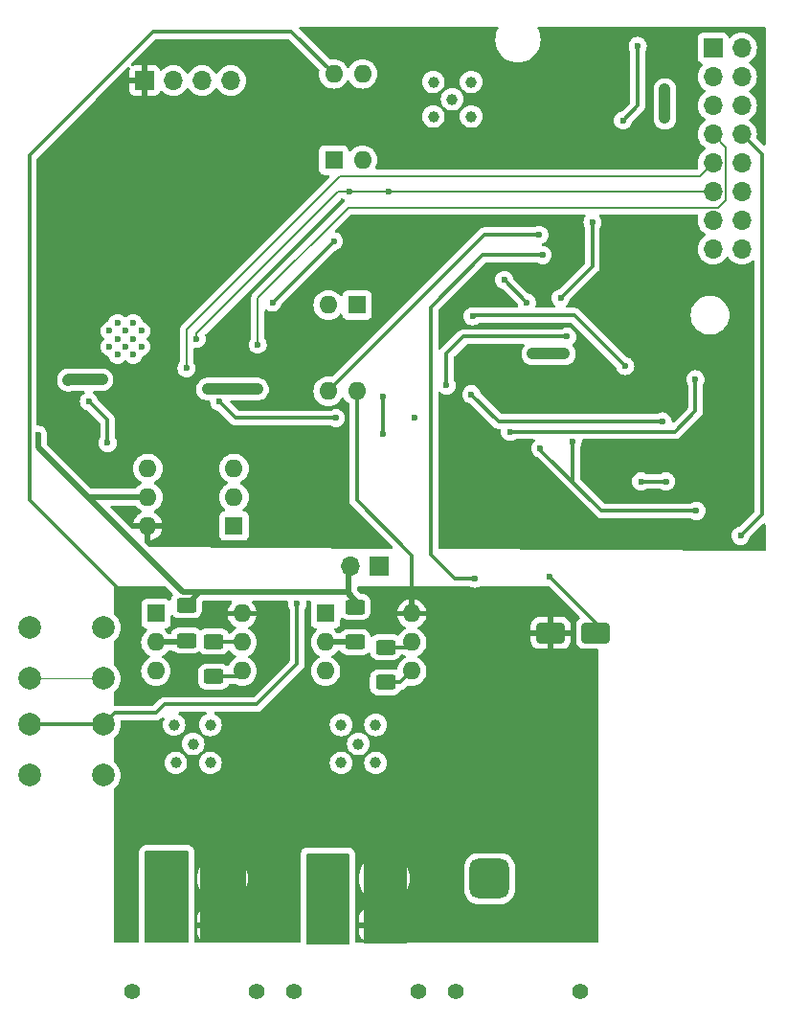
<source format=gbr>
%TF.GenerationSoftware,KiCad,Pcbnew,8.0.6*%
%TF.CreationDate,2025-05-10T04:30:44+07:00*%
%TF.ProjectId,FCU32 2 LAYER,46435533-3220-4322-904c-415945522e6b,rev?*%
%TF.SameCoordinates,Original*%
%TF.FileFunction,Copper,L2,Bot*%
%TF.FilePolarity,Positive*%
%FSLAX46Y46*%
G04 Gerber Fmt 4.6, Leading zero omitted, Abs format (unit mm)*
G04 Created by KiCad (PCBNEW 8.0.6) date 2025-05-10 04:30:44*
%MOMM*%
%LPD*%
G01*
G04 APERTURE LIST*
G04 Aperture macros list*
%AMRoundRect*
0 Rectangle with rounded corners*
0 $1 Rounding radius*
0 $2 $3 $4 $5 $6 $7 $8 $9 X,Y pos of 4 corners*
0 Add a 4 corners polygon primitive as box body*
4,1,4,$2,$3,$4,$5,$6,$7,$8,$9,$2,$3,0*
0 Add four circle primitives for the rounded corners*
1,1,$1+$1,$2,$3*
1,1,$1+$1,$4,$5*
1,1,$1+$1,$6,$7*
1,1,$1+$1,$8,$9*
0 Add four rect primitives between the rounded corners*
20,1,$1+$1,$2,$3,$4,$5,0*
20,1,$1+$1,$4,$5,$6,$7,0*
20,1,$1+$1,$6,$7,$8,$9,0*
20,1,$1+$1,$8,$9,$2,$3,0*%
G04 Aperture macros list end*
%TA.AperFunction,Conductor*%
%ADD10C,0.200000*%
%TD*%
%TA.AperFunction,ComponentPad*%
%ADD11O,1.600000X1.600000*%
%TD*%
%TA.AperFunction,ComponentPad*%
%ADD12R,1.600000X1.600000*%
%TD*%
%TA.AperFunction,ComponentPad*%
%ADD13C,2.000000*%
%TD*%
%TA.AperFunction,SMDPad,CuDef*%
%ADD14RoundRect,0.250000X-0.625000X0.400000X-0.625000X-0.400000X0.625000X-0.400000X0.625000X0.400000X0*%
%TD*%
%TA.AperFunction,ComponentPad*%
%ADD15R,1.700000X1.700000*%
%TD*%
%TA.AperFunction,ComponentPad*%
%ADD16O,1.700000X1.700000*%
%TD*%
%TA.AperFunction,ComponentPad*%
%ADD17C,1.400000*%
%TD*%
%TA.AperFunction,ComponentPad*%
%ADD18RoundRect,0.770000X0.980000X0.980000X-0.980000X0.980000X-0.980000X-0.980000X0.980000X-0.980000X0*%
%TD*%
%TA.AperFunction,ComponentPad*%
%ADD19C,3.500000*%
%TD*%
%TA.AperFunction,SMDPad,CuDef*%
%ADD20RoundRect,0.250000X1.000000X0.650000X-1.000000X0.650000X-1.000000X-0.650000X1.000000X-0.650000X0*%
%TD*%
%TA.AperFunction,HeatsinkPad*%
%ADD21C,0.600000*%
%TD*%
%TA.AperFunction,ViaPad*%
%ADD22C,1.000000*%
%TD*%
%TA.AperFunction,ViaPad*%
%ADD23C,0.600000*%
%TD*%
%TA.AperFunction,Conductor*%
%ADD24C,1.000000*%
%TD*%
%TA.AperFunction,Conductor*%
%ADD25C,0.500000*%
%TD*%
%TA.AperFunction,Conductor*%
%ADD26C,0.300000*%
%TD*%
%TA.AperFunction,Conductor*%
%ADD27C,0.100000*%
%TD*%
%TA.AperFunction,Conductor*%
%ADD28C,2.000000*%
%TD*%
G04 APERTURE END LIST*
%TO.N,ACCU.SRC*%
D10*
X35200000Y-93550000D02*
X39100000Y-93550000D01*
X39100000Y-101450000D01*
X35200000Y-101450000D01*
X35200000Y-93550000D01*
%TA.AperFunction,Conductor*%
G36*
X35200000Y-93550000D02*
G01*
X39100000Y-93550000D01*
X39100000Y-101450000D01*
X35200000Y-101450000D01*
X35200000Y-93550000D01*
G37*
%TD.AperFunction*%
%TO.N,FUEL.PUMP(-)*%
X30300000Y-93550000D02*
X34000000Y-93550000D01*
X34000000Y-101450000D01*
X30300000Y-101450000D01*
X30300000Y-93550000D01*
%TA.AperFunction,Conductor*%
G36*
X30300000Y-93550000D02*
G01*
X34000000Y-93550000D01*
X34000000Y-101450000D01*
X30300000Y-101450000D01*
X30300000Y-93550000D01*
G37*
%TD.AperFunction*%
%TO.N,INJECTOR(-)*%
X44600000Y-93750000D02*
X48200000Y-93750000D01*
X48200000Y-101650000D01*
X44600000Y-101650000D01*
X44600000Y-93750000D01*
%TA.AperFunction,Conductor*%
G36*
X44600000Y-93750000D02*
G01*
X48200000Y-93750000D01*
X48200000Y-101650000D01*
X44600000Y-101650000D01*
X44600000Y-93750000D01*
G37*
%TD.AperFunction*%
%TO.N,ACCU.SRC*%
X63500000Y-93600000D02*
X67900000Y-93600000D01*
X67900000Y-98300000D01*
X63500000Y-98300000D01*
X63500000Y-93600000D01*
%TA.AperFunction,Conductor*%
G36*
X63500000Y-93600000D02*
G01*
X67900000Y-93600000D01*
X67900000Y-98300000D01*
X63500000Y-98300000D01*
X63500000Y-93600000D01*
G37*
%TD.AperFunction*%
X49700000Y-93700000D02*
X53300000Y-93700000D01*
X53300000Y-101600000D01*
X49700000Y-101600000D01*
X49700000Y-93700000D01*
%TA.AperFunction,Conductor*%
G36*
X49700000Y-93700000D02*
G01*
X53300000Y-93700000D01*
X53300000Y-101600000D01*
X49700000Y-101600000D01*
X49700000Y-93700000D01*
G37*
%TD.AperFunction*%
%TD*%
D11*
%TO.P,U8,6*%
%TO.N,ACCU.SRC*%
X38820000Y-72475001D03*
%TO.P,U8,5*%
%TO.N,GND*%
X38820000Y-75015001D03*
%TO.P,U8,4*%
%TO.N,Net-(Q4-G)*%
X38820000Y-77555001D03*
%TO.P,U8,3*%
%TO.N,unconnected-(U8-Pad3)*%
X31200000Y-77555000D03*
%TO.P,U8,2*%
%TO.N,Net-(R16-Pad2)*%
X31200000Y-75015001D03*
D12*
%TO.P,U8,1*%
%TO.N,PUMP.PIN*%
X31200000Y-72475001D03*
%TD*%
D11*
%TO.P,U2,6*%
%TO.N,ACCU.SRC*%
X53820000Y-72475001D03*
%TO.P,U2,5*%
%TO.N,GND*%
X53820000Y-75015001D03*
%TO.P,U2,4*%
%TO.N,Net-(Q1-G)*%
X53820000Y-77555001D03*
%TO.P,U2,3*%
%TO.N,unconnected-(U2-Pad3)*%
X46200000Y-77555000D03*
%TO.P,U2,2*%
%TO.N,Net-(R8-Pad2)*%
X46200000Y-75015001D03*
D12*
%TO.P,U2,1*%
%TO.N,INJEC.PIN*%
X46200000Y-72475001D03*
%TD*%
%TO.P,U13,1*%
%TO.N,EROR*%
X48975000Y-45200000D03*
D11*
%TO.P,U13,2*%
%TO.N,Net-(R2-Pad2)*%
X46435000Y-45200000D03*
%TO.P,U13,3*%
%TO.N,Net-(Q2-G)*%
X46435000Y-52820000D03*
%TO.P,U13,4*%
%TO.N,ACCU.SRC*%
X48975000Y-52820000D03*
%TD*%
D12*
%TO.P,U9,1*%
%TO.N,+5V*%
X38100000Y-64725000D03*
D11*
%TO.P,U9,2*%
%TO.N,Net-(Q3-C)*%
X38100000Y-62185000D03*
%TO.P,U9,3*%
%TO.N,unconnected-(U9-Pad3)*%
X38100000Y-59645001D03*
%TO.P,U9,4*%
%TO.N,RPM*%
X30480000Y-59645000D03*
%TO.P,U9,5*%
%TO.N,GND1*%
X30480000Y-62185000D03*
%TO.P,U9,6*%
%TO.N,+3V3*%
X30480000Y-64725000D03*
%TD*%
D12*
%TO.P,U7,1*%
%TO.N,St.Out*%
X46925001Y-32400000D03*
D11*
%TO.P,U7,2*%
%TO.N,Net-(R14-Pad2)*%
X49465001Y-32400000D03*
%TO.P,U7,3*%
%TO.N,Net-(Q7-G)*%
X49465001Y-24780000D03*
%TO.P,U7,4*%
%TO.N,ACCU.SRC*%
X46925001Y-24780000D03*
%TD*%
D13*
%TO.P,SW2,1,1*%
%TO.N,IO0*%
X20066000Y-82282000D03*
X26566000Y-82282000D03*
%TO.P,SW2,2,2*%
%TO.N,GND1*%
X20066000Y-86782000D03*
X26566000Y-86782000D03*
%TD*%
%TO.P,SW1,1,1*%
%TO.N,en*%
X20066000Y-73732000D03*
X26566000Y-73732000D03*
%TO.P,SW1,2,2*%
%TO.N,GND1*%
X20066000Y-78232000D03*
X26566000Y-78232000D03*
%TD*%
D14*
%TO.P,R19,2*%
%TO.N,Net-(Q4-G)*%
X36300000Y-78050001D03*
%TO.P,R19,1*%
%TO.N,GND*%
X36300000Y-74949999D03*
%TD*%
%TO.P,R16,1*%
%TO.N,GND1*%
X33900000Y-71749999D03*
%TO.P,R16,2*%
%TO.N,Net-(R16-Pad2)*%
X33900000Y-74850001D03*
%TD*%
%TO.P,R8,1*%
%TO.N,GND1*%
X48800000Y-71899999D03*
%TO.P,R8,2*%
%TO.N,Net-(R8-Pad2)*%
X48800000Y-75000001D03*
%TD*%
%TO.P,R7,1*%
%TO.N,GND*%
X51500000Y-75449999D03*
%TO.P,R7,2*%
%TO.N,Net-(Q1-G)*%
X51500000Y-78550001D03*
%TD*%
D15*
%TO.P,JP1,1,A*%
%TO.N,GND*%
X50975000Y-68300000D03*
D16*
%TO.P,JP1,2,B*%
%TO.N,GND1*%
X48435000Y-68300000D03*
%TD*%
D17*
%TO.P,J5,*%
%TO.N,*%
X54400000Y-105900000D03*
X43400000Y-105900000D03*
D18*
%TO.P,J5,1,Pin_1*%
%TO.N,INJECTOR(-)*%
X46400000Y-95900000D03*
D19*
%TO.P,J5,2,Pin_2*%
%TO.N,ACCU.SRC*%
X51400000Y-95900000D03*
%TD*%
D17*
%TO.P,J4,*%
%TO.N,*%
X40100000Y-105900000D03*
X29100000Y-105900000D03*
D18*
%TO.P,J4,1,Pin_1*%
%TO.N,FUEL.PUMP(-)*%
X32100000Y-95900000D03*
D19*
%TO.P,J4,2,Pin_2*%
%TO.N,ACCU.SRC*%
X37100000Y-95900000D03*
%TD*%
D17*
%TO.P,J3,*%
%TO.N,*%
X68700000Y-105900000D03*
X57700000Y-105900000D03*
D18*
%TO.P,J3,1,Pin_1*%
%TO.N,GND*%
X60700000Y-95900000D03*
D19*
%TO.P,J3,2,Pin_2*%
%TO.N,ACCU.SRC*%
X65700000Y-95900000D03*
%TD*%
D15*
%TO.P,J2,1,Pin_1*%
%TO.N,+3V3*%
X30200000Y-25375000D03*
D16*
%TO.P,J2,2,Pin_2*%
%TO.N,GND1*%
X32740000Y-25375000D03*
%TO.P,J2,3,Pin_3*%
%TO.N,TX*%
X35279999Y-25375000D03*
%TO.P,J2,4,Pin_4*%
%TO.N,RX*%
X37820000Y-25375000D03*
%TD*%
D20*
%TO.P,D5,1,K*%
%TO.N,ACCU.SRC*%
X50900000Y-100000000D03*
%TO.P,D5,2,A*%
%TO.N,INJECTOR(-)*%
X46900000Y-100000000D03*
%TD*%
%TO.P,D4,1,K*%
%TO.N,ACCU.SRC*%
X36600000Y-100000000D03*
%TO.P,D4,2,A*%
%TO.N,FUEL.PUMP(-)*%
X32600000Y-100000000D03*
%TD*%
%TO.P,D1,1,K*%
%TO.N,toams*%
X70100001Y-74200000D03*
%TO.P,D1,2,A*%
%TO.N,ACCU.SRC*%
X66099999Y-74200000D03*
%TD*%
D16*
%TO.P,J1,16,Pin_16*%
%TO.N,BATTERY*%
X83000000Y-40280000D03*
%TO.P,J1,15,Pin_15*%
%TO.N,Dinamo.bt*%
X80460000Y-40280001D03*
%TO.P,J1,14,Pin_14*%
%TO.N,COIL*%
X83000000Y-37740000D03*
%TO.P,J1,13,Pin_13*%
%TO.N,ERROR_LAMP*%
X80460000Y-37740000D03*
%TO.P,J1,12,Pin_12*%
%TO.N,unconnected-(J1-Pin_12-Pad12)*%
X83000000Y-35200000D03*
%TO.P,J1,11,Pin_11*%
%TO.N,T.UDARA*%
X80460000Y-35200000D03*
%TO.P,J1,10,Pin_10*%
%TO.N,+3V3*%
X83000000Y-32660000D03*
%TO.P,J1,9,Pin_9*%
%TO.N,SENSOR PRESSURE*%
X80460000Y-32660000D03*
%TO.P,J1,8,Pin_8*%
%TO.N,STEPDOWN ACCU*%
X83000000Y-30120000D03*
%TO.P,J1,7,Pin_7*%
%TO.N,TPS*%
X80460000Y-30120000D03*
%TO.P,J1,6,Pin_6*%
%TO.N,unconnected-(J1-Pin_6-Pad6)*%
X83000000Y-27580000D03*
%TO.P,J1,5,Pin_5*%
%TO.N,Dinamo(-)*%
X80460000Y-27579999D03*
%TO.P,J1,4,Pin_4*%
%TO.N,unconnected-(J1-Pin_4-Pad4)*%
X83000000Y-25040000D03*
%TO.P,J1,3,Pin_3*%
%TO.N,GND1*%
X80460000Y-25040000D03*
%TO.P,J1,2,Pin_2*%
%TO.N,unconnected-(J1-Pin_2-Pad2)*%
X83000000Y-22500000D03*
D15*
%TO.P,J1,1,Pin_1*%
%TO.N,KEY*%
X80460000Y-22500000D03*
%TD*%
D21*
%TO.P,U12,41,GND*%
%TO.N,GND1*%
X27800000Y-49600000D03*
X29200000Y-49600000D03*
X27100000Y-48900000D03*
X28500000Y-48900000D03*
X29900000Y-48900000D03*
X27800000Y-48200000D03*
X29200000Y-48200000D03*
X27100000Y-47500000D03*
X28500000Y-47500000D03*
X29900000Y-47500000D03*
X27800000Y-46800000D03*
X29200000Y-46800000D03*
%TD*%
D22*
%TO.N,GND1*%
X23450000Y-51850000D03*
X26430000Y-51810000D03*
D23*
X40185333Y-52631333D03*
X35765985Y-52631333D03*
X76200000Y-28702000D03*
X76200000Y-26162000D03*
%TO.N,IO0*%
X26924000Y-57404000D03*
X43688000Y-71628000D03*
X25273000Y-53721000D03*
%TO.N,GND1*%
X34750000Y-70780000D03*
%TO.N,RPM*%
X51308000Y-56642000D03*
X51308000Y-53340000D03*
X56896000Y-52324000D03*
X67564000Y-48006000D03*
%TO.N,GND1*%
X64516000Y-49530000D03*
X67310000Y-49530000D03*
X62000000Y-43000000D03*
X64000000Y-45000000D03*
%TO.N,+3V3*%
X71000000Y-22000000D03*
X78000000Y-26000000D03*
X78500000Y-64900000D03*
X79000000Y-60500000D03*
%TO.N,BATT ENABLE*%
X76000000Y-55500000D03*
X59100000Y-53100000D03*
X76300000Y-60800000D03*
%TO.N,KEY.PIN*%
X73800000Y-22300000D03*
X72500000Y-28900000D03*
X69800000Y-37900000D03*
X67000000Y-44600000D03*
%TO.N,ACCU EN*%
X68050000Y-57250000D03*
%TO.N,BATT ENABLE*%
X74100000Y-60800000D03*
%TO.N,Net-(R2-Pad2)*%
X59200000Y-46200000D03*
X72700000Y-50600000D03*
%TO.N,STEPDOWN ACCU*%
X82900000Y-65600000D03*
%TO.N,ACCU EN*%
X79000000Y-63400000D03*
X65200000Y-57900000D03*
X54100000Y-55200000D03*
X47100000Y-55200000D03*
X36788328Y-53754358D03*
%TO.N,toams*%
X66000000Y-69200000D03*
%TO.N,+3V3*%
X76274999Y-44574999D03*
D22*
%TO.N,Net-(Q7-G)*%
X55725000Y-28545000D03*
X59075000Y-28545000D03*
X57399999Y-27020000D03*
X59075000Y-25495000D03*
X55725000Y-25495000D03*
D23*
%TO.N,GND*%
X59400000Y-69400000D03*
%TO.N,+3V3*%
X22200000Y-57600000D03*
%TO.N,St.Out*%
X46925001Y-39574999D03*
X41500000Y-45000000D03*
%TO.N,T.UDARA*%
X48300000Y-35200000D03*
X51800000Y-35200000D03*
%TO.N,Net-(Q3-C)*%
X62500000Y-56414760D03*
X78900000Y-51774999D03*
%TO.N,GND*%
X65400000Y-40800000D03*
%TO.N,Net-(Q2-G)*%
X65100000Y-39000000D03*
%TO.N,TPS*%
X40200000Y-48700000D03*
%TO.N,SENSOR PRESSURE*%
X33900000Y-50800000D03*
%TO.N,T.UDARA*%
X34800000Y-48200000D03*
%TO.N,GND1*%
X20780000Y-56680000D03*
D22*
%TO.N,Net-(Q4-G)*%
X32800000Y-82300000D03*
X36005000Y-82325000D03*
X34480000Y-83999999D03*
X36005000Y-85675000D03*
X32955000Y-85675000D03*
%TO.N,Net-(Q1-G)*%
X50627500Y-82325000D03*
X47577500Y-82325000D03*
X50627500Y-85675000D03*
X47577500Y-85675000D03*
X49102500Y-83999999D03*
%TD*%
D24*
%TO.N,GND1*%
X23490000Y-51810000D02*
X23450000Y-51850000D01*
X26430000Y-51810000D02*
X23490000Y-51810000D01*
D25*
X25165000Y-62185000D02*
X30480000Y-62185000D01*
X24785000Y-61805000D02*
X20780000Y-57800000D01*
X24785000Y-61805000D02*
X25165000Y-62185000D01*
X33580000Y-70600000D02*
X24785000Y-61805000D01*
X20780000Y-57800000D02*
X20780000Y-56680000D01*
X35049999Y-70600000D02*
X33580000Y-70600000D01*
D26*
%TO.N,ACCU.SRC*%
X20010000Y-31946023D02*
X20010000Y-62428000D01*
X20010000Y-62428000D02*
X29464000Y-71882000D01*
X30926023Y-21030000D02*
X20010000Y-31946023D01*
X46925001Y-24780000D02*
X43175001Y-21030000D01*
X43175001Y-21030000D02*
X30926023Y-21030000D01*
D24*
%TO.N,GND1*%
X40185333Y-52631333D02*
X35765985Y-52631333D01*
X76200000Y-26162000D02*
X76200000Y-28702000D01*
D26*
%TO.N,IO0*%
X25273000Y-53721000D02*
X26924000Y-55372000D01*
X26924000Y-55372000D02*
X26924000Y-57404000D01*
X43688000Y-76962000D02*
X43688000Y-71628000D01*
X40132000Y-80518000D02*
X43688000Y-76962000D01*
X31951545Y-80518000D02*
X40132000Y-80518000D01*
X27566000Y-81282000D02*
X31187545Y-81282000D01*
X31187545Y-81282000D02*
X31951545Y-80518000D01*
X26566000Y-82282000D02*
X27566000Y-81282000D01*
%TO.N,RPM*%
X51308000Y-56642000D02*
X51308000Y-53340000D01*
X56896000Y-49508894D02*
X58398894Y-48006000D01*
X56896000Y-52324000D02*
X56896000Y-49508894D01*
X58398894Y-48006000D02*
X67564000Y-48006000D01*
D24*
%TO.N,GND1*%
X67310000Y-49530000D02*
X64516000Y-49530000D01*
D26*
X64000000Y-45000000D02*
X62000000Y-43000000D01*
%TO.N,BATT ENABLE*%
X59100000Y-53100000D02*
X61500000Y-55500000D01*
X61500000Y-55500000D02*
X76000000Y-55500000D01*
%TO.N,Net-(Q3-C)*%
X78900000Y-54600000D02*
X78900000Y-51774999D01*
X77085240Y-56414760D02*
X78900000Y-54600000D01*
X62500000Y-56414760D02*
X77085240Y-56414760D01*
%TO.N,BATT ENABLE*%
X76300000Y-60800000D02*
X74100000Y-60800000D01*
%TO.N,ACCU EN*%
X65200000Y-58000000D02*
X65200000Y-57900000D01*
X70600000Y-63400000D02*
X65200000Y-58000000D01*
X79000000Y-63400000D02*
X70600000Y-63400000D01*
%TO.N,KEY.PIN*%
X73800000Y-27600000D02*
X73800000Y-22300000D01*
X72500000Y-28900000D02*
X73800000Y-27600000D01*
X69800000Y-41800000D02*
X69800000Y-37900000D01*
X67000000Y-44600000D02*
X69800000Y-41800000D01*
%TO.N,ACCU EN*%
X68050000Y-60850000D02*
X68200000Y-61000000D01*
X68050000Y-57250000D02*
X68050000Y-60850000D01*
%TO.N,Net-(R2-Pad2)*%
X68200000Y-46100000D02*
X72700000Y-50600000D01*
X59300000Y-46100000D02*
X68200000Y-46100000D01*
X59200000Y-46200000D02*
X59300000Y-46100000D01*
%TO.N,STEPDOWN ACCU*%
X84800000Y-38600000D02*
X84800000Y-63700000D01*
X84800000Y-38600000D02*
X84800000Y-39400000D01*
X84800000Y-63700000D02*
X82900000Y-65600000D01*
X84800000Y-35200000D02*
X84800000Y-38600000D01*
%TO.N,BATTERY*%
X83000000Y-40280000D02*
X82800000Y-40480000D01*
%TO.N,STEPDOWN ACCU*%
X83000000Y-30120000D02*
X84800000Y-31920000D01*
X84800000Y-31920000D02*
X84800000Y-35200000D01*
%TO.N,GND*%
X60100000Y-40800000D02*
X65400000Y-40800000D01*
X55500000Y-45400000D02*
X60100000Y-40800000D01*
X55500000Y-67300000D02*
X55500000Y-45400000D01*
X57600000Y-69400000D02*
X55500000Y-67300000D01*
X59400000Y-69400000D02*
X57600000Y-69400000D01*
%TO.N,ACCU EN*%
X38233970Y-55200000D02*
X47100000Y-55200000D01*
X36788328Y-53754358D02*
X38233970Y-55200000D01*
D10*
%TO.N,SENSOR PRESSURE*%
X79310000Y-33810000D02*
X80460000Y-32660000D01*
X33900000Y-47400000D02*
X47490000Y-33810000D01*
X47490000Y-33810000D02*
X79310000Y-33810000D01*
X33900000Y-50800000D02*
X33900000Y-47400000D01*
%TO.N,T.UDARA*%
X34800000Y-47700000D02*
X47300000Y-35200000D01*
X47300000Y-35200000D02*
X48300000Y-35200000D01*
X34800000Y-48200000D02*
X34800000Y-47700000D01*
D26*
%TO.N,IO0*%
X20066000Y-82282000D02*
X26566000Y-82282000D01*
D27*
%TO.N,GND1*%
X20066000Y-78232000D02*
X26566000Y-78232000D01*
D26*
%TO.N,toams*%
X70100001Y-73300001D02*
X66000000Y-69200000D01*
X70100001Y-74200000D02*
X70100001Y-73300001D01*
%TO.N,ACCU.SRC*%
X53820000Y-67320000D02*
X53820000Y-72475001D01*
X48975000Y-62475000D02*
X53820000Y-67320000D01*
X48975000Y-52820000D02*
X48975000Y-62475000D01*
%TO.N,Net-(Q4-G)*%
X36300000Y-78050001D02*
X38325000Y-78050001D01*
X38325000Y-78050001D02*
X38820000Y-77555001D01*
%TO.N,GND*%
X38754998Y-74949999D02*
X38820000Y-75015001D01*
X36300000Y-74949999D02*
X38754998Y-74949999D01*
%TO.N,Net-(Q1-G)*%
X52825000Y-78550001D02*
X53820000Y-77555001D01*
X51700000Y-78550001D02*
X52825000Y-78550001D01*
%TO.N,GND*%
X53385002Y-75449999D02*
X53820000Y-75015001D01*
X51700000Y-75449999D02*
X53385002Y-75449999D01*
%TO.N,St.Out*%
X41500000Y-45000000D02*
X46925001Y-39574999D01*
D10*
%TO.N,TPS*%
X40200000Y-44600000D02*
X40200000Y-48700000D01*
X48210000Y-36590000D02*
X40200000Y-44600000D01*
X81610000Y-35916346D02*
X80936346Y-36590000D01*
X80936346Y-36590000D02*
X48210000Y-36590000D01*
X81610000Y-31270000D02*
X81610000Y-35916346D01*
X80460000Y-30120000D02*
X81610000Y-31270000D01*
%TO.N,T.UDARA*%
X48300000Y-35200000D02*
X51800000Y-35200000D01*
X51800000Y-35200000D02*
X80460000Y-35200000D01*
D25*
%TO.N,GND1*%
X48250000Y-70749999D02*
X48250000Y-68485000D01*
X49400000Y-71899999D02*
X48250000Y-70749999D01*
X48250000Y-68485000D02*
X48435000Y-68300000D01*
D26*
%TO.N,Net-(Q2-G)*%
X60255000Y-39000000D02*
X46435000Y-52820000D01*
X65100000Y-39000000D02*
X60255000Y-39000000D01*
D25*
%TO.N,GND1*%
X35049999Y-70600000D02*
X48100001Y-70600000D01*
X48100001Y-70600000D02*
X49400000Y-71899999D01*
X33900000Y-71749999D02*
X35049999Y-70600000D01*
%TO.N,Net-(R16-Pad2)*%
X31200000Y-75015001D02*
X33240002Y-75015001D01*
D28*
%TO.N,ACCU.SRC*%
X51400000Y-96550000D02*
X51900000Y-96050000D01*
D25*
%TO.N,Net-(R8-Pad2)*%
X46215000Y-75000001D02*
X46200000Y-75015001D01*
X49400000Y-75000001D02*
X46215000Y-75000001D01*
%TD*%
%TA.AperFunction,Conductor*%
%TO.N,ACCU.SRC*%
G36*
X58976028Y-70079009D02*
G01*
X59050477Y-70125789D01*
X59050481Y-70125790D01*
X59220737Y-70185366D01*
X59220743Y-70185367D01*
X59220745Y-70185368D01*
X59220746Y-70185368D01*
X59220750Y-70185369D01*
X59399996Y-70205565D01*
X59400000Y-70205565D01*
X59400004Y-70205565D01*
X59579249Y-70185369D01*
X59579251Y-70185368D01*
X59579255Y-70185368D01*
X59579258Y-70185366D01*
X59579262Y-70185366D01*
X59706997Y-70140669D01*
X59749522Y-70125789D01*
X59796418Y-70096322D01*
X59823972Y-70079009D01*
X59889944Y-70060003D01*
X65888695Y-70060003D01*
X65955734Y-70079688D01*
X65976376Y-70096322D01*
X68647863Y-72767809D01*
X68681348Y-72829132D01*
X68676364Y-72898824D01*
X68636467Y-72952118D01*
X68637012Y-72952807D01*
X68631344Y-72957288D01*
X68507290Y-73081342D01*
X68415188Y-73230663D01*
X68415186Y-73230668D01*
X68415116Y-73230880D01*
X68360002Y-73397203D01*
X68360002Y-73397204D01*
X68360001Y-73397204D01*
X68349501Y-73499983D01*
X68349501Y-74900001D01*
X68349502Y-74900018D01*
X68360001Y-75002796D01*
X68360002Y-75002799D01*
X68364046Y-75015002D01*
X68415187Y-75169334D01*
X68507289Y-75318656D01*
X68631345Y-75442712D01*
X68780667Y-75534814D01*
X68947204Y-75589999D01*
X69049992Y-75600500D01*
X70226001Y-75600499D01*
X70293039Y-75620184D01*
X70338794Y-75672987D01*
X70350000Y-75724499D01*
X70350000Y-101451000D01*
X70330315Y-101518039D01*
X70277511Y-101563794D01*
X70226000Y-101575000D01*
X52261336Y-101575000D01*
X52194297Y-101555315D01*
X52148542Y-101502511D01*
X52138598Y-101433353D01*
X52167623Y-101369797D01*
X52213429Y-101339232D01*
X52212579Y-101337408D01*
X52219124Y-101334356D01*
X52368345Y-101242315D01*
X52492315Y-101118345D01*
X52584356Y-100969124D01*
X52584358Y-100969119D01*
X52639505Y-100802697D01*
X52639506Y-100802690D01*
X52649999Y-100699986D01*
X52650000Y-100699973D01*
X52650000Y-100250000D01*
X49150001Y-100250000D01*
X49150001Y-100699986D01*
X49160494Y-100802697D01*
X49215641Y-100969119D01*
X49215643Y-100969124D01*
X49307684Y-101118345D01*
X49431654Y-101242315D01*
X49580875Y-101334356D01*
X49587421Y-101337408D01*
X49586490Y-101339402D01*
X49635111Y-101373063D01*
X49661936Y-101437577D01*
X49649624Y-101506354D01*
X49602083Y-101557556D01*
X49538665Y-101575000D01*
X48924500Y-101575000D01*
X48857461Y-101555315D01*
X48811706Y-101502511D01*
X48800500Y-101451000D01*
X48800500Y-99300013D01*
X49150000Y-99300013D01*
X49150000Y-99750000D01*
X50650000Y-99750000D01*
X51150000Y-99750000D01*
X52649999Y-99750000D01*
X52649999Y-99300028D01*
X52649998Y-99300013D01*
X52639505Y-99197302D01*
X52584358Y-99030880D01*
X52584356Y-99030875D01*
X52492315Y-98881654D01*
X52368345Y-98757684D01*
X52219124Y-98665643D01*
X52219119Y-98665641D01*
X52052697Y-98610494D01*
X52052690Y-98610493D01*
X51949986Y-98600000D01*
X51150000Y-98600000D01*
X51150000Y-99750000D01*
X50650000Y-99750000D01*
X50650000Y-98600000D01*
X49850028Y-98600000D01*
X49850012Y-98600001D01*
X49747302Y-98610494D01*
X49580880Y-98665641D01*
X49580875Y-98665643D01*
X49431654Y-98757684D01*
X49307684Y-98881654D01*
X49215643Y-99030875D01*
X49215641Y-99030880D01*
X49160494Y-99197302D01*
X49160493Y-99197309D01*
X49150000Y-99300013D01*
X48800500Y-99300013D01*
X48800500Y-95900000D01*
X49145172Y-95900000D01*
X49164462Y-96194312D01*
X49164464Y-96194324D01*
X49222001Y-96483584D01*
X49222005Y-96483599D01*
X49316812Y-96762888D01*
X49447258Y-97027406D01*
X49447265Y-97027419D01*
X49611123Y-97272649D01*
X49640405Y-97306040D01*
X50573474Y-96372971D01*
X50662087Y-96505590D01*
X50794410Y-96637913D01*
X50927027Y-96726525D01*
X49993958Y-97659593D01*
X50027350Y-97688876D01*
X50272580Y-97852734D01*
X50272593Y-97852741D01*
X50537111Y-97983187D01*
X50816400Y-98077994D01*
X50816415Y-98077998D01*
X51105675Y-98135535D01*
X51105687Y-98135537D01*
X51400000Y-98154827D01*
X51694312Y-98135537D01*
X51694324Y-98135535D01*
X51983584Y-98077998D01*
X51983599Y-98077994D01*
X52262888Y-97983187D01*
X52527406Y-97852741D01*
X52527419Y-97852734D01*
X52772648Y-97688877D01*
X52806039Y-97659593D01*
X51872972Y-96726525D01*
X52005590Y-96637913D01*
X52137913Y-96505590D01*
X52226525Y-96372972D01*
X53159593Y-97306039D01*
X53188877Y-97272648D01*
X53352734Y-97027419D01*
X53352741Y-97027406D01*
X53483187Y-96762888D01*
X53577994Y-96483599D01*
X53577998Y-96483584D01*
X53635535Y-96194324D01*
X53635537Y-96194312D01*
X53654827Y-95900000D01*
X53635537Y-95605687D01*
X53635535Y-95605675D01*
X53577998Y-95316415D01*
X53577994Y-95316400D01*
X53483187Y-95037111D01*
X53393255Y-94854747D01*
X58449500Y-94854747D01*
X58449500Y-96945238D01*
X58449501Y-96945253D01*
X58455966Y-97027406D01*
X58460070Y-97079553D01*
X58515949Y-97301316D01*
X58518095Y-97306040D01*
X58610528Y-97509537D01*
X58610531Y-97509543D01*
X58740759Y-97697514D01*
X58740763Y-97697519D01*
X58740766Y-97697523D01*
X58902477Y-97859234D01*
X58902481Y-97859237D01*
X58902485Y-97859240D01*
X59090456Y-97989468D01*
X59090462Y-97989471D01*
X59090463Y-97989471D01*
X59090464Y-97989472D01*
X59298684Y-98084051D01*
X59520447Y-98139930D01*
X59654753Y-98150500D01*
X61745246Y-98150499D01*
X61879553Y-98139930D01*
X62101316Y-98084051D01*
X62309536Y-97989472D01*
X62309538Y-97989470D01*
X62309543Y-97989468D01*
X62497514Y-97859240D01*
X62497523Y-97859234D01*
X62659234Y-97697523D01*
X62687477Y-97656756D01*
X62789468Y-97509543D01*
X62789471Y-97509537D01*
X62789472Y-97509536D01*
X62884051Y-97301316D01*
X62939930Y-97079553D01*
X62950500Y-96945247D01*
X62950499Y-95900000D01*
X63445172Y-95900000D01*
X63464462Y-96194312D01*
X63464464Y-96194324D01*
X63522001Y-96483584D01*
X63522005Y-96483599D01*
X63616812Y-96762888D01*
X63747258Y-97027406D01*
X63747265Y-97027419D01*
X63911123Y-97272649D01*
X63940405Y-97306040D01*
X64873474Y-96372971D01*
X64962087Y-96505590D01*
X65094410Y-96637913D01*
X65227027Y-96726525D01*
X64293958Y-97659593D01*
X64327350Y-97688876D01*
X64572580Y-97852734D01*
X64572593Y-97852741D01*
X64837111Y-97983187D01*
X65116400Y-98077994D01*
X65116415Y-98077998D01*
X65405675Y-98135535D01*
X65405687Y-98135537D01*
X65700000Y-98154827D01*
X65994312Y-98135537D01*
X65994324Y-98135535D01*
X66283584Y-98077998D01*
X66283599Y-98077994D01*
X66562888Y-97983187D01*
X66827406Y-97852741D01*
X66827419Y-97852734D01*
X67072648Y-97688877D01*
X67106039Y-97659593D01*
X66172972Y-96726525D01*
X66305590Y-96637913D01*
X66437913Y-96505590D01*
X66526525Y-96372972D01*
X67459593Y-97306039D01*
X67488877Y-97272648D01*
X67652734Y-97027419D01*
X67652741Y-97027406D01*
X67783187Y-96762888D01*
X67877994Y-96483599D01*
X67877998Y-96483584D01*
X67935535Y-96194324D01*
X67935537Y-96194312D01*
X67954827Y-95900000D01*
X67935537Y-95605687D01*
X67935535Y-95605675D01*
X67877998Y-95316415D01*
X67877994Y-95316400D01*
X67783187Y-95037111D01*
X67652741Y-94772593D01*
X67652734Y-94772580D01*
X67488876Y-94527350D01*
X67459593Y-94493958D01*
X66526524Y-95427026D01*
X66437913Y-95294410D01*
X66305590Y-95162087D01*
X66172971Y-95073474D01*
X67106040Y-94140405D01*
X67072649Y-94111123D01*
X66827419Y-93947265D01*
X66827406Y-93947258D01*
X66562888Y-93816812D01*
X66283599Y-93722005D01*
X66283584Y-93722001D01*
X65994324Y-93664464D01*
X65994312Y-93664462D01*
X65700000Y-93645172D01*
X65405687Y-93664462D01*
X65405675Y-93664464D01*
X65116415Y-93722001D01*
X65116400Y-93722005D01*
X64837111Y-93816812D01*
X64572593Y-93947258D01*
X64572580Y-93947265D01*
X64327346Y-94111126D01*
X64327339Y-94111131D01*
X64293959Y-94140403D01*
X64293959Y-94140405D01*
X65227028Y-95073474D01*
X65094410Y-95162087D01*
X64962087Y-95294410D01*
X64873474Y-95427028D01*
X63940405Y-94493959D01*
X63940403Y-94493959D01*
X63911131Y-94527339D01*
X63911126Y-94527346D01*
X63747265Y-94772580D01*
X63747258Y-94772593D01*
X63616812Y-95037111D01*
X63522005Y-95316400D01*
X63522001Y-95316415D01*
X63464464Y-95605675D01*
X63464462Y-95605687D01*
X63445172Y-95900000D01*
X62950499Y-95900000D01*
X62950499Y-94854754D01*
X62939930Y-94720447D01*
X62884051Y-94498684D01*
X62789472Y-94290464D01*
X62789471Y-94290462D01*
X62789468Y-94290456D01*
X62659240Y-94102485D01*
X62659237Y-94102481D01*
X62659234Y-94102477D01*
X62497523Y-93940766D01*
X62497519Y-93940763D01*
X62497514Y-93940759D01*
X62309543Y-93810531D01*
X62309537Y-93810528D01*
X62205426Y-93763238D01*
X62101316Y-93715949D01*
X61879553Y-93660070D01*
X61745247Y-93649500D01*
X61745245Y-93649500D01*
X59654761Y-93649500D01*
X59654746Y-93649501D01*
X59520447Y-93660070D01*
X59298684Y-93715949D01*
X59090462Y-93810528D01*
X59090456Y-93810531D01*
X58902485Y-93940759D01*
X58902473Y-93940769D01*
X58740769Y-94102473D01*
X58740759Y-94102485D01*
X58610531Y-94290456D01*
X58610528Y-94290462D01*
X58515949Y-94498684D01*
X58460070Y-94720447D01*
X58449500Y-94854747D01*
X53393255Y-94854747D01*
X53352741Y-94772593D01*
X53352734Y-94772580D01*
X53188876Y-94527350D01*
X53159593Y-94493958D01*
X52226524Y-95427026D01*
X52137913Y-95294410D01*
X52005590Y-95162087D01*
X51872971Y-95073474D01*
X52806040Y-94140405D01*
X52772649Y-94111123D01*
X52527419Y-93947265D01*
X52527406Y-93947258D01*
X52262888Y-93816812D01*
X51983599Y-93722005D01*
X51983584Y-93722001D01*
X51694324Y-93664464D01*
X51694312Y-93664462D01*
X51400000Y-93645172D01*
X51105687Y-93664462D01*
X51105675Y-93664464D01*
X50816415Y-93722001D01*
X50816400Y-93722005D01*
X50537111Y-93816812D01*
X50272593Y-93947258D01*
X50272580Y-93947265D01*
X50027346Y-94111126D01*
X50027339Y-94111131D01*
X49993959Y-94140403D01*
X49993959Y-94140405D01*
X50927028Y-95073474D01*
X50794410Y-95162087D01*
X50662087Y-95294410D01*
X50573474Y-95427027D01*
X49640405Y-94493959D01*
X49640403Y-94493959D01*
X49611131Y-94527339D01*
X49611126Y-94527346D01*
X49447265Y-94772580D01*
X49447258Y-94772593D01*
X49316812Y-95037111D01*
X49222005Y-95316400D01*
X49222001Y-95316415D01*
X49164464Y-95605675D01*
X49164462Y-95605687D01*
X49145172Y-95900000D01*
X48800500Y-95900000D01*
X48800500Y-93670945D01*
X48800500Y-93670943D01*
X48759577Y-93518216D01*
X48759573Y-93518209D01*
X48680524Y-93381290D01*
X48680518Y-93381282D01*
X48568717Y-93269481D01*
X48568709Y-93269475D01*
X48431790Y-93190426D01*
X48431786Y-93190424D01*
X48431784Y-93190423D01*
X48279057Y-93149500D01*
X44679057Y-93149500D01*
X44520943Y-93149500D01*
X44368216Y-93190423D01*
X44368209Y-93190426D01*
X44231290Y-93269475D01*
X44231282Y-93269481D01*
X44119481Y-93381282D01*
X44119475Y-93381290D01*
X44040426Y-93518209D01*
X44040423Y-93518216D01*
X43999500Y-93670943D01*
X43999500Y-101451000D01*
X43979815Y-101518039D01*
X43927011Y-101563794D01*
X43875500Y-101575000D01*
X37961336Y-101575000D01*
X37894297Y-101555315D01*
X37848542Y-101502511D01*
X37838598Y-101433353D01*
X37867623Y-101369797D01*
X37913429Y-101339232D01*
X37912579Y-101337408D01*
X37919124Y-101334356D01*
X38068345Y-101242315D01*
X38192315Y-101118345D01*
X38284356Y-100969124D01*
X38284358Y-100969119D01*
X38339505Y-100802697D01*
X38339506Y-100802690D01*
X38349999Y-100699986D01*
X38350000Y-100699973D01*
X38350000Y-100250000D01*
X34850001Y-100250000D01*
X34850001Y-100699986D01*
X34860494Y-100802697D01*
X34915641Y-100969119D01*
X34915643Y-100969124D01*
X35007684Y-101118345D01*
X35131654Y-101242315D01*
X35280875Y-101334356D01*
X35287421Y-101337408D01*
X35286490Y-101339402D01*
X35335111Y-101373063D01*
X35361936Y-101437577D01*
X35349624Y-101506354D01*
X35302083Y-101557556D01*
X35238665Y-101575000D01*
X34724500Y-101575000D01*
X34657461Y-101555315D01*
X34611706Y-101502511D01*
X34600500Y-101451000D01*
X34600500Y-99300013D01*
X34850000Y-99300013D01*
X34850000Y-99750000D01*
X36350000Y-99750000D01*
X36850000Y-99750000D01*
X38349999Y-99750000D01*
X38349999Y-99300028D01*
X38349998Y-99300013D01*
X38339505Y-99197302D01*
X38284358Y-99030880D01*
X38284356Y-99030875D01*
X38192315Y-98881654D01*
X38068345Y-98757684D01*
X37919124Y-98665643D01*
X37919119Y-98665641D01*
X37752697Y-98610494D01*
X37752690Y-98610493D01*
X37649986Y-98600000D01*
X36850000Y-98600000D01*
X36850000Y-99750000D01*
X36350000Y-99750000D01*
X36350000Y-98600000D01*
X35550028Y-98600000D01*
X35550012Y-98600001D01*
X35447302Y-98610494D01*
X35280880Y-98665641D01*
X35280875Y-98665643D01*
X35131654Y-98757684D01*
X35007684Y-98881654D01*
X34915643Y-99030875D01*
X34915641Y-99030880D01*
X34860494Y-99197302D01*
X34860493Y-99197309D01*
X34850000Y-99300013D01*
X34600500Y-99300013D01*
X34600500Y-95954835D01*
X34616474Y-95900430D01*
X34830965Y-95900430D01*
X34843477Y-95919900D01*
X34848235Y-95946725D01*
X34864462Y-96194312D01*
X34864464Y-96194324D01*
X34922001Y-96483584D01*
X34922005Y-96483599D01*
X35016812Y-96762888D01*
X35147258Y-97027406D01*
X35147265Y-97027419D01*
X35311123Y-97272649D01*
X35340405Y-97306040D01*
X36273474Y-96372971D01*
X36362087Y-96505590D01*
X36494410Y-96637913D01*
X36627027Y-96726525D01*
X35693958Y-97659593D01*
X35727350Y-97688876D01*
X35972580Y-97852734D01*
X35972593Y-97852741D01*
X36237111Y-97983187D01*
X36516400Y-98077994D01*
X36516415Y-98077998D01*
X36805675Y-98135535D01*
X36805687Y-98135537D01*
X37100000Y-98154827D01*
X37394312Y-98135537D01*
X37394324Y-98135535D01*
X37683584Y-98077998D01*
X37683599Y-98077994D01*
X37962888Y-97983187D01*
X38227406Y-97852741D01*
X38227419Y-97852734D01*
X38472648Y-97688877D01*
X38506039Y-97659593D01*
X37572972Y-96726525D01*
X37705590Y-96637913D01*
X37837913Y-96505590D01*
X37926525Y-96372971D01*
X38859593Y-97306039D01*
X38888877Y-97272648D01*
X39052734Y-97027419D01*
X39052741Y-97027406D01*
X39183187Y-96762888D01*
X39277994Y-96483599D01*
X39277998Y-96483584D01*
X39335535Y-96194324D01*
X39335537Y-96194312D01*
X39354827Y-95900000D01*
X39335537Y-95605687D01*
X39335535Y-95605675D01*
X39277998Y-95316415D01*
X39277994Y-95316400D01*
X39183187Y-95037111D01*
X39052741Y-94772593D01*
X39052734Y-94772580D01*
X38888876Y-94527350D01*
X38859593Y-94493958D01*
X37926524Y-95427026D01*
X37837913Y-95294410D01*
X37705590Y-95162087D01*
X37572971Y-95073474D01*
X38506040Y-94140405D01*
X38472649Y-94111123D01*
X38227419Y-93947265D01*
X38227406Y-93947258D01*
X37962888Y-93816812D01*
X37683599Y-93722005D01*
X37683584Y-93722001D01*
X37394324Y-93664464D01*
X37394312Y-93664462D01*
X37100000Y-93645172D01*
X36805687Y-93664462D01*
X36805675Y-93664464D01*
X36516415Y-93722001D01*
X36516400Y-93722005D01*
X36237111Y-93816812D01*
X35972593Y-93947258D01*
X35972580Y-93947265D01*
X35727346Y-94111126D01*
X35727339Y-94111131D01*
X35693959Y-94140403D01*
X35693959Y-94140405D01*
X36627028Y-95073474D01*
X36494410Y-95162087D01*
X36362087Y-95294410D01*
X36273474Y-95427028D01*
X35340405Y-94493959D01*
X35340403Y-94493959D01*
X35311131Y-94527339D01*
X35311126Y-94527346D01*
X35147265Y-94772580D01*
X35147258Y-94772593D01*
X35016812Y-95037111D01*
X34922005Y-95316400D01*
X34922001Y-95316415D01*
X34864464Y-95605675D01*
X34864462Y-95605687D01*
X34848235Y-95853274D01*
X34830965Y-95900430D01*
X34616474Y-95900430D01*
X34617385Y-95897329D01*
X34603493Y-95872243D01*
X34600500Y-95845164D01*
X34600500Y-93470945D01*
X34600500Y-93470943D01*
X34559577Y-93318216D01*
X34531437Y-93269475D01*
X34480524Y-93181290D01*
X34480518Y-93181282D01*
X34368717Y-93069481D01*
X34368709Y-93069475D01*
X34231790Y-92990426D01*
X34231786Y-92990424D01*
X34231784Y-92990423D01*
X34079057Y-92949500D01*
X30379057Y-92949500D01*
X30220943Y-92949500D01*
X30068216Y-92990423D01*
X30068209Y-92990426D01*
X29931290Y-93069475D01*
X29931282Y-93069481D01*
X29819481Y-93181282D01*
X29819475Y-93181290D01*
X29740426Y-93318209D01*
X29740423Y-93318216D01*
X29699500Y-93470943D01*
X29699500Y-101451000D01*
X29679815Y-101518039D01*
X29627011Y-101563794D01*
X29575500Y-101575000D01*
X27574000Y-101575000D01*
X27506961Y-101555315D01*
X27461206Y-101502511D01*
X27450000Y-101451000D01*
X27450000Y-88056011D01*
X27469685Y-87988972D01*
X27497834Y-87958160D01*
X27585744Y-87889738D01*
X27754164Y-87706785D01*
X27890173Y-87498607D01*
X27990063Y-87270881D01*
X28051108Y-87029821D01*
X28071643Y-86782000D01*
X28063219Y-86680341D01*
X28051109Y-86534187D01*
X28051107Y-86534175D01*
X27990063Y-86293118D01*
X27890173Y-86065393D01*
X27754166Y-85857217D01*
X27733860Y-85835159D01*
X27586423Y-85675000D01*
X31949659Y-85675000D01*
X31968975Y-85871129D01*
X32026188Y-86059733D01*
X32119086Y-86233532D01*
X32119090Y-86233539D01*
X32244116Y-86385883D01*
X32396460Y-86510909D01*
X32396467Y-86510913D01*
X32570266Y-86603811D01*
X32570269Y-86603811D01*
X32570273Y-86603814D01*
X32758868Y-86661024D01*
X32955000Y-86680341D01*
X33151132Y-86661024D01*
X33339727Y-86603814D01*
X33513538Y-86510910D01*
X33665883Y-86385883D01*
X33790910Y-86233538D01*
X33837362Y-86146632D01*
X33883811Y-86059733D01*
X33883811Y-86059732D01*
X33883814Y-86059727D01*
X33941024Y-85871132D01*
X33960341Y-85675000D01*
X34999659Y-85675000D01*
X35018975Y-85871129D01*
X35076188Y-86059733D01*
X35169086Y-86233532D01*
X35169090Y-86233539D01*
X35294116Y-86385883D01*
X35446460Y-86510909D01*
X35446467Y-86510913D01*
X35620266Y-86603811D01*
X35620269Y-86603811D01*
X35620273Y-86603814D01*
X35808868Y-86661024D01*
X36005000Y-86680341D01*
X36201132Y-86661024D01*
X36389727Y-86603814D01*
X36563538Y-86510910D01*
X36715883Y-86385883D01*
X36840910Y-86233538D01*
X36887362Y-86146632D01*
X36933811Y-86059733D01*
X36933811Y-86059732D01*
X36933814Y-86059727D01*
X36991024Y-85871132D01*
X37010341Y-85675000D01*
X46572159Y-85675000D01*
X46591475Y-85871129D01*
X46648688Y-86059733D01*
X46741586Y-86233532D01*
X46741590Y-86233539D01*
X46866616Y-86385883D01*
X47018960Y-86510909D01*
X47018967Y-86510913D01*
X47192766Y-86603811D01*
X47192769Y-86603811D01*
X47192773Y-86603814D01*
X47381368Y-86661024D01*
X47577500Y-86680341D01*
X47773632Y-86661024D01*
X47962227Y-86603814D01*
X48136038Y-86510910D01*
X48288383Y-86385883D01*
X48413410Y-86233538D01*
X48459862Y-86146632D01*
X48506311Y-86059733D01*
X48506311Y-86059732D01*
X48506314Y-86059727D01*
X48563524Y-85871132D01*
X48582841Y-85675000D01*
X49622159Y-85675000D01*
X49641475Y-85871129D01*
X49698688Y-86059733D01*
X49791586Y-86233532D01*
X49791590Y-86233539D01*
X49916616Y-86385883D01*
X50068960Y-86510909D01*
X50068967Y-86510913D01*
X50242766Y-86603811D01*
X50242769Y-86603811D01*
X50242773Y-86603814D01*
X50431368Y-86661024D01*
X50627500Y-86680341D01*
X50823632Y-86661024D01*
X51012227Y-86603814D01*
X51186038Y-86510910D01*
X51338383Y-86385883D01*
X51463410Y-86233538D01*
X51509862Y-86146632D01*
X51556311Y-86059733D01*
X51556311Y-86059732D01*
X51556314Y-86059727D01*
X51613524Y-85871132D01*
X51632841Y-85675000D01*
X51613524Y-85478868D01*
X51556314Y-85290273D01*
X51556311Y-85290269D01*
X51556311Y-85290266D01*
X51463413Y-85116467D01*
X51463409Y-85116460D01*
X51338383Y-84964116D01*
X51186039Y-84839090D01*
X51186032Y-84839086D01*
X51012233Y-84746188D01*
X51012227Y-84746186D01*
X50823632Y-84688976D01*
X50823629Y-84688975D01*
X50627500Y-84669659D01*
X50431370Y-84688975D01*
X50242766Y-84746188D01*
X50068967Y-84839086D01*
X50068960Y-84839090D01*
X49916616Y-84964116D01*
X49791590Y-85116460D01*
X49791586Y-85116467D01*
X49698688Y-85290266D01*
X49641475Y-85478870D01*
X49622159Y-85675000D01*
X48582841Y-85675000D01*
X48563524Y-85478868D01*
X48506314Y-85290273D01*
X48506311Y-85290269D01*
X48506311Y-85290266D01*
X48413413Y-85116467D01*
X48413409Y-85116460D01*
X48288383Y-84964116D01*
X48136039Y-84839090D01*
X48136032Y-84839086D01*
X47962233Y-84746188D01*
X47962227Y-84746186D01*
X47773632Y-84688976D01*
X47773629Y-84688975D01*
X47577500Y-84669659D01*
X47381370Y-84688975D01*
X47192766Y-84746188D01*
X47018967Y-84839086D01*
X47018960Y-84839090D01*
X46866616Y-84964116D01*
X46741590Y-85116460D01*
X46741586Y-85116467D01*
X46648688Y-85290266D01*
X46591475Y-85478870D01*
X46572159Y-85675000D01*
X37010341Y-85675000D01*
X36991024Y-85478868D01*
X36933814Y-85290273D01*
X36933811Y-85290269D01*
X36933811Y-85290266D01*
X36840913Y-85116467D01*
X36840909Y-85116460D01*
X36715883Y-84964116D01*
X36563539Y-84839090D01*
X36563532Y-84839086D01*
X36389733Y-84746188D01*
X36389727Y-84746186D01*
X36201132Y-84688976D01*
X36201129Y-84688975D01*
X36005000Y-84669659D01*
X35808870Y-84688975D01*
X35620266Y-84746188D01*
X35446467Y-84839086D01*
X35446460Y-84839090D01*
X35294116Y-84964116D01*
X35169090Y-85116460D01*
X35169086Y-85116467D01*
X35076188Y-85290266D01*
X35018975Y-85478870D01*
X34999659Y-85675000D01*
X33960341Y-85675000D01*
X33941024Y-85478868D01*
X33883814Y-85290273D01*
X33883811Y-85290269D01*
X33883811Y-85290266D01*
X33790913Y-85116467D01*
X33790909Y-85116460D01*
X33665883Y-84964116D01*
X33513539Y-84839090D01*
X33513532Y-84839086D01*
X33339733Y-84746188D01*
X33339727Y-84746186D01*
X33151132Y-84688976D01*
X33151129Y-84688975D01*
X32955000Y-84669659D01*
X32758870Y-84688975D01*
X32570266Y-84746188D01*
X32396467Y-84839086D01*
X32396460Y-84839090D01*
X32244116Y-84964116D01*
X32119090Y-85116460D01*
X32119086Y-85116467D01*
X32026188Y-85290266D01*
X31968975Y-85478870D01*
X31949659Y-85675000D01*
X27586423Y-85675000D01*
X27585744Y-85674262D01*
X27497837Y-85605841D01*
X27457024Y-85549131D01*
X27450000Y-85507988D01*
X27450000Y-83999999D01*
X33474659Y-83999999D01*
X33493975Y-84196128D01*
X33551188Y-84384732D01*
X33644086Y-84558531D01*
X33644090Y-84558538D01*
X33769116Y-84710882D01*
X33921460Y-84835908D01*
X33921467Y-84835912D01*
X34095266Y-84928810D01*
X34095269Y-84928810D01*
X34095273Y-84928813D01*
X34283868Y-84986023D01*
X34480000Y-85005340D01*
X34676132Y-84986023D01*
X34864727Y-84928813D01*
X35038538Y-84835909D01*
X35190883Y-84710882D01*
X35315910Y-84558537D01*
X35408814Y-84384726D01*
X35466024Y-84196131D01*
X35485341Y-83999999D01*
X48097159Y-83999999D01*
X48116475Y-84196128D01*
X48173688Y-84384732D01*
X48266586Y-84558531D01*
X48266590Y-84558538D01*
X48391616Y-84710882D01*
X48543960Y-84835908D01*
X48543967Y-84835912D01*
X48717766Y-84928810D01*
X48717769Y-84928810D01*
X48717773Y-84928813D01*
X48906368Y-84986023D01*
X49102500Y-85005340D01*
X49298632Y-84986023D01*
X49487227Y-84928813D01*
X49661038Y-84835909D01*
X49813383Y-84710882D01*
X49938410Y-84558537D01*
X50031314Y-84384726D01*
X50088524Y-84196131D01*
X50107841Y-83999999D01*
X50088524Y-83803867D01*
X50031314Y-83615272D01*
X50031311Y-83615268D01*
X50031311Y-83615265D01*
X49938413Y-83441466D01*
X49938409Y-83441459D01*
X49813383Y-83289115D01*
X49661039Y-83164089D01*
X49661032Y-83164085D01*
X49487233Y-83071187D01*
X49487227Y-83071185D01*
X49298632Y-83013975D01*
X49298629Y-83013974D01*
X49102500Y-82994658D01*
X48906370Y-83013974D01*
X48717766Y-83071187D01*
X48543967Y-83164085D01*
X48543960Y-83164089D01*
X48391616Y-83289115D01*
X48266590Y-83441459D01*
X48266586Y-83441466D01*
X48173688Y-83615265D01*
X48116475Y-83803869D01*
X48097159Y-83999999D01*
X35485341Y-83999999D01*
X35466024Y-83803867D01*
X35408814Y-83615272D01*
X35408811Y-83615268D01*
X35408811Y-83615265D01*
X35315913Y-83441466D01*
X35315909Y-83441459D01*
X35190883Y-83289115D01*
X35038539Y-83164089D01*
X35038532Y-83164085D01*
X34864733Y-83071187D01*
X34864727Y-83071185D01*
X34676132Y-83013975D01*
X34676129Y-83013974D01*
X34480000Y-82994658D01*
X34283870Y-83013974D01*
X34095266Y-83071187D01*
X33921467Y-83164085D01*
X33921460Y-83164089D01*
X33769116Y-83289115D01*
X33644090Y-83441459D01*
X33644086Y-83441466D01*
X33551188Y-83615265D01*
X33493975Y-83803869D01*
X33474659Y-83999999D01*
X27450000Y-83999999D01*
X27450000Y-83556011D01*
X27469685Y-83488972D01*
X27497834Y-83458160D01*
X27585744Y-83389738D01*
X27754164Y-83206785D01*
X27890173Y-82998607D01*
X27990063Y-82770881D01*
X28051108Y-82529821D01*
X28068080Y-82325000D01*
X28071643Y-82282005D01*
X28071643Y-82281993D01*
X28053807Y-82066740D01*
X28067888Y-81998304D01*
X28116733Y-81948345D01*
X28177383Y-81932500D01*
X31251616Y-81932500D01*
X31338253Y-81915266D01*
X31377289Y-81907501D01*
X31495672Y-81858465D01*
X31602214Y-81787277D01*
X31735916Y-81653574D01*
X31797238Y-81620090D01*
X31866930Y-81625074D01*
X31922864Y-81666945D01*
X31947281Y-81732409D01*
X31932955Y-81799709D01*
X31871188Y-81915266D01*
X31813975Y-82103870D01*
X31794659Y-82300000D01*
X31813975Y-82496129D01*
X31871188Y-82684733D01*
X31964086Y-82858532D01*
X31964090Y-82858539D01*
X32089116Y-83010883D01*
X32241460Y-83135909D01*
X32241467Y-83135913D01*
X32415266Y-83228811D01*
X32415269Y-83228811D01*
X32415273Y-83228814D01*
X32603868Y-83286024D01*
X32800000Y-83305341D01*
X32996132Y-83286024D01*
X33184727Y-83228814D01*
X33225941Y-83206785D01*
X33358532Y-83135913D01*
X33358538Y-83135910D01*
X33510883Y-83010883D01*
X33635910Y-82858538D01*
X33728814Y-82684727D01*
X33786024Y-82496132D01*
X33805341Y-82300000D01*
X33786024Y-82103868D01*
X33728814Y-81915273D01*
X33728811Y-81915269D01*
X33728811Y-81915266D01*
X33635913Y-81741467D01*
X33635909Y-81741460D01*
X33510883Y-81589116D01*
X33358539Y-81464090D01*
X33358532Y-81464085D01*
X33242112Y-81401858D01*
X33192267Y-81352896D01*
X33176807Y-81284758D01*
X33200639Y-81219078D01*
X33256196Y-81176710D01*
X33300565Y-81168500D01*
X35551207Y-81168500D01*
X35618246Y-81188185D01*
X35664001Y-81240989D01*
X35673945Y-81310147D01*
X35644920Y-81373703D01*
X35609660Y-81401858D01*
X35446467Y-81489086D01*
X35446460Y-81489090D01*
X35294116Y-81614116D01*
X35169090Y-81766460D01*
X35169086Y-81766467D01*
X35076188Y-81940266D01*
X35018975Y-82128870D01*
X34999659Y-82325000D01*
X35018975Y-82521129D01*
X35076188Y-82709733D01*
X35169086Y-82883532D01*
X35169090Y-82883539D01*
X35294116Y-83035883D01*
X35446460Y-83160909D01*
X35446467Y-83160913D01*
X35620266Y-83253811D01*
X35620269Y-83253811D01*
X35620273Y-83253814D01*
X35808868Y-83311024D01*
X36005000Y-83330341D01*
X36201132Y-83311024D01*
X36389727Y-83253814D01*
X36563538Y-83160910D01*
X36715883Y-83035883D01*
X36840910Y-82883538D01*
X36887362Y-82796632D01*
X36933811Y-82709733D01*
X36933811Y-82709732D01*
X36933814Y-82709727D01*
X36991024Y-82521132D01*
X37010341Y-82325000D01*
X46572159Y-82325000D01*
X46591475Y-82521129D01*
X46648688Y-82709733D01*
X46741586Y-82883532D01*
X46741590Y-82883539D01*
X46866616Y-83035883D01*
X47018960Y-83160909D01*
X47018967Y-83160913D01*
X47192766Y-83253811D01*
X47192769Y-83253811D01*
X47192773Y-83253814D01*
X47381368Y-83311024D01*
X47577500Y-83330341D01*
X47773632Y-83311024D01*
X47962227Y-83253814D01*
X48136038Y-83160910D01*
X48288383Y-83035883D01*
X48413410Y-82883538D01*
X48459862Y-82796632D01*
X48506311Y-82709733D01*
X48506311Y-82709732D01*
X48506314Y-82709727D01*
X48563524Y-82521132D01*
X48582841Y-82325000D01*
X49622159Y-82325000D01*
X49641475Y-82521129D01*
X49698688Y-82709733D01*
X49791586Y-82883532D01*
X49791590Y-82883539D01*
X49916616Y-83035883D01*
X50068960Y-83160909D01*
X50068967Y-83160913D01*
X50242766Y-83253811D01*
X50242769Y-83253811D01*
X50242773Y-83253814D01*
X50431368Y-83311024D01*
X50627500Y-83330341D01*
X50823632Y-83311024D01*
X51012227Y-83253814D01*
X51186038Y-83160910D01*
X51338383Y-83035883D01*
X51463410Y-82883538D01*
X51509862Y-82796632D01*
X51556311Y-82709733D01*
X51556311Y-82709732D01*
X51556314Y-82709727D01*
X51613524Y-82521132D01*
X51632841Y-82325000D01*
X51613524Y-82128868D01*
X51556314Y-81940273D01*
X51556311Y-81940269D01*
X51556311Y-81940266D01*
X51463413Y-81766467D01*
X51463409Y-81766460D01*
X51338383Y-81614116D01*
X51186039Y-81489090D01*
X51186032Y-81489086D01*
X51012233Y-81396188D01*
X51012227Y-81396186D01*
X50823632Y-81338976D01*
X50823629Y-81338975D01*
X50627500Y-81319659D01*
X50431370Y-81338975D01*
X50242766Y-81396188D01*
X50068967Y-81489086D01*
X50068960Y-81489090D01*
X49916616Y-81614116D01*
X49791590Y-81766460D01*
X49791586Y-81766467D01*
X49698688Y-81940266D01*
X49641475Y-82128870D01*
X49622159Y-82325000D01*
X48582841Y-82325000D01*
X48563524Y-82128868D01*
X48506314Y-81940273D01*
X48506311Y-81940269D01*
X48506311Y-81940266D01*
X48413413Y-81766467D01*
X48413409Y-81766460D01*
X48288383Y-81614116D01*
X48136039Y-81489090D01*
X48136032Y-81489086D01*
X47962233Y-81396188D01*
X47962227Y-81396186D01*
X47773632Y-81338976D01*
X47773629Y-81338975D01*
X47577500Y-81319659D01*
X47381370Y-81338975D01*
X47192766Y-81396188D01*
X47018967Y-81489086D01*
X47018960Y-81489090D01*
X46866616Y-81614116D01*
X46741590Y-81766460D01*
X46741586Y-81766467D01*
X46648688Y-81940266D01*
X46591475Y-82128870D01*
X46572159Y-82325000D01*
X37010341Y-82325000D01*
X36991024Y-82128868D01*
X36933814Y-81940273D01*
X36933811Y-81940269D01*
X36933811Y-81940266D01*
X36840913Y-81766467D01*
X36840909Y-81766460D01*
X36715883Y-81614116D01*
X36563539Y-81489090D01*
X36563532Y-81489086D01*
X36400340Y-81401858D01*
X36350496Y-81352896D01*
X36335035Y-81284758D01*
X36358867Y-81219079D01*
X36414424Y-81176710D01*
X36458793Y-81168500D01*
X40196071Y-81168500D01*
X40280615Y-81151682D01*
X40321744Y-81143501D01*
X40440127Y-81094465D01*
X40443429Y-81092259D01*
X40443433Y-81092257D01*
X40520684Y-81040639D01*
X40546669Y-81023277D01*
X44193276Y-77376670D01*
X44264465Y-77270127D01*
X44313501Y-77151744D01*
X44318134Y-77128453D01*
X44332578Y-77055841D01*
X44338500Y-77026071D01*
X44338500Y-72133067D01*
X44357507Y-72067094D01*
X44413788Y-71977524D01*
X44473368Y-71807254D01*
X44473369Y-71807249D01*
X44493565Y-71628003D01*
X44493565Y-71627996D01*
X44477835Y-71488383D01*
X44489890Y-71419561D01*
X44537239Y-71368182D01*
X44601055Y-71350500D01*
X44808258Y-71350500D01*
X44875297Y-71370185D01*
X44921052Y-71422989D01*
X44930996Y-71492147D01*
X44924440Y-71517833D01*
X44905908Y-71567518D01*
X44899501Y-71627117D01*
X44899500Y-71627136D01*
X44899500Y-73322871D01*
X44899501Y-73322877D01*
X44905908Y-73382484D01*
X44956202Y-73517329D01*
X44956206Y-73517336D01*
X45042452Y-73632545D01*
X45042455Y-73632548D01*
X45157664Y-73718794D01*
X45157671Y-73718798D01*
X45202618Y-73735562D01*
X45292517Y-73769092D01*
X45327596Y-73772863D01*
X45392144Y-73799600D01*
X45431993Y-73856992D01*
X45434488Y-73926817D01*
X45398836Y-73986906D01*
X45385464Y-73997726D01*
X45360858Y-74014955D01*
X45199954Y-74175859D01*
X45069432Y-74362266D01*
X45069431Y-74362268D01*
X44973261Y-74568503D01*
X44973258Y-74568512D01*
X44914366Y-74788303D01*
X44914364Y-74788314D01*
X44894532Y-75014999D01*
X44894532Y-75015002D01*
X44914364Y-75241687D01*
X44914366Y-75241698D01*
X44973258Y-75461489D01*
X44973261Y-75461498D01*
X45069431Y-75667733D01*
X45069432Y-75667735D01*
X45199954Y-75854142D01*
X45360858Y-76015046D01*
X45360861Y-76015048D01*
X45547266Y-76145569D01*
X45605273Y-76172618D01*
X45657712Y-76218790D01*
X45676864Y-76285984D01*
X45656648Y-76352865D01*
X45605274Y-76397381D01*
X45547272Y-76424428D01*
X45547265Y-76424432D01*
X45360858Y-76554954D01*
X45199954Y-76715858D01*
X45069432Y-76902265D01*
X45069431Y-76902267D01*
X44973261Y-77108502D01*
X44973258Y-77108511D01*
X44914366Y-77328302D01*
X44914364Y-77328313D01*
X44894532Y-77554998D01*
X44894532Y-77555001D01*
X44914364Y-77781686D01*
X44914366Y-77781697D01*
X44973258Y-78001488D01*
X44973261Y-78001497D01*
X45069431Y-78207732D01*
X45069432Y-78207734D01*
X45199954Y-78394141D01*
X45360858Y-78555045D01*
X45360861Y-78555047D01*
X45547266Y-78685568D01*
X45753504Y-78781739D01*
X45973308Y-78840635D01*
X46135230Y-78854801D01*
X46199998Y-78860468D01*
X46200000Y-78860468D01*
X46200002Y-78860468D01*
X46256673Y-78855509D01*
X46426692Y-78840635D01*
X46646496Y-78781739D01*
X46852734Y-78685568D01*
X47039139Y-78555047D01*
X47200047Y-78394139D01*
X47330568Y-78207734D01*
X47426739Y-78001496D01*
X47485635Y-77781692D01*
X47505468Y-77555000D01*
X47485635Y-77328308D01*
X47426739Y-77108504D01*
X47330568Y-76902266D01*
X47232839Y-76762693D01*
X47200045Y-76715858D01*
X47039141Y-76554954D01*
X46878836Y-76442709D01*
X46852734Y-76424432D01*
X46794724Y-76397381D01*
X46742286Y-76351209D01*
X46723135Y-76284015D01*
X46743351Y-76217134D01*
X46794726Y-76172618D01*
X46852734Y-76145569D01*
X47039139Y-76015048D01*
X47200047Y-75854140D01*
X47235591Y-75803378D01*
X47290168Y-75759753D01*
X47337166Y-75750501D01*
X47440202Y-75750501D01*
X47507241Y-75770186D01*
X47545739Y-75809402D01*
X47582288Y-75868657D01*
X47706344Y-75992713D01*
X47855666Y-76084815D01*
X48022203Y-76140000D01*
X48124991Y-76150501D01*
X49475008Y-76150500D01*
X49577797Y-76140000D01*
X49744334Y-76084815D01*
X49893656Y-75992713D01*
X49930270Y-75956098D01*
X49991590Y-75922614D01*
X50061282Y-75927598D01*
X50117216Y-75969468D01*
X50135656Y-76004775D01*
X50173727Y-76119662D01*
X50190186Y-76169333D01*
X50282288Y-76318655D01*
X50406344Y-76442711D01*
X50555666Y-76534813D01*
X50722203Y-76589998D01*
X50824991Y-76600499D01*
X52175008Y-76600498D01*
X52277797Y-76589998D01*
X52444334Y-76534813D01*
X52593656Y-76442711D01*
X52717712Y-76318655D01*
X52809814Y-76169333D01*
X52809814Y-76169331D01*
X52813605Y-76163186D01*
X52815399Y-76164292D01*
X52854687Y-76119662D01*
X52920908Y-76100499D01*
X53063803Y-76100499D01*
X53130842Y-76120184D01*
X53134911Y-76122914D01*
X53167266Y-76145569D01*
X53167267Y-76145569D01*
X53167268Y-76145570D01*
X53225274Y-76172619D01*
X53277713Y-76218792D01*
X53296865Y-76285985D01*
X53276649Y-76352866D01*
X53225275Y-76397382D01*
X53167268Y-76424432D01*
X53167264Y-76424434D01*
X52980858Y-76554955D01*
X52819954Y-76715859D01*
X52689432Y-76902266D01*
X52689431Y-76902268D01*
X52593261Y-77108503D01*
X52593258Y-77108512D01*
X52534366Y-77328303D01*
X52534363Y-77328321D01*
X52533857Y-77334105D01*
X52508400Y-77399172D01*
X52451807Y-77440147D01*
X52382044Y-77444020D01*
X52371336Y-77440997D01*
X52277797Y-77410002D01*
X52277795Y-77410001D01*
X52175010Y-77399501D01*
X50824998Y-77399501D01*
X50824981Y-77399502D01*
X50722203Y-77410001D01*
X50722200Y-77410002D01*
X50555668Y-77465186D01*
X50555663Y-77465188D01*
X50406342Y-77557290D01*
X50282289Y-77681343D01*
X50190187Y-77830664D01*
X50190186Y-77830667D01*
X50135001Y-77997204D01*
X50135001Y-77997205D01*
X50135000Y-77997205D01*
X50124500Y-78099984D01*
X50124500Y-79000002D01*
X50124501Y-79000020D01*
X50135000Y-79102797D01*
X50135001Y-79102798D01*
X50190186Y-79269335D01*
X50282288Y-79418657D01*
X50406344Y-79542713D01*
X50555666Y-79634815D01*
X50722203Y-79690000D01*
X50824991Y-79700501D01*
X52175008Y-79700500D01*
X52277797Y-79690000D01*
X52444334Y-79634815D01*
X52593656Y-79542713D01*
X52717712Y-79418657D01*
X52809814Y-79269335D01*
X52809818Y-79269322D01*
X52810526Y-79267805D01*
X52811298Y-79266927D01*
X52813605Y-79263188D01*
X52814243Y-79263581D01*
X52856693Y-79215361D01*
X52898722Y-79198581D01*
X52950124Y-79188355D01*
X53014744Y-79175502D01*
X53133127Y-79126466D01*
X53168549Y-79102798D01*
X53239669Y-79055278D01*
X53433062Y-78861883D01*
X53494383Y-78828400D01*
X53552834Y-78829790D01*
X53593308Y-78840636D01*
X53755230Y-78854802D01*
X53819998Y-78860469D01*
X53820000Y-78860469D01*
X53820002Y-78860469D01*
X53876673Y-78855510D01*
X54046692Y-78840636D01*
X54266496Y-78781740D01*
X54472734Y-78685569D01*
X54659139Y-78555048D01*
X54820047Y-78394140D01*
X54950568Y-78207735D01*
X55046739Y-78001497D01*
X55105635Y-77781693D01*
X55125468Y-77555001D01*
X55105635Y-77328309D01*
X55046739Y-77108505D01*
X54950568Y-76902267D01*
X54820047Y-76715862D01*
X54820046Y-76715861D01*
X54820045Y-76715859D01*
X54659141Y-76554955D01*
X54472734Y-76424433D01*
X54472728Y-76424430D01*
X54414725Y-76397383D01*
X54362285Y-76351211D01*
X54343133Y-76284018D01*
X54363348Y-76217136D01*
X54414725Y-76172619D01*
X54472734Y-76145569D01*
X54659139Y-76015048D01*
X54820047Y-75854140D01*
X54950568Y-75667735D01*
X55046739Y-75461497D01*
X55105635Y-75241693D01*
X55125468Y-75015001D01*
X55124681Y-75006011D01*
X55115405Y-74899986D01*
X64350000Y-74899986D01*
X64360493Y-75002697D01*
X64415640Y-75169119D01*
X64415642Y-75169124D01*
X64507683Y-75318345D01*
X64631653Y-75442315D01*
X64780874Y-75534356D01*
X64780879Y-75534358D01*
X64947301Y-75589505D01*
X64947308Y-75589506D01*
X65050018Y-75599999D01*
X65849998Y-75599999D01*
X66349999Y-75599999D01*
X67149971Y-75599999D01*
X67149985Y-75599998D01*
X67252696Y-75589505D01*
X67419118Y-75534358D01*
X67419123Y-75534356D01*
X67568344Y-75442315D01*
X67692314Y-75318345D01*
X67784355Y-75169124D01*
X67784357Y-75169119D01*
X67839504Y-75002697D01*
X67839505Y-75002690D01*
X67849998Y-74899986D01*
X67849999Y-74899973D01*
X67849999Y-74450000D01*
X66349999Y-74450000D01*
X66349999Y-75599999D01*
X65849998Y-75599999D01*
X65849999Y-75599998D01*
X65849999Y-74450000D01*
X64350000Y-74450000D01*
X64350000Y-74899986D01*
X55115405Y-74899986D01*
X55115404Y-74899973D01*
X55105635Y-74788309D01*
X55046739Y-74568505D01*
X54950568Y-74362267D01*
X54820047Y-74175862D01*
X54820045Y-74175859D01*
X54659141Y-74014955D01*
X54472734Y-73884433D01*
X54472732Y-73884432D01*
X54431459Y-73865186D01*
X54414132Y-73857106D01*
X54361694Y-73810935D01*
X54342542Y-73743741D01*
X54362758Y-73676860D01*
X54414134Y-73632342D01*
X54472484Y-73605133D01*
X54622610Y-73500013D01*
X64349999Y-73500013D01*
X64349999Y-73950000D01*
X65849999Y-73950000D01*
X66349999Y-73950000D01*
X67849998Y-73950000D01*
X67849998Y-73500028D01*
X67849997Y-73500013D01*
X67839504Y-73397302D01*
X67784357Y-73230880D01*
X67784355Y-73230875D01*
X67692314Y-73081654D01*
X67568344Y-72957684D01*
X67419123Y-72865643D01*
X67419118Y-72865641D01*
X67252696Y-72810494D01*
X67252689Y-72810493D01*
X67149985Y-72800000D01*
X66349999Y-72800000D01*
X66349999Y-73950000D01*
X65849999Y-73950000D01*
X65849999Y-72800000D01*
X65050027Y-72800000D01*
X65050011Y-72800001D01*
X64947301Y-72810494D01*
X64780879Y-72865641D01*
X64780874Y-72865643D01*
X64631653Y-72957684D01*
X64507683Y-73081654D01*
X64415642Y-73230875D01*
X64415640Y-73230880D01*
X64360493Y-73397302D01*
X64360492Y-73397309D01*
X64349999Y-73500013D01*
X54622610Y-73500013D01*
X54658820Y-73474658D01*
X54819657Y-73313821D01*
X54950134Y-73127483D01*
X55046265Y-72921327D01*
X55046269Y-72921318D01*
X55098872Y-72725001D01*
X54135686Y-72725001D01*
X54140080Y-72720607D01*
X54192741Y-72629395D01*
X54220000Y-72527662D01*
X54220000Y-72422340D01*
X54192741Y-72320607D01*
X54140080Y-72229395D01*
X54135686Y-72225001D01*
X55098872Y-72225001D01*
X55098872Y-72225000D01*
X55046269Y-72028683D01*
X55046265Y-72028674D01*
X54950134Y-71822518D01*
X54819657Y-71636180D01*
X54658820Y-71475343D01*
X54472482Y-71344866D01*
X54266328Y-71248735D01*
X54070000Y-71196128D01*
X54070000Y-72159315D01*
X54065606Y-72154921D01*
X53974394Y-72102260D01*
X53872661Y-72075001D01*
X53767339Y-72075001D01*
X53665606Y-72102260D01*
X53574394Y-72154921D01*
X53570000Y-72159315D01*
X53570000Y-71196128D01*
X53373671Y-71248735D01*
X53167517Y-71344866D01*
X52981179Y-71475343D01*
X52820342Y-71636180D01*
X52689865Y-71822518D01*
X52593734Y-72028674D01*
X52593730Y-72028683D01*
X52541127Y-72225000D01*
X52541128Y-72225001D01*
X53504314Y-72225001D01*
X53499920Y-72229395D01*
X53447259Y-72320607D01*
X53420000Y-72422340D01*
X53420000Y-72527662D01*
X53447259Y-72629395D01*
X53499920Y-72720607D01*
X53504314Y-72725001D01*
X52541128Y-72725001D01*
X52593730Y-72921318D01*
X52593734Y-72921327D01*
X52689865Y-73127483D01*
X52820342Y-73313821D01*
X52981179Y-73474658D01*
X53167518Y-73605135D01*
X53167520Y-73605136D01*
X53225865Y-73632343D01*
X53278305Y-73678515D01*
X53297457Y-73745708D01*
X53277242Y-73812590D01*
X53225867Y-73857106D01*
X53190388Y-73873651D01*
X53167264Y-73884434D01*
X52980858Y-74014955D01*
X52819954Y-74175859D01*
X52689432Y-74362265D01*
X52687654Y-74365346D01*
X52686516Y-74366430D01*
X52686327Y-74366701D01*
X52686272Y-74366662D01*
X52637084Y-74413559D01*
X52568476Y-74426778D01*
X52515174Y-74408879D01*
X52444340Y-74365188D01*
X52444335Y-74365186D01*
X52444334Y-74365185D01*
X52277797Y-74310000D01*
X52277795Y-74309999D01*
X52175010Y-74299499D01*
X50824998Y-74299499D01*
X50824981Y-74299500D01*
X50722203Y-74309999D01*
X50722200Y-74310000D01*
X50555668Y-74365184D01*
X50555663Y-74365186D01*
X50406342Y-74457288D01*
X50369729Y-74493901D01*
X50308406Y-74527386D01*
X50238714Y-74522400D01*
X50182781Y-74480528D01*
X50164343Y-74445224D01*
X50152299Y-74408879D01*
X50109814Y-74280667D01*
X50017712Y-74131345D01*
X49893656Y-74007289D01*
X49789670Y-73943150D01*
X49744336Y-73915188D01*
X49744331Y-73915186D01*
X49742862Y-73914699D01*
X49577797Y-73860002D01*
X49577795Y-73860001D01*
X49475010Y-73849501D01*
X48124998Y-73849501D01*
X48124981Y-73849502D01*
X48022203Y-73860001D01*
X48022200Y-73860002D01*
X47855668Y-73915186D01*
X47855663Y-73915188D01*
X47706342Y-74007290D01*
X47582289Y-74131343D01*
X47545741Y-74190598D01*
X47493793Y-74237322D01*
X47440202Y-74249501D01*
X47316160Y-74249501D01*
X47249121Y-74229816D01*
X47214585Y-74196624D01*
X47200045Y-74175859D01*
X47039143Y-74014957D01*
X47028193Y-74007290D01*
X47014535Y-73997726D01*
X46970912Y-73943150D01*
X46963719Y-73873651D01*
X46995241Y-73811297D01*
X47055471Y-73775883D01*
X47072404Y-73772862D01*
X47107483Y-73769092D01*
X47242331Y-73718797D01*
X47357546Y-73632547D01*
X47443796Y-73517332D01*
X47494091Y-73382484D01*
X47500500Y-73322874D01*
X47500499Y-72986073D01*
X47520183Y-72919036D01*
X47572987Y-72873281D01*
X47642146Y-72863337D01*
X47701413Y-72888811D01*
X47706344Y-72892711D01*
X47855666Y-72984813D01*
X48022203Y-73039998D01*
X48124991Y-73050499D01*
X49475008Y-73050498D01*
X49577797Y-73039998D01*
X49744334Y-72984813D01*
X49893656Y-72892711D01*
X50017712Y-72768655D01*
X50109814Y-72619333D01*
X50164999Y-72452796D01*
X50175500Y-72350008D01*
X50175499Y-71449991D01*
X50164999Y-71347202D01*
X50109814Y-71180665D01*
X50017712Y-71031343D01*
X49893656Y-70907287D01*
X49744334Y-70815185D01*
X49577797Y-70760000D01*
X49577795Y-70759999D01*
X49475016Y-70749499D01*
X49475009Y-70749499D01*
X49362229Y-70749499D01*
X49295190Y-70729814D01*
X49274548Y-70713180D01*
X49036819Y-70475450D01*
X49003334Y-70414127D01*
X49000500Y-70387769D01*
X49000500Y-70184003D01*
X49020185Y-70116964D01*
X49072989Y-70071209D01*
X49124500Y-70060003D01*
X58910056Y-70060003D01*
X58976028Y-70079009D01*
G37*
%TD.AperFunction*%
%TA.AperFunction,Conductor*%
G36*
X31994312Y-70079688D02*
G01*
X32014954Y-70096322D01*
X32657856Y-70739224D01*
X32691341Y-70800547D01*
X32686357Y-70870239D01*
X32675714Y-70892001D01*
X32590189Y-71030658D01*
X32590186Y-71030665D01*
X32535001Y-71197202D01*
X32535001Y-71197203D01*
X32535000Y-71197203D01*
X32533249Y-71214349D01*
X32506852Y-71279041D01*
X32449670Y-71319191D01*
X32379859Y-71322053D01*
X32335580Y-71301011D01*
X32242335Y-71231207D01*
X32242328Y-71231203D01*
X32107482Y-71180909D01*
X32107483Y-71180909D01*
X32047883Y-71174502D01*
X32047881Y-71174501D01*
X32047873Y-71174501D01*
X32047864Y-71174501D01*
X30352129Y-71174501D01*
X30352123Y-71174502D01*
X30292516Y-71180909D01*
X30157671Y-71231203D01*
X30157664Y-71231207D01*
X30042455Y-71317453D01*
X30042452Y-71317456D01*
X29956206Y-71432665D01*
X29956202Y-71432672D01*
X29905908Y-71567518D01*
X29899501Y-71627117D01*
X29899500Y-71627136D01*
X29899500Y-73322871D01*
X29899501Y-73322877D01*
X29905908Y-73382484D01*
X29956202Y-73517329D01*
X29956206Y-73517336D01*
X30042452Y-73632545D01*
X30042455Y-73632548D01*
X30157664Y-73718794D01*
X30157671Y-73718798D01*
X30202618Y-73735562D01*
X30292517Y-73769092D01*
X30327596Y-73772863D01*
X30392144Y-73799600D01*
X30431993Y-73856992D01*
X30434488Y-73926817D01*
X30398836Y-73986906D01*
X30385464Y-73997726D01*
X30360858Y-74014955D01*
X30199954Y-74175859D01*
X30069432Y-74362266D01*
X30069431Y-74362268D01*
X29973261Y-74568503D01*
X29973258Y-74568512D01*
X29914366Y-74788303D01*
X29914364Y-74788314D01*
X29894532Y-75014999D01*
X29894532Y-75015002D01*
X29914364Y-75241687D01*
X29914366Y-75241698D01*
X29973258Y-75461489D01*
X29973261Y-75461498D01*
X30069431Y-75667733D01*
X30069432Y-75667735D01*
X30199954Y-75854142D01*
X30360858Y-76015046D01*
X30360861Y-76015048D01*
X30547266Y-76145569D01*
X30605273Y-76172618D01*
X30657712Y-76218790D01*
X30676864Y-76285984D01*
X30656648Y-76352865D01*
X30605274Y-76397381D01*
X30547272Y-76424428D01*
X30547265Y-76424432D01*
X30360858Y-76554954D01*
X30199954Y-76715858D01*
X30069432Y-76902265D01*
X30069431Y-76902267D01*
X29973261Y-77108502D01*
X29973258Y-77108511D01*
X29914366Y-77328302D01*
X29914364Y-77328313D01*
X29894532Y-77554998D01*
X29894532Y-77555001D01*
X29914364Y-77781686D01*
X29914366Y-77781697D01*
X29973258Y-78001488D01*
X29973261Y-78001497D01*
X30069431Y-78207732D01*
X30069432Y-78207734D01*
X30199954Y-78394141D01*
X30360858Y-78555045D01*
X30360861Y-78555047D01*
X30547266Y-78685568D01*
X30753504Y-78781739D01*
X30973308Y-78840635D01*
X31135230Y-78854801D01*
X31199998Y-78860468D01*
X31200000Y-78860468D01*
X31200002Y-78860468D01*
X31256673Y-78855509D01*
X31426692Y-78840635D01*
X31646496Y-78781739D01*
X31852734Y-78685568D01*
X32039139Y-78555047D01*
X32200047Y-78394139D01*
X32330568Y-78207734D01*
X32426739Y-78001496D01*
X32485635Y-77781692D01*
X32505468Y-77555000D01*
X32485635Y-77328308D01*
X32426739Y-77108504D01*
X32330568Y-76902266D01*
X32232839Y-76762693D01*
X32200045Y-76715858D01*
X32039141Y-76554954D01*
X31878836Y-76442709D01*
X31852734Y-76424432D01*
X31794724Y-76397381D01*
X31742286Y-76351209D01*
X31723135Y-76284015D01*
X31743351Y-76217134D01*
X31794726Y-76172618D01*
X31852734Y-76145569D01*
X32039139Y-76015048D01*
X32200047Y-75854140D01*
X32225088Y-75818378D01*
X32279665Y-75774753D01*
X32326663Y-75765501D01*
X32677770Y-75765501D01*
X32744809Y-75785186D01*
X32765451Y-75801820D01*
X32806344Y-75842713D01*
X32955666Y-75934815D01*
X33122203Y-75990000D01*
X33224991Y-76000501D01*
X34575008Y-76000500D01*
X34677797Y-75990000D01*
X34844334Y-75934815D01*
X34979908Y-75851192D01*
X35047299Y-75832753D01*
X35113962Y-75853676D01*
X35132684Y-75869051D01*
X35206344Y-75942711D01*
X35355666Y-76034813D01*
X35522203Y-76089998D01*
X35624991Y-76100499D01*
X36975008Y-76100498D01*
X37077797Y-76089998D01*
X37244334Y-76034813D01*
X37393656Y-75942711D01*
X37517712Y-75818655D01*
X37548651Y-75768493D01*
X37600597Y-75721770D01*
X37669559Y-75710547D01*
X37733642Y-75738390D01*
X37755764Y-75762468D01*
X37819954Y-75854142D01*
X37980858Y-76015046D01*
X37980861Y-76015048D01*
X38167266Y-76145569D01*
X38225275Y-76172619D01*
X38277714Y-76218792D01*
X38296866Y-76285985D01*
X38276650Y-76352866D01*
X38225275Y-76397383D01*
X38167267Y-76424432D01*
X38167265Y-76424433D01*
X37980858Y-76554955D01*
X37819954Y-76715859D01*
X37689433Y-76902265D01*
X37620912Y-77049207D01*
X37574739Y-77101646D01*
X37507545Y-77120797D01*
X37440664Y-77100581D01*
X37420849Y-77084482D01*
X37393657Y-77057290D01*
X37393656Y-77057289D01*
X37299366Y-76999131D01*
X37244336Y-76965188D01*
X37244331Y-76965186D01*
X37222609Y-76957988D01*
X37077797Y-76910002D01*
X37077795Y-76910001D01*
X36975010Y-76899501D01*
X35624998Y-76899501D01*
X35624981Y-76899502D01*
X35522203Y-76910001D01*
X35522200Y-76910002D01*
X35355668Y-76965186D01*
X35355663Y-76965188D01*
X35206342Y-77057290D01*
X35082289Y-77181343D01*
X34990187Y-77330664D01*
X34990185Y-77330669D01*
X34974943Y-77376668D01*
X34935001Y-77497204D01*
X34935001Y-77497205D01*
X34935000Y-77497205D01*
X34924500Y-77599984D01*
X34924500Y-78500002D01*
X34924501Y-78500020D01*
X34935000Y-78602797D01*
X34935001Y-78602800D01*
X34990185Y-78769332D01*
X34990187Y-78769337D01*
X35016047Y-78811262D01*
X35082288Y-78918657D01*
X35206344Y-79042713D01*
X35355666Y-79134815D01*
X35522203Y-79190000D01*
X35624991Y-79200501D01*
X36975008Y-79200500D01*
X37077797Y-79190000D01*
X37244334Y-79134815D01*
X37393656Y-79042713D01*
X37517712Y-78918657D01*
X37609814Y-78769335D01*
X37609815Y-78769332D01*
X37613605Y-78763188D01*
X37615399Y-78764294D01*
X37654687Y-78719664D01*
X37720908Y-78700501D01*
X38171798Y-78700501D01*
X38224202Y-78712118D01*
X38373504Y-78781740D01*
X38593308Y-78840636D01*
X38755230Y-78854802D01*
X38819998Y-78860469D01*
X38820000Y-78860469D01*
X38820002Y-78860469D01*
X38876673Y-78855510D01*
X39046692Y-78840636D01*
X39266496Y-78781740D01*
X39472734Y-78685569D01*
X39659139Y-78555048D01*
X39820047Y-78394140D01*
X39950568Y-78207735D01*
X40046739Y-78001497D01*
X40105635Y-77781693D01*
X40125468Y-77555001D01*
X40105635Y-77328309D01*
X40046739Y-77108505D01*
X39950568Y-76902267D01*
X39820047Y-76715862D01*
X39820046Y-76715861D01*
X39820045Y-76715859D01*
X39659141Y-76554955D01*
X39472734Y-76424433D01*
X39472728Y-76424430D01*
X39414725Y-76397383D01*
X39362285Y-76351211D01*
X39343133Y-76284018D01*
X39363348Y-76217136D01*
X39414725Y-76172619D01*
X39472734Y-76145569D01*
X39659139Y-76015048D01*
X39820047Y-75854140D01*
X39950568Y-75667735D01*
X40046739Y-75461497D01*
X40105635Y-75241693D01*
X40125468Y-75015001D01*
X40124681Y-75006011D01*
X40115404Y-74899973D01*
X40105635Y-74788309D01*
X40046739Y-74568505D01*
X39950568Y-74362267D01*
X39820047Y-74175862D01*
X39820045Y-74175859D01*
X39659141Y-74014955D01*
X39472734Y-73884433D01*
X39472732Y-73884432D01*
X39431459Y-73865186D01*
X39414132Y-73857106D01*
X39361694Y-73810935D01*
X39342542Y-73743741D01*
X39362758Y-73676860D01*
X39414134Y-73632342D01*
X39472484Y-73605133D01*
X39658820Y-73474658D01*
X39819657Y-73313821D01*
X39950134Y-73127483D01*
X40046265Y-72921327D01*
X40046269Y-72921318D01*
X40098872Y-72725001D01*
X39135686Y-72725001D01*
X39140080Y-72720607D01*
X39192741Y-72629395D01*
X39220000Y-72527662D01*
X39220000Y-72422340D01*
X39192741Y-72320607D01*
X39140080Y-72229395D01*
X39135686Y-72225001D01*
X40098872Y-72225001D01*
X40098872Y-72225000D01*
X40046269Y-72028683D01*
X40046265Y-72028674D01*
X39950134Y-71822518D01*
X39819657Y-71636180D01*
X39745658Y-71562181D01*
X39712173Y-71500858D01*
X39717157Y-71431166D01*
X39759029Y-71375233D01*
X39824493Y-71350816D01*
X39833339Y-71350500D01*
X42774945Y-71350500D01*
X42841984Y-71370185D01*
X42887739Y-71422989D01*
X42898165Y-71488383D01*
X42882435Y-71627996D01*
X42882435Y-71628003D01*
X42902630Y-71807249D01*
X42902631Y-71807254D01*
X42962211Y-71977524D01*
X43018493Y-72067094D01*
X43037500Y-72133067D01*
X43037500Y-76641192D01*
X43017815Y-76708231D01*
X43001181Y-76728873D01*
X39898873Y-79831181D01*
X39837550Y-79864666D01*
X39811192Y-79867500D01*
X31887474Y-79867500D01*
X31761806Y-79892497D01*
X31761800Y-79892499D01*
X31643420Y-79941533D01*
X31643411Y-79941538D01*
X31536876Y-80012723D01*
X31536872Y-80012726D01*
X30954418Y-80595181D01*
X30893095Y-80628666D01*
X30866737Y-80631500D01*
X27574000Y-80631500D01*
X27506961Y-80611815D01*
X27461206Y-80559011D01*
X27450000Y-80507500D01*
X27450000Y-79506011D01*
X27469685Y-79438972D01*
X27497834Y-79408160D01*
X27585744Y-79339738D01*
X27754164Y-79156785D01*
X27890173Y-78948607D01*
X27990063Y-78720881D01*
X28051108Y-78479821D01*
X28071643Y-78232000D01*
X28069632Y-78207735D01*
X28051109Y-77984187D01*
X28051107Y-77984175D01*
X27990063Y-77743118D01*
X27890173Y-77515393D01*
X27754166Y-77307217D01*
X27696592Y-77244675D01*
X27585744Y-77124262D01*
X27526241Y-77077949D01*
X27497837Y-77055841D01*
X27457024Y-76999131D01*
X27450000Y-76957988D01*
X27450000Y-75006011D01*
X27469685Y-74938972D01*
X27497834Y-74908160D01*
X27585744Y-74839738D01*
X27754164Y-74656785D01*
X27890173Y-74448607D01*
X27990063Y-74220881D01*
X28051108Y-73979821D01*
X28059012Y-73884432D01*
X28071643Y-73732005D01*
X28071643Y-73731994D01*
X28051109Y-73484187D01*
X28051107Y-73484175D01*
X27990063Y-73243118D01*
X27890173Y-73015393D01*
X27754166Y-72807217D01*
X27688816Y-72736228D01*
X27585744Y-72624262D01*
X27497837Y-72555841D01*
X27457024Y-72499131D01*
X27450000Y-72457988D01*
X27450000Y-70184003D01*
X27469685Y-70116964D01*
X27522489Y-70071209D01*
X27574000Y-70060003D01*
X31927273Y-70060003D01*
X31994312Y-70079688D01*
G37*
%TD.AperFunction*%
%TA.AperFunction,Conductor*%
G36*
X37873700Y-71370185D02*
G01*
X37919455Y-71422989D01*
X37929399Y-71492147D01*
X37900374Y-71555703D01*
X37894342Y-71562181D01*
X37820342Y-71636180D01*
X37689865Y-71822518D01*
X37593734Y-72028674D01*
X37593730Y-72028683D01*
X37541127Y-72225000D01*
X37541128Y-72225001D01*
X38504314Y-72225001D01*
X38499920Y-72229395D01*
X38447259Y-72320607D01*
X38420000Y-72422340D01*
X38420000Y-72527662D01*
X38447259Y-72629395D01*
X38499920Y-72720607D01*
X38504314Y-72725001D01*
X37541128Y-72725001D01*
X37593730Y-72921318D01*
X37593734Y-72921327D01*
X37689865Y-73127483D01*
X37820342Y-73313821D01*
X37981179Y-73474658D01*
X38167518Y-73605135D01*
X38167520Y-73605136D01*
X38225865Y-73632343D01*
X38278305Y-73678515D01*
X38297457Y-73745708D01*
X38277242Y-73812590D01*
X38225867Y-73857106D01*
X38190388Y-73873651D01*
X38167264Y-73884434D01*
X37980858Y-74014955D01*
X37819954Y-74175859D01*
X37798395Y-74206649D01*
X37743817Y-74250273D01*
X37674319Y-74257465D01*
X37611965Y-74225942D01*
X37591282Y-74200620D01*
X37585100Y-74190598D01*
X37517712Y-74081343D01*
X37393656Y-73957287D01*
X37244334Y-73865185D01*
X37077797Y-73810000D01*
X37077795Y-73809999D01*
X36975010Y-73799499D01*
X35624998Y-73799499D01*
X35624981Y-73799500D01*
X35522203Y-73809999D01*
X35522200Y-73810000D01*
X35355668Y-73865184D01*
X35355663Y-73865186D01*
X35324458Y-73884434D01*
X35220091Y-73948807D01*
X35152701Y-73967247D01*
X35086038Y-73946324D01*
X35067316Y-73930949D01*
X34993657Y-73857290D01*
X34993656Y-73857289D01*
X34861054Y-73775500D01*
X34844336Y-73765188D01*
X34844331Y-73765186D01*
X34779614Y-73743741D01*
X34677797Y-73710002D01*
X34677795Y-73710001D01*
X34575010Y-73699501D01*
X33224998Y-73699501D01*
X33224981Y-73699502D01*
X33122203Y-73710001D01*
X33122200Y-73710002D01*
X32955668Y-73765186D01*
X32955663Y-73765188D01*
X32806342Y-73857290D01*
X32682289Y-73981343D01*
X32590187Y-74130664D01*
X32590185Y-74130669D01*
X32574003Y-74179505D01*
X32534230Y-74236950D01*
X32469714Y-74263773D01*
X32456297Y-74264501D01*
X32326663Y-74264501D01*
X32259624Y-74244816D01*
X32225088Y-74211624D01*
X32200045Y-74175859D01*
X32039143Y-74014957D01*
X32028193Y-74007290D01*
X32014535Y-73997726D01*
X31970912Y-73943150D01*
X31963719Y-73873651D01*
X31995241Y-73811297D01*
X32055471Y-73775883D01*
X32072404Y-73772862D01*
X32107483Y-73769092D01*
X32242331Y-73718797D01*
X32357546Y-73632547D01*
X32443796Y-73517332D01*
X32494091Y-73382484D01*
X32500500Y-73322874D01*
X32500499Y-72736225D01*
X32520183Y-72669189D01*
X32572987Y-72623434D01*
X32642146Y-72613490D01*
X32705702Y-72642515D01*
X32712180Y-72648547D01*
X32806344Y-72742711D01*
X32955666Y-72834813D01*
X33122203Y-72889998D01*
X33224991Y-72900499D01*
X34575008Y-72900498D01*
X34677797Y-72889998D01*
X34844334Y-72834813D01*
X34993656Y-72742711D01*
X35117712Y-72618655D01*
X35209814Y-72469333D01*
X35264999Y-72302796D01*
X35275500Y-72200008D01*
X35275499Y-71487227D01*
X35295183Y-71420189D01*
X35311812Y-71399553D01*
X35324552Y-71386813D01*
X35385875Y-71353333D01*
X35412228Y-71350500D01*
X37806661Y-71350500D01*
X37873700Y-71370185D01*
G37*
%TD.AperFunction*%
%TD*%
%TA.AperFunction,Conductor*%
%TO.N,+3V3*%
G36*
X61427336Y-20620185D02*
G01*
X61473091Y-20672989D01*
X61483035Y-20742147D01*
X61469129Y-20783927D01*
X61385635Y-20936833D01*
X61285628Y-21204962D01*
X61224804Y-21484566D01*
X61204390Y-21769998D01*
X61204390Y-21770001D01*
X61224804Y-22055433D01*
X61285628Y-22335037D01*
X61285630Y-22335043D01*
X61285631Y-22335046D01*
X61347156Y-22500000D01*
X61385635Y-22603166D01*
X61522770Y-22854309D01*
X61522775Y-22854317D01*
X61694254Y-23083387D01*
X61694270Y-23083405D01*
X61896594Y-23285729D01*
X61896612Y-23285745D01*
X62125682Y-23457224D01*
X62125690Y-23457229D01*
X62376833Y-23594364D01*
X62376832Y-23594364D01*
X62376836Y-23594365D01*
X62376839Y-23594367D01*
X62644954Y-23694369D01*
X62644960Y-23694370D01*
X62644962Y-23694371D01*
X62924566Y-23755195D01*
X62924568Y-23755195D01*
X62924572Y-23755196D01*
X63178220Y-23773337D01*
X63209999Y-23775610D01*
X63210000Y-23775610D01*
X63210001Y-23775610D01*
X63238595Y-23773564D01*
X63495428Y-23755196D01*
X63714482Y-23707544D01*
X63775037Y-23694371D01*
X63775037Y-23694370D01*
X63775046Y-23694369D01*
X64043161Y-23594367D01*
X64294315Y-23457226D01*
X64523395Y-23285739D01*
X64725739Y-23083395D01*
X64897226Y-22854315D01*
X65034367Y-22603161D01*
X65134369Y-22335046D01*
X65195196Y-22055428D01*
X65215610Y-21770000D01*
X65195196Y-21484572D01*
X65193464Y-21476612D01*
X65134371Y-21204962D01*
X65134370Y-21204960D01*
X65134369Y-21204954D01*
X65034367Y-20936839D01*
X65034364Y-20936833D01*
X64950871Y-20783927D01*
X64936019Y-20715654D01*
X64960436Y-20650190D01*
X65016369Y-20608318D01*
X65059703Y-20600500D01*
X84975500Y-20600500D01*
X85042539Y-20620185D01*
X85088294Y-20672989D01*
X85099500Y-20724500D01*
X85099500Y-31000192D01*
X85079815Y-31067231D01*
X85027011Y-31112986D01*
X84957853Y-31122930D01*
X84894297Y-31093905D01*
X84887819Y-31087873D01*
X84347709Y-30547763D01*
X84314224Y-30486440D01*
X84315615Y-30427989D01*
X84316545Y-30424517D01*
X84335063Y-30355408D01*
X84355659Y-30120000D01*
X84335063Y-29884592D01*
X84275970Y-29664051D01*
X84273905Y-29656344D01*
X84273904Y-29656343D01*
X84273903Y-29656337D01*
X84174035Y-29442171D01*
X84168425Y-29434158D01*
X84038494Y-29248597D01*
X83871402Y-29081506D01*
X83871396Y-29081501D01*
X83685842Y-28951575D01*
X83642217Y-28896998D01*
X83635023Y-28827500D01*
X83666546Y-28765145D01*
X83685842Y-28748425D01*
X83725373Y-28720745D01*
X83871401Y-28618495D01*
X84038495Y-28451401D01*
X84174035Y-28257830D01*
X84273903Y-28043663D01*
X84335063Y-27815408D01*
X84355659Y-27580000D01*
X84335063Y-27344592D01*
X84273903Y-27116337D01*
X84174035Y-26902171D01*
X84174034Y-26902169D01*
X84038494Y-26708597D01*
X83871402Y-26541506D01*
X83871396Y-26541501D01*
X83685842Y-26411575D01*
X83642217Y-26356998D01*
X83635023Y-26287500D01*
X83666546Y-26225145D01*
X83685842Y-26208425D01*
X83720602Y-26184086D01*
X83871401Y-26078495D01*
X84038495Y-25911401D01*
X84174035Y-25717830D01*
X84273903Y-25503663D01*
X84335063Y-25275408D01*
X84355659Y-25040000D01*
X84335063Y-24804592D01*
X84273903Y-24576337D01*
X84174035Y-24362171D01*
X84168425Y-24354158D01*
X84038494Y-24168597D01*
X83871402Y-24001506D01*
X83871396Y-24001501D01*
X83685842Y-23871575D01*
X83642217Y-23816998D01*
X83635023Y-23747500D01*
X83666546Y-23685145D01*
X83685842Y-23668425D01*
X83750478Y-23623166D01*
X83871401Y-23538495D01*
X84038495Y-23371401D01*
X84174035Y-23177830D01*
X84273903Y-22963663D01*
X84335063Y-22735408D01*
X84355659Y-22500000D01*
X84353843Y-22479249D01*
X84338161Y-22300000D01*
X84335063Y-22264592D01*
X84273903Y-22036337D01*
X84174035Y-21822171D01*
X84156927Y-21797737D01*
X84038494Y-21628597D01*
X83871402Y-21461506D01*
X83871395Y-21461501D01*
X83677834Y-21325967D01*
X83677830Y-21325965D01*
X83677828Y-21325964D01*
X83463663Y-21226097D01*
X83463659Y-21226096D01*
X83463655Y-21226094D01*
X83235413Y-21164938D01*
X83235403Y-21164936D01*
X83000001Y-21144341D01*
X82999999Y-21144341D01*
X82764596Y-21164936D01*
X82764586Y-21164938D01*
X82536344Y-21226094D01*
X82536335Y-21226098D01*
X82322171Y-21325964D01*
X82322169Y-21325965D01*
X82128600Y-21461503D01*
X82006673Y-21583430D01*
X81945350Y-21616914D01*
X81875658Y-21611930D01*
X81819725Y-21570058D01*
X81802810Y-21539081D01*
X81753797Y-21407671D01*
X81753793Y-21407664D01*
X81667547Y-21292455D01*
X81667544Y-21292452D01*
X81552335Y-21206206D01*
X81552328Y-21206202D01*
X81417482Y-21155908D01*
X81417483Y-21155908D01*
X81357883Y-21149501D01*
X81357881Y-21149500D01*
X81357873Y-21149500D01*
X81357864Y-21149500D01*
X79562129Y-21149500D01*
X79562123Y-21149501D01*
X79502516Y-21155908D01*
X79367671Y-21206202D01*
X79367664Y-21206206D01*
X79252455Y-21292452D01*
X79252452Y-21292455D01*
X79166206Y-21407664D01*
X79166202Y-21407671D01*
X79115908Y-21542517D01*
X79109501Y-21602116D01*
X79109500Y-21602135D01*
X79109500Y-23397870D01*
X79109501Y-23397876D01*
X79115908Y-23457483D01*
X79166202Y-23592328D01*
X79166206Y-23592335D01*
X79252452Y-23707544D01*
X79252455Y-23707547D01*
X79367664Y-23793793D01*
X79367671Y-23793797D01*
X79499081Y-23842810D01*
X79555015Y-23884681D01*
X79579432Y-23950145D01*
X79564580Y-24018418D01*
X79543430Y-24046673D01*
X79421503Y-24168600D01*
X79285965Y-24362169D01*
X79285964Y-24362171D01*
X79186098Y-24576335D01*
X79186094Y-24576344D01*
X79124938Y-24804586D01*
X79124936Y-24804596D01*
X79104341Y-25039999D01*
X79104341Y-25040000D01*
X79124936Y-25275403D01*
X79124938Y-25275413D01*
X79186094Y-25503655D01*
X79186096Y-25503659D01*
X79186097Y-25503663D01*
X79280703Y-25706546D01*
X79285965Y-25717830D01*
X79285967Y-25717834D01*
X79376435Y-25847034D01*
X79421501Y-25911396D01*
X79421506Y-25911402D01*
X79588597Y-26078493D01*
X79588603Y-26078498D01*
X79606726Y-26091188D01*
X79739398Y-26184086D01*
X79774157Y-26208424D01*
X79817782Y-26263001D01*
X79824976Y-26332499D01*
X79793453Y-26394854D01*
X79774158Y-26411574D01*
X79588594Y-26541507D01*
X79421505Y-26708596D01*
X79285965Y-26902168D01*
X79285964Y-26902170D01*
X79192401Y-27102815D01*
X79186098Y-27116335D01*
X79186094Y-27116343D01*
X79124938Y-27344585D01*
X79124936Y-27344595D01*
X79104341Y-27579998D01*
X79104341Y-27579999D01*
X79124936Y-27815402D01*
X79124938Y-27815412D01*
X79186094Y-28043654D01*
X79186096Y-28043658D01*
X79186097Y-28043662D01*
X79240474Y-28160273D01*
X79285965Y-28257829D01*
X79285967Y-28257833D01*
X79383930Y-28397737D01*
X79421505Y-28451400D01*
X79588599Y-28618494D01*
X79588601Y-28618495D01*
X79588603Y-28618497D01*
X79774158Y-28748424D01*
X79817783Y-28803001D01*
X79824977Y-28872499D01*
X79793454Y-28934854D01*
X79774159Y-28951574D01*
X79588594Y-29081508D01*
X79421505Y-29248597D01*
X79285965Y-29442169D01*
X79285964Y-29442171D01*
X79186098Y-29656335D01*
X79186094Y-29656344D01*
X79124938Y-29884586D01*
X79124936Y-29884596D01*
X79104341Y-30119999D01*
X79104341Y-30120000D01*
X79124936Y-30355403D01*
X79124938Y-30355413D01*
X79186094Y-30583655D01*
X79186096Y-30583659D01*
X79186097Y-30583663D01*
X79285965Y-30797830D01*
X79285967Y-30797834D01*
X79421501Y-30991395D01*
X79421506Y-30991402D01*
X79588597Y-31158493D01*
X79588603Y-31158498D01*
X79774158Y-31288425D01*
X79817783Y-31343002D01*
X79824977Y-31412500D01*
X79793454Y-31474855D01*
X79774158Y-31491575D01*
X79588597Y-31621505D01*
X79421505Y-31788597D01*
X79285965Y-31982169D01*
X79285964Y-31982171D01*
X79186098Y-32196335D01*
X79186094Y-32196344D01*
X79124938Y-32424586D01*
X79124936Y-32424596D01*
X79104341Y-32659999D01*
X79104341Y-32660000D01*
X79124936Y-32895403D01*
X79124938Y-32895413D01*
X79159327Y-33023756D01*
X79157664Y-33093606D01*
X79127235Y-33143529D01*
X79097585Y-33173180D01*
X79036262Y-33206666D01*
X79009902Y-33209500D01*
X50717109Y-33209500D01*
X50650070Y-33189815D01*
X50604315Y-33137011D01*
X50594371Y-33067853D01*
X50604727Y-33033095D01*
X50635544Y-32967007D01*
X50691740Y-32846496D01*
X50750636Y-32626692D01*
X50770469Y-32400000D01*
X50750636Y-32173308D01*
X50691740Y-31953504D01*
X50595569Y-31747266D01*
X50465048Y-31560861D01*
X50465046Y-31560858D01*
X50304142Y-31399954D01*
X50117735Y-31269432D01*
X50117733Y-31269431D01*
X49911498Y-31173261D01*
X49911489Y-31173258D01*
X49691698Y-31114366D01*
X49691694Y-31114365D01*
X49691693Y-31114365D01*
X49691692Y-31114364D01*
X49691687Y-31114364D01*
X49465003Y-31094532D01*
X49464999Y-31094532D01*
X49238314Y-31114364D01*
X49238303Y-31114366D01*
X49018512Y-31173258D01*
X49018503Y-31173261D01*
X48812268Y-31269431D01*
X48812266Y-31269432D01*
X48625859Y-31399954D01*
X48464955Y-31560858D01*
X48447726Y-31585464D01*
X48393148Y-31629088D01*
X48323649Y-31636280D01*
X48261295Y-31604757D01*
X48225883Y-31544526D01*
X48222862Y-31527591D01*
X48219092Y-31492516D01*
X48168798Y-31357671D01*
X48168794Y-31357664D01*
X48082548Y-31242455D01*
X48082545Y-31242452D01*
X47967336Y-31156206D01*
X47967329Y-31156202D01*
X47832483Y-31105908D01*
X47832484Y-31105908D01*
X47772884Y-31099501D01*
X47772882Y-31099500D01*
X47772874Y-31099500D01*
X47772865Y-31099500D01*
X46077130Y-31099500D01*
X46077124Y-31099501D01*
X46017517Y-31105908D01*
X45882672Y-31156202D01*
X45882665Y-31156206D01*
X45767456Y-31242452D01*
X45767453Y-31242455D01*
X45681207Y-31357664D01*
X45681203Y-31357671D01*
X45630909Y-31492517D01*
X45624502Y-31552116D01*
X45624501Y-31552135D01*
X45624501Y-33247870D01*
X45624502Y-33247876D01*
X45630909Y-33307483D01*
X45681203Y-33442328D01*
X45681207Y-33442335D01*
X45767453Y-33557544D01*
X45767456Y-33557547D01*
X45882665Y-33643793D01*
X45882672Y-33643797D01*
X45927619Y-33660561D01*
X46017518Y-33694091D01*
X46077128Y-33700500D01*
X46450903Y-33700499D01*
X46517941Y-33720183D01*
X46563696Y-33772987D01*
X46573640Y-33842146D01*
X46544615Y-33905701D01*
X46538583Y-33912180D01*
X33531286Y-46919478D01*
X33419481Y-47031282D01*
X33419479Y-47031284D01*
X33391797Y-47079232D01*
X33380096Y-47099500D01*
X33340423Y-47168215D01*
X33299499Y-47320943D01*
X33299499Y-47320945D01*
X33299499Y-47489046D01*
X33299500Y-47489059D01*
X33299500Y-50217587D01*
X33279815Y-50284626D01*
X33272450Y-50294896D01*
X33270186Y-50297734D01*
X33174211Y-50450476D01*
X33114631Y-50620745D01*
X33114630Y-50620750D01*
X33094435Y-50799996D01*
X33094435Y-50800003D01*
X33114630Y-50979249D01*
X33114631Y-50979254D01*
X33174211Y-51149523D01*
X33251632Y-51272737D01*
X33270184Y-51302262D01*
X33397738Y-51429816D01*
X33456448Y-51466706D01*
X33532562Y-51514532D01*
X33550478Y-51525789D01*
X33650048Y-51560630D01*
X33720745Y-51585368D01*
X33720750Y-51585369D01*
X33899996Y-51605565D01*
X33900000Y-51605565D01*
X33900004Y-51605565D01*
X34079249Y-51585369D01*
X34079252Y-51585368D01*
X34079255Y-51585368D01*
X34249522Y-51525789D01*
X34402262Y-51429816D01*
X34529816Y-51302262D01*
X34625789Y-51149522D01*
X34685368Y-50979255D01*
X34685369Y-50979249D01*
X34705565Y-50800003D01*
X34705565Y-50799996D01*
X34685369Y-50620750D01*
X34685368Y-50620745D01*
X34625788Y-50450476D01*
X34584878Y-50385368D01*
X34529816Y-50297738D01*
X34529814Y-50297736D01*
X34529813Y-50297734D01*
X34527550Y-50294896D01*
X34526659Y-50292715D01*
X34526111Y-50291842D01*
X34526264Y-50291745D01*
X34501144Y-50230209D01*
X34500500Y-50217587D01*
X34500500Y-49110576D01*
X34520185Y-49043537D01*
X34572989Y-48997782D01*
X34638383Y-48987356D01*
X34799996Y-49005565D01*
X34800000Y-49005565D01*
X34800004Y-49005565D01*
X34979249Y-48985369D01*
X34979252Y-48985368D01*
X34979255Y-48985368D01*
X35149522Y-48925789D01*
X35302262Y-48829816D01*
X35429816Y-48702262D01*
X35525789Y-48549522D01*
X35585368Y-48379255D01*
X35588042Y-48355522D01*
X35605565Y-48200003D01*
X35605565Y-48199996D01*
X35585369Y-48020750D01*
X35585367Y-48020740D01*
X35544515Y-47903995D01*
X35540952Y-47834216D01*
X35573873Y-47775360D01*
X47512417Y-35836819D01*
X47573740Y-35803334D01*
X47600098Y-35800500D01*
X47717588Y-35800500D01*
X47784627Y-35820185D01*
X47794903Y-35827555D01*
X47797736Y-35829814D01*
X47797738Y-35829816D01*
X47874152Y-35877830D01*
X47876296Y-35879177D01*
X47922587Y-35931512D01*
X47933235Y-36000565D01*
X47904860Y-36064414D01*
X47872325Y-36091557D01*
X47841290Y-36109475D01*
X47841282Y-36109481D01*
X39719479Y-44231284D01*
X39708398Y-44250478D01*
X39680096Y-44299500D01*
X39640423Y-44368215D01*
X39599499Y-44520943D01*
X39599499Y-44520945D01*
X39599499Y-44689046D01*
X39599500Y-44689059D01*
X39599500Y-48117587D01*
X39579815Y-48184626D01*
X39572450Y-48194896D01*
X39570186Y-48197734D01*
X39474211Y-48350476D01*
X39414631Y-48520745D01*
X39414630Y-48520750D01*
X39394435Y-48699996D01*
X39394435Y-48700003D01*
X39414630Y-48879249D01*
X39414631Y-48879254D01*
X39474211Y-49049523D01*
X39542791Y-49158667D01*
X39570184Y-49202262D01*
X39697738Y-49329816D01*
X39850478Y-49425789D01*
X39904880Y-49444825D01*
X40020745Y-49485368D01*
X40020750Y-49485369D01*
X40199996Y-49505565D01*
X40200000Y-49505565D01*
X40200004Y-49505565D01*
X40379249Y-49485369D01*
X40379252Y-49485368D01*
X40379255Y-49485368D01*
X40549522Y-49425789D01*
X40702262Y-49329816D01*
X40829816Y-49202262D01*
X40925789Y-49049522D01*
X40985368Y-48879255D01*
X40990169Y-48836648D01*
X41005565Y-48700003D01*
X41005565Y-48699996D01*
X40985369Y-48520750D01*
X40985368Y-48520745D01*
X40942326Y-48397738D01*
X40925789Y-48350478D01*
X40829816Y-48197738D01*
X40829814Y-48197736D01*
X40829813Y-48197734D01*
X40827550Y-48194896D01*
X40826659Y-48192715D01*
X40826111Y-48191842D01*
X40826264Y-48191745D01*
X40801144Y-48130209D01*
X40800500Y-48117587D01*
X40800500Y-45730012D01*
X40820185Y-45662973D01*
X40872989Y-45617218D01*
X40942147Y-45607274D01*
X40990532Y-45628194D01*
X40991842Y-45626111D01*
X40997737Y-45629815D01*
X40997738Y-45629816D01*
X41024284Y-45646496D01*
X41142550Y-45720808D01*
X41150478Y-45725789D01*
X41162547Y-45730012D01*
X41320745Y-45785368D01*
X41320750Y-45785369D01*
X41499996Y-45805565D01*
X41500000Y-45805565D01*
X41500004Y-45805565D01*
X41679249Y-45785369D01*
X41679252Y-45785368D01*
X41679255Y-45785368D01*
X41849522Y-45725789D01*
X42002262Y-45629816D01*
X42129816Y-45502262D01*
X42225789Y-45349522D01*
X42278110Y-45199998D01*
X45129532Y-45199998D01*
X45129532Y-45200001D01*
X45149364Y-45426686D01*
X45149366Y-45426697D01*
X45208258Y-45646488D01*
X45208261Y-45646497D01*
X45304431Y-45852732D01*
X45304432Y-45852734D01*
X45434954Y-46039141D01*
X45595858Y-46200045D01*
X45595861Y-46200047D01*
X45782266Y-46330568D01*
X45988504Y-46426739D01*
X46208308Y-46485635D01*
X46370230Y-46499801D01*
X46434998Y-46505468D01*
X46435000Y-46505468D01*
X46435002Y-46505468D01*
X46491807Y-46500498D01*
X46661692Y-46485635D01*
X46881496Y-46426739D01*
X47087734Y-46330568D01*
X47274139Y-46200047D01*
X47435047Y-46039139D01*
X47452272Y-46014539D01*
X47506848Y-45970913D01*
X47576346Y-45963718D01*
X47638701Y-45995239D01*
X47674116Y-46055468D01*
X47677138Y-46072406D01*
X47680908Y-46107483D01*
X47731202Y-46242328D01*
X47731206Y-46242335D01*
X47817452Y-46357544D01*
X47817455Y-46357547D01*
X47932664Y-46443793D01*
X47932671Y-46443797D01*
X48067517Y-46494091D01*
X48067516Y-46494091D01*
X48074444Y-46494835D01*
X48127127Y-46500500D01*
X49822872Y-46500499D01*
X49882483Y-46494091D01*
X50017331Y-46443796D01*
X50132546Y-46357546D01*
X50218796Y-46242331D01*
X50269091Y-46107483D01*
X50275500Y-46047873D01*
X50275499Y-44352128D01*
X50269091Y-44292517D01*
X50262263Y-44274211D01*
X50218797Y-44157671D01*
X50218793Y-44157664D01*
X50132547Y-44042455D01*
X50132544Y-44042452D01*
X50017335Y-43956206D01*
X50017328Y-43956202D01*
X49882482Y-43905908D01*
X49882483Y-43905908D01*
X49822883Y-43899501D01*
X49822881Y-43899500D01*
X49822873Y-43899500D01*
X49822864Y-43899500D01*
X48127129Y-43899500D01*
X48127123Y-43899501D01*
X48067516Y-43905908D01*
X47932671Y-43956202D01*
X47932664Y-43956206D01*
X47817455Y-44042452D01*
X47817452Y-44042455D01*
X47731206Y-44157664D01*
X47731202Y-44157671D01*
X47680908Y-44292516D01*
X47677137Y-44327596D01*
X47650398Y-44392146D01*
X47593006Y-44431994D01*
X47523180Y-44434487D01*
X47463092Y-44398834D01*
X47452273Y-44385462D01*
X47435045Y-44360858D01*
X47274141Y-44199954D01*
X47087734Y-44069432D01*
X47087732Y-44069431D01*
X46881497Y-43973261D01*
X46881488Y-43973258D01*
X46661697Y-43914366D01*
X46661693Y-43914365D01*
X46661692Y-43914365D01*
X46661691Y-43914364D01*
X46661686Y-43914364D01*
X46435002Y-43894532D01*
X46434998Y-43894532D01*
X46208313Y-43914364D01*
X46208302Y-43914366D01*
X45988511Y-43973258D01*
X45988502Y-43973261D01*
X45782267Y-44069431D01*
X45782265Y-44069432D01*
X45595858Y-44199954D01*
X45434954Y-44360858D01*
X45304432Y-44547265D01*
X45304431Y-44547267D01*
X45208261Y-44753502D01*
X45208258Y-44753511D01*
X45149366Y-44973302D01*
X45149364Y-44973313D01*
X45129532Y-45199998D01*
X42278110Y-45199998D01*
X42285368Y-45179255D01*
X42286182Y-45172025D01*
X42313245Y-45107611D01*
X42321712Y-45098232D01*
X47023225Y-40396719D01*
X47084546Y-40363236D01*
X47097020Y-40361182D01*
X47104256Y-40360367D01*
X47274523Y-40300788D01*
X47427263Y-40204815D01*
X47554817Y-40077261D01*
X47650790Y-39924521D01*
X47710369Y-39754254D01*
X47713576Y-39725790D01*
X47730566Y-39575002D01*
X47730566Y-39574995D01*
X47710370Y-39395749D01*
X47710369Y-39395744D01*
X47650790Y-39225477D01*
X47554817Y-39072737D01*
X47427263Y-38945183D01*
X47274523Y-38849210D01*
X47274520Y-38849208D01*
X47109291Y-38791391D01*
X47052515Y-38750669D01*
X47026768Y-38685717D01*
X47040224Y-38617155D01*
X47062561Y-38586673D01*
X48422417Y-37226819D01*
X48483740Y-37193334D01*
X48510098Y-37190500D01*
X69078060Y-37190500D01*
X69145099Y-37210185D01*
X69190854Y-37262989D01*
X69200798Y-37332147D01*
X69173648Y-37391596D01*
X69174525Y-37392295D01*
X69170184Y-37397737D01*
X69074211Y-37550476D01*
X69014631Y-37720745D01*
X69014630Y-37720750D01*
X68994435Y-37899996D01*
X68994435Y-37900003D01*
X69014630Y-38079249D01*
X69014631Y-38079254D01*
X69074211Y-38249524D01*
X69130493Y-38339094D01*
X69149500Y-38405067D01*
X69149500Y-41479191D01*
X69129815Y-41546230D01*
X69113181Y-41566872D01*
X66901775Y-43778277D01*
X66840452Y-43811762D01*
X66827988Y-43813815D01*
X66820752Y-43814630D01*
X66820744Y-43814632D01*
X66650478Y-43874210D01*
X66497737Y-43970184D01*
X66370184Y-44097737D01*
X66274211Y-44250476D01*
X66214631Y-44420745D01*
X66214630Y-44420750D01*
X66194435Y-44599996D01*
X66194435Y-44600003D01*
X66214630Y-44779249D01*
X66214631Y-44779254D01*
X66274211Y-44949523D01*
X66370184Y-45102262D01*
X66502662Y-45234740D01*
X66501390Y-45236011D01*
X66536295Y-45285740D01*
X66539145Y-45355552D01*
X66503800Y-45415822D01*
X66441482Y-45447416D01*
X66418842Y-45449500D01*
X64865567Y-45449500D01*
X64798528Y-45429815D01*
X64752773Y-45377011D01*
X64742829Y-45307853D01*
X64748526Y-45284545D01*
X64785366Y-45179262D01*
X64785369Y-45179249D01*
X64805565Y-45000003D01*
X64805565Y-44999996D01*
X64785369Y-44820750D01*
X64785368Y-44820745D01*
X64768321Y-44772027D01*
X64725789Y-44650478D01*
X64629816Y-44497738D01*
X64502262Y-44370184D01*
X64473526Y-44352128D01*
X64349521Y-44274210D01*
X64179255Y-44214632D01*
X64179246Y-44214630D01*
X64172012Y-44213815D01*
X64107600Y-44186744D01*
X64098223Y-44178277D01*
X62821722Y-42901776D01*
X62788237Y-42840453D01*
X62786182Y-42827973D01*
X62785368Y-42820745D01*
X62725789Y-42650478D01*
X62629816Y-42497738D01*
X62502262Y-42370184D01*
X62349523Y-42274211D01*
X62179254Y-42214631D01*
X62179249Y-42214630D01*
X62000004Y-42194435D01*
X61999996Y-42194435D01*
X61820750Y-42214630D01*
X61820745Y-42214631D01*
X61650476Y-42274211D01*
X61497737Y-42370184D01*
X61370184Y-42497737D01*
X61274211Y-42650476D01*
X61214631Y-42820745D01*
X61214630Y-42820750D01*
X61194435Y-42999996D01*
X61194435Y-43000003D01*
X61214630Y-43179249D01*
X61214631Y-43179254D01*
X61274211Y-43349523D01*
X61370184Y-43502262D01*
X61497738Y-43629816D01*
X61650478Y-43725789D01*
X61820745Y-43785368D01*
X61827974Y-43786182D01*
X61892388Y-43813246D01*
X61901776Y-43821722D01*
X63178277Y-45098223D01*
X63211762Y-45159546D01*
X63213815Y-45172012D01*
X63214630Y-45179246D01*
X63214632Y-45179255D01*
X63251475Y-45284546D01*
X63255036Y-45354325D01*
X63220307Y-45414952D01*
X63158313Y-45447179D01*
X63134433Y-45449500D01*
X59499972Y-45449500D01*
X59459017Y-45442542D01*
X59379254Y-45414631D01*
X59379249Y-45414630D01*
X59200004Y-45394435D01*
X59199996Y-45394435D01*
X59020750Y-45414630D01*
X59020745Y-45414631D01*
X58850476Y-45474211D01*
X58697737Y-45570184D01*
X58570184Y-45697737D01*
X58474211Y-45850476D01*
X58414631Y-46020745D01*
X58414630Y-46020750D01*
X58394435Y-46199996D01*
X58394435Y-46200003D01*
X58414630Y-46379249D01*
X58414631Y-46379254D01*
X58474211Y-46549523D01*
X58556457Y-46680416D01*
X58570184Y-46702262D01*
X58697738Y-46829816D01*
X58850478Y-46925789D01*
X59020745Y-46985368D01*
X59020750Y-46985369D01*
X59199996Y-47005565D01*
X59200000Y-47005565D01*
X59200004Y-47005565D01*
X59379249Y-46985369D01*
X59379252Y-46985368D01*
X59379255Y-46985368D01*
X59549522Y-46925789D01*
X59702262Y-46829816D01*
X59745259Y-46786819D01*
X59806582Y-46753334D01*
X59832940Y-46750500D01*
X67879192Y-46750500D01*
X67946231Y-46770185D01*
X67966873Y-46786819D01*
X71878277Y-50698223D01*
X71911762Y-50759546D01*
X71913815Y-50772012D01*
X71914630Y-50779246D01*
X71914632Y-50779255D01*
X71974210Y-50949521D01*
X72009333Y-51005419D01*
X72070184Y-51102262D01*
X72197738Y-51229816D01*
X72266045Y-51272736D01*
X72339259Y-51318740D01*
X72350478Y-51325789D01*
X72494230Y-51376090D01*
X72520745Y-51385368D01*
X72520750Y-51385369D01*
X72699996Y-51405565D01*
X72700000Y-51405565D01*
X72700004Y-51405565D01*
X72879249Y-51385369D01*
X72879252Y-51385368D01*
X72879255Y-51385368D01*
X73049522Y-51325789D01*
X73202262Y-51229816D01*
X73329816Y-51102262D01*
X73425789Y-50949522D01*
X73485368Y-50779255D01*
X73505565Y-50600000D01*
X73497734Y-50530500D01*
X73485369Y-50420750D01*
X73485368Y-50420745D01*
X73452141Y-50325788D01*
X73425789Y-50250478D01*
X73329816Y-50097738D01*
X73202262Y-49970184D01*
X73169377Y-49949521D01*
X73049521Y-49874210D01*
X72879255Y-49814632D01*
X72879246Y-49814630D01*
X72872012Y-49813815D01*
X72807600Y-49786744D01*
X72798223Y-49778277D01*
X69119942Y-46099995D01*
X78490561Y-46099995D01*
X78490561Y-46100004D01*
X78509652Y-46354769D01*
X78509653Y-46354774D01*
X78566503Y-46603852D01*
X78566505Y-46603861D01*
X78566507Y-46603866D01*
X78659849Y-46841698D01*
X78787595Y-47062961D01*
X78897227Y-47200435D01*
X78946896Y-47262718D01*
X79073835Y-47380499D01*
X79134182Y-47436493D01*
X79345281Y-47580418D01*
X79345286Y-47580420D01*
X79345287Y-47580421D01*
X79345288Y-47580422D01*
X79467541Y-47639295D01*
X79575468Y-47691270D01*
X79575469Y-47691270D01*
X79575472Y-47691272D01*
X79819614Y-47766580D01*
X79819615Y-47766580D01*
X79819618Y-47766581D01*
X80072245Y-47804658D01*
X80072250Y-47804658D01*
X80072253Y-47804659D01*
X80072254Y-47804659D01*
X80327746Y-47804659D01*
X80327747Y-47804659D01*
X80327754Y-47804658D01*
X80580381Y-47766581D01*
X80580382Y-47766580D01*
X80580386Y-47766580D01*
X80824528Y-47691272D01*
X81054720Y-47580418D01*
X81265818Y-47436493D01*
X81453107Y-47262714D01*
X81612405Y-47062961D01*
X81740151Y-46841698D01*
X81833493Y-46603866D01*
X81890346Y-46354779D01*
X81890347Y-46354769D01*
X81909439Y-46100004D01*
X81909439Y-46099995D01*
X81890347Y-45845230D01*
X81890346Y-45845225D01*
X81890346Y-45845221D01*
X81833493Y-45596134D01*
X81740151Y-45358302D01*
X81612405Y-45137039D01*
X81453107Y-44937286D01*
X81453106Y-44937285D01*
X81453103Y-44937281D01*
X81282789Y-44779254D01*
X81265818Y-44763507D01*
X81251146Y-44753504D01*
X81054723Y-44619584D01*
X81054712Y-44619577D01*
X80824530Y-44508729D01*
X80824532Y-44508729D01*
X80580387Y-44433420D01*
X80580381Y-44433418D01*
X80327754Y-44395341D01*
X80327747Y-44395341D01*
X80072253Y-44395341D01*
X80072245Y-44395341D01*
X79819618Y-44433418D01*
X79819612Y-44433420D01*
X79575468Y-44508729D01*
X79345288Y-44619577D01*
X79345287Y-44619578D01*
X79134181Y-44763507D01*
X78946896Y-44937281D01*
X78787595Y-45137039D01*
X78659849Y-45358301D01*
X78566509Y-45596128D01*
X78566503Y-45596147D01*
X78509653Y-45845225D01*
X78509652Y-45845230D01*
X78490561Y-46099995D01*
X69119942Y-46099995D01*
X68614674Y-45594727D01*
X68614673Y-45594726D01*
X68508123Y-45523532D01*
X68389749Y-45474501D01*
X68389748Y-45474500D01*
X68389744Y-45474499D01*
X68389741Y-45474498D01*
X68389737Y-45474497D01*
X68388286Y-45474209D01*
X68388286Y-45474208D01*
X68264071Y-45449500D01*
X68264069Y-45449500D01*
X67581158Y-45449500D01*
X67514119Y-45429815D01*
X67468364Y-45377011D01*
X67458420Y-45307853D01*
X67487445Y-45244297D01*
X67497368Y-45234770D01*
X67497338Y-45234740D01*
X67560066Y-45172012D01*
X67629816Y-45102262D01*
X67725789Y-44949522D01*
X67785368Y-44779255D01*
X67786182Y-44772025D01*
X67813245Y-44707611D01*
X67821712Y-44698232D01*
X70305277Y-42214669D01*
X70376465Y-42108127D01*
X70425501Y-41989744D01*
X70450500Y-41864069D01*
X70450500Y-38405067D01*
X70469507Y-38339094D01*
X70525788Y-38249524D01*
X70537997Y-38214633D01*
X70585368Y-38079255D01*
X70597069Y-37975408D01*
X70605565Y-37900003D01*
X70605565Y-37899996D01*
X70585369Y-37720750D01*
X70585368Y-37720745D01*
X70525788Y-37550476D01*
X70429815Y-37397737D01*
X70425475Y-37392295D01*
X70427833Y-37390413D01*
X70400774Y-37340858D01*
X70405758Y-37271166D01*
X70447630Y-37215233D01*
X70513094Y-37190816D01*
X70521940Y-37190500D01*
X79047497Y-37190500D01*
X79114536Y-37210185D01*
X79160291Y-37262989D01*
X79170235Y-37332147D01*
X79167272Y-37346593D01*
X79124938Y-37504586D01*
X79124936Y-37504596D01*
X79104341Y-37739999D01*
X79104341Y-37740000D01*
X79124936Y-37975403D01*
X79124938Y-37975413D01*
X79186094Y-38203655D01*
X79186096Y-38203659D01*
X79186097Y-38203663D01*
X79280703Y-38406546D01*
X79285965Y-38417830D01*
X79285967Y-38417834D01*
X79341917Y-38497738D01*
X79421501Y-38611396D01*
X79421506Y-38611402D01*
X79588597Y-38778493D01*
X79588603Y-38778498D01*
X79774158Y-38908425D01*
X79817783Y-38963002D01*
X79824977Y-39032500D01*
X79793454Y-39094855D01*
X79774159Y-39111575D01*
X79588594Y-39241509D01*
X79421505Y-39408598D01*
X79285965Y-39602170D01*
X79285964Y-39602172D01*
X79215265Y-39753787D01*
X79190001Y-39807967D01*
X79186098Y-39816336D01*
X79186094Y-39816345D01*
X79124938Y-40044587D01*
X79124936Y-40044597D01*
X79104341Y-40280000D01*
X79104341Y-40280001D01*
X79124936Y-40515404D01*
X79124938Y-40515414D01*
X79186094Y-40743656D01*
X79186096Y-40743660D01*
X79186097Y-40743664D01*
X79266003Y-40915023D01*
X79285965Y-40957831D01*
X79285967Y-40957835D01*
X79394281Y-41112522D01*
X79421505Y-41151402D01*
X79588599Y-41318496D01*
X79685384Y-41386266D01*
X79782165Y-41454033D01*
X79782167Y-41454034D01*
X79782170Y-41454036D01*
X79996337Y-41553904D01*
X80224592Y-41615064D01*
X80412918Y-41631540D01*
X80459999Y-41635660D01*
X80460000Y-41635660D01*
X80460001Y-41635660D01*
X80499234Y-41632227D01*
X80695408Y-41615064D01*
X80923663Y-41553904D01*
X81137830Y-41454036D01*
X81331401Y-41318496D01*
X81498495Y-41151402D01*
X81628426Y-40965840D01*
X81683002Y-40922217D01*
X81752500Y-40915023D01*
X81814855Y-40946546D01*
X81831575Y-40965842D01*
X81850499Y-40992869D01*
X81961505Y-41151401D01*
X82128599Y-41318495D01*
X82158966Y-41339758D01*
X82322165Y-41454032D01*
X82322167Y-41454033D01*
X82322170Y-41454035D01*
X82536337Y-41553903D01*
X82536343Y-41553904D01*
X82536344Y-41553905D01*
X82591285Y-41568626D01*
X82764592Y-41615063D01*
X82952918Y-41631539D01*
X82999999Y-41635659D01*
X83000000Y-41635659D01*
X83000001Y-41635659D01*
X83039234Y-41632226D01*
X83235408Y-41615063D01*
X83463663Y-41553903D01*
X83677830Y-41454035D01*
X83871401Y-41318495D01*
X83937819Y-41252077D01*
X83999142Y-41218592D01*
X84068834Y-41223576D01*
X84124767Y-41265448D01*
X84149184Y-41330912D01*
X84149500Y-41339758D01*
X84149500Y-63379191D01*
X84129815Y-63446230D01*
X84113181Y-63466872D01*
X82801775Y-64778277D01*
X82740452Y-64811762D01*
X82727988Y-64813815D01*
X82720752Y-64814630D01*
X82720744Y-64814632D01*
X82550478Y-64874210D01*
X82397737Y-64970184D01*
X82270184Y-65097737D01*
X82174211Y-65250476D01*
X82114631Y-65420745D01*
X82114630Y-65420750D01*
X82094435Y-65599996D01*
X82094435Y-65600003D01*
X82114630Y-65779249D01*
X82114631Y-65779254D01*
X82174211Y-65949523D01*
X82221951Y-66025500D01*
X82270184Y-66102262D01*
X82397738Y-66229816D01*
X82550478Y-66325789D01*
X82642546Y-66358005D01*
X82720745Y-66385368D01*
X82720750Y-66385369D01*
X82899996Y-66405565D01*
X82900000Y-66405565D01*
X82900004Y-66405565D01*
X83079249Y-66385369D01*
X83079252Y-66385368D01*
X83079255Y-66385368D01*
X83249522Y-66325789D01*
X83402262Y-66229816D01*
X83529816Y-66102262D01*
X83625789Y-65949522D01*
X83685368Y-65779255D01*
X83686182Y-65772025D01*
X83713245Y-65707611D01*
X83721712Y-65698232D01*
X84887820Y-64532124D01*
X84949142Y-64498641D01*
X85018834Y-64503625D01*
X85074767Y-64545497D01*
X85099184Y-64610961D01*
X85099500Y-64619807D01*
X85099500Y-66848017D01*
X85079815Y-66915056D01*
X85027011Y-66960811D01*
X84974696Y-66972014D01*
X56273696Y-66785897D01*
X56206786Y-66765779D01*
X56161374Y-66712679D01*
X56150500Y-66661900D01*
X56150500Y-53009940D01*
X56170185Y-52942901D01*
X56222989Y-52897146D01*
X56292147Y-52887202D01*
X56355703Y-52916227D01*
X56362181Y-52922259D01*
X56393738Y-52953816D01*
X56446803Y-52987159D01*
X56541539Y-53046686D01*
X56546478Y-53049789D01*
X56704382Y-53105042D01*
X56716745Y-53109368D01*
X56716750Y-53109369D01*
X56895996Y-53129565D01*
X56896000Y-53129565D01*
X56896004Y-53129565D01*
X57075249Y-53109369D01*
X57075252Y-53109368D01*
X57075255Y-53109368D01*
X57102039Y-53099996D01*
X58294435Y-53099996D01*
X58294435Y-53100003D01*
X58314630Y-53279249D01*
X58314631Y-53279254D01*
X58374211Y-53449523D01*
X58432162Y-53541750D01*
X58470184Y-53602262D01*
X58597738Y-53729816D01*
X58676163Y-53779094D01*
X58741339Y-53820047D01*
X58750478Y-53825789D01*
X58920745Y-53885368D01*
X58927974Y-53886182D01*
X58992388Y-53913246D01*
X59001776Y-53921722D01*
X61085325Y-56005272D01*
X61085332Y-56005278D01*
X61191863Y-56076459D01*
X61191865Y-56076460D01*
X61191874Y-56076466D01*
X61241565Y-56097048D01*
X61241566Y-56097049D01*
X61241567Y-56097049D01*
X61310256Y-56125501D01*
X61310260Y-56125501D01*
X61310261Y-56125502D01*
X61435928Y-56150500D01*
X61435931Y-56150500D01*
X61585453Y-56150500D01*
X61652492Y-56170185D01*
X61698247Y-56222989D01*
X61708673Y-56288383D01*
X61694435Y-56414755D01*
X61694435Y-56414763D01*
X61714630Y-56594009D01*
X61714631Y-56594014D01*
X61774211Y-56764283D01*
X61858817Y-56898931D01*
X61870184Y-56917022D01*
X61997738Y-57044576D01*
X62039386Y-57070745D01*
X62146021Y-57137749D01*
X62150478Y-57140549D01*
X62320739Y-57200126D01*
X62320745Y-57200128D01*
X62320750Y-57200129D01*
X62499996Y-57220325D01*
X62500000Y-57220325D01*
X62500004Y-57220325D01*
X62679249Y-57200129D01*
X62679251Y-57200128D01*
X62679255Y-57200128D01*
X62679258Y-57200126D01*
X62679262Y-57200126D01*
X62769377Y-57168592D01*
X62849522Y-57140549D01*
X62939096Y-57084265D01*
X63005068Y-57065260D01*
X64603300Y-57065260D01*
X64670339Y-57084945D01*
X64716094Y-57137749D01*
X64726038Y-57206907D01*
X64697013Y-57270463D01*
X64690981Y-57276941D01*
X64570184Y-57397737D01*
X64474211Y-57550476D01*
X64414631Y-57720745D01*
X64414630Y-57720750D01*
X64394435Y-57899996D01*
X64394435Y-57900003D01*
X64414630Y-58079249D01*
X64414631Y-58079254D01*
X64474211Y-58249523D01*
X64543231Y-58359367D01*
X64570184Y-58402262D01*
X64697738Y-58529816D01*
X64754504Y-58565484D01*
X64850477Y-58625789D01*
X64888996Y-58639266D01*
X64908928Y-58646241D01*
X64955656Y-58675602D01*
X70185324Y-63905271D01*
X70185331Y-63905277D01*
X70291871Y-63976464D01*
X70291870Y-63976464D01*
X70326544Y-63990826D01*
X70410256Y-64025501D01*
X70410260Y-64025501D01*
X70410261Y-64025502D01*
X70535928Y-64050500D01*
X70535931Y-64050500D01*
X78494932Y-64050500D01*
X78560904Y-64069506D01*
X78650477Y-64125789D01*
X78650481Y-64125790D01*
X78820737Y-64185366D01*
X78820743Y-64185367D01*
X78820745Y-64185368D01*
X78820746Y-64185368D01*
X78820750Y-64185369D01*
X78999996Y-64205565D01*
X79000000Y-64205565D01*
X79000004Y-64205565D01*
X79179249Y-64185369D01*
X79179252Y-64185368D01*
X79179255Y-64185368D01*
X79349522Y-64125789D01*
X79502262Y-64029816D01*
X79629816Y-63902262D01*
X79725789Y-63749522D01*
X79785368Y-63579255D01*
X79795372Y-63490468D01*
X79805565Y-63400003D01*
X79805565Y-63399996D01*
X79785369Y-63220750D01*
X79785368Y-63220745D01*
X79725788Y-63050476D01*
X79665912Y-62955185D01*
X79629816Y-62897738D01*
X79502262Y-62770184D01*
X79439096Y-62730494D01*
X79349523Y-62674211D01*
X79179254Y-62614631D01*
X79179249Y-62614630D01*
X79000004Y-62594435D01*
X78999996Y-62594435D01*
X78820750Y-62614630D01*
X78820737Y-62614633D01*
X78650481Y-62674209D01*
X78650477Y-62674210D01*
X78560904Y-62730494D01*
X78494932Y-62749500D01*
X70920808Y-62749500D01*
X70853769Y-62729815D01*
X70833127Y-62713181D01*
X68919942Y-60799996D01*
X73294435Y-60799996D01*
X73294435Y-60800003D01*
X73314630Y-60979249D01*
X73314631Y-60979254D01*
X73374211Y-61149523D01*
X73419781Y-61222046D01*
X73470184Y-61302262D01*
X73597738Y-61429816D01*
X73750478Y-61525789D01*
X73920739Y-61585366D01*
X73920745Y-61585368D01*
X73920750Y-61585369D01*
X74099996Y-61605565D01*
X74100000Y-61605565D01*
X74100004Y-61605565D01*
X74279249Y-61585369D01*
X74279251Y-61585368D01*
X74279255Y-61585368D01*
X74279258Y-61585366D01*
X74279262Y-61585366D01*
X74369377Y-61553832D01*
X74449522Y-61525789D01*
X74539096Y-61469505D01*
X74605068Y-61450500D01*
X75794932Y-61450500D01*
X75860904Y-61469506D01*
X75950477Y-61525789D01*
X75950481Y-61525790D01*
X76120737Y-61585366D01*
X76120743Y-61585367D01*
X76120745Y-61585368D01*
X76120746Y-61585368D01*
X76120750Y-61585369D01*
X76299996Y-61605565D01*
X76300000Y-61605565D01*
X76300004Y-61605565D01*
X76479249Y-61585369D01*
X76479252Y-61585368D01*
X76479255Y-61585368D01*
X76649522Y-61525789D01*
X76802262Y-61429816D01*
X76929816Y-61302262D01*
X77025789Y-61149522D01*
X77085368Y-60979255D01*
X77085369Y-60979249D01*
X77105565Y-60800003D01*
X77105565Y-60799996D01*
X77085369Y-60620750D01*
X77085368Y-60620745D01*
X77084013Y-60616873D01*
X77025789Y-60450478D01*
X76929816Y-60297738D01*
X76802262Y-60170184D01*
X76739096Y-60130494D01*
X76649523Y-60074211D01*
X76479254Y-60014631D01*
X76479249Y-60014630D01*
X76300004Y-59994435D01*
X76299996Y-59994435D01*
X76120750Y-60014630D01*
X76120737Y-60014633D01*
X75950481Y-60074209D01*
X75950477Y-60074210D01*
X75860904Y-60130494D01*
X75794932Y-60149500D01*
X74605068Y-60149500D01*
X74539096Y-60130494D01*
X74449522Y-60074210D01*
X74449518Y-60074209D01*
X74279262Y-60014633D01*
X74279249Y-60014630D01*
X74100004Y-59994435D01*
X74099996Y-59994435D01*
X73920750Y-60014630D01*
X73920745Y-60014631D01*
X73750476Y-60074211D01*
X73597737Y-60170184D01*
X73470184Y-60297737D01*
X73374211Y-60450476D01*
X73314631Y-60620745D01*
X73314630Y-60620750D01*
X73294435Y-60799996D01*
X68919942Y-60799996D01*
X68736819Y-60616873D01*
X68703334Y-60555550D01*
X68700500Y-60529192D01*
X68700500Y-57755067D01*
X68719507Y-57689094D01*
X68775788Y-57599524D01*
X68792951Y-57550476D01*
X68835368Y-57429255D01*
X68835369Y-57429249D01*
X68855565Y-57250003D01*
X68855565Y-57249996D01*
X68850286Y-57203143D01*
X68862341Y-57134321D01*
X68909690Y-57082942D01*
X68973506Y-57065260D01*
X77149311Y-57065260D01*
X77233855Y-57048442D01*
X77274984Y-57040261D01*
X77393367Y-56991225D01*
X77499909Y-56920037D01*
X79405276Y-55014669D01*
X79476465Y-54908127D01*
X79525501Y-54789744D01*
X79536973Y-54732071D01*
X79550500Y-54664069D01*
X79550500Y-52280066D01*
X79569507Y-52214093D01*
X79625788Y-52124523D01*
X79633727Y-52101835D01*
X79685368Y-51954254D01*
X79685735Y-51950999D01*
X79705565Y-51775002D01*
X79705565Y-51774995D01*
X79685369Y-51595749D01*
X79685368Y-51595744D01*
X79673081Y-51560630D01*
X79625789Y-51425477D01*
X79613277Y-51405565D01*
X79569621Y-51336086D01*
X79529816Y-51272737D01*
X79402262Y-51145183D01*
X79342750Y-51107789D01*
X79249523Y-51049210D01*
X79079254Y-50989630D01*
X79079249Y-50989629D01*
X78900004Y-50969434D01*
X78899996Y-50969434D01*
X78720750Y-50989629D01*
X78720745Y-50989630D01*
X78550476Y-51049210D01*
X78397737Y-51145183D01*
X78270184Y-51272736D01*
X78174211Y-51425475D01*
X78114631Y-51595744D01*
X78114630Y-51595749D01*
X78094435Y-51774995D01*
X78094435Y-51775002D01*
X78114630Y-51954248D01*
X78114631Y-51954253D01*
X78174211Y-52124523D01*
X78230493Y-52214093D01*
X78249500Y-52280066D01*
X78249500Y-54279192D01*
X78229815Y-54346231D01*
X78213181Y-54366873D01*
X77015432Y-55564621D01*
X76954109Y-55598106D01*
X76884417Y-55593122D01*
X76828484Y-55551250D01*
X76804531Y-55490823D01*
X76785369Y-55320750D01*
X76785368Y-55320745D01*
X76780883Y-55307928D01*
X76725789Y-55150478D01*
X76629816Y-54997738D01*
X76502262Y-54870184D01*
X76439096Y-54830494D01*
X76349523Y-54774211D01*
X76179254Y-54714631D01*
X76179249Y-54714630D01*
X76000004Y-54694435D01*
X75999996Y-54694435D01*
X75820750Y-54714630D01*
X75820737Y-54714633D01*
X75650481Y-54774209D01*
X75650477Y-54774210D01*
X75560904Y-54830494D01*
X75494932Y-54849500D01*
X61820808Y-54849500D01*
X61753769Y-54829815D01*
X61733127Y-54813181D01*
X59921722Y-53001776D01*
X59888237Y-52940453D01*
X59886182Y-52927973D01*
X59885641Y-52923172D01*
X59885368Y-52920745D01*
X59825789Y-52750478D01*
X59818459Y-52738813D01*
X59760086Y-52645912D01*
X59729816Y-52597738D01*
X59602262Y-52470184D01*
X59566611Y-52447783D01*
X59449523Y-52374211D01*
X59279254Y-52314631D01*
X59279249Y-52314630D01*
X59100004Y-52294435D01*
X59099996Y-52294435D01*
X58920750Y-52314630D01*
X58920745Y-52314631D01*
X58750476Y-52374211D01*
X58597737Y-52470184D01*
X58470184Y-52597737D01*
X58374211Y-52750476D01*
X58314631Y-52920745D01*
X58314630Y-52920750D01*
X58294435Y-53099996D01*
X57102039Y-53099996D01*
X57245522Y-53049789D01*
X57398262Y-52953816D01*
X57525816Y-52826262D01*
X57621789Y-52673522D01*
X57681368Y-52503255D01*
X57683111Y-52487784D01*
X57701565Y-52324003D01*
X57701565Y-52323996D01*
X57681369Y-52144750D01*
X57681366Y-52144737D01*
X57625280Y-51984456D01*
X57621789Y-51974478D01*
X57580358Y-51908541D01*
X57565506Y-51884903D01*
X57546500Y-51818931D01*
X57546500Y-49829702D01*
X57566185Y-49762663D01*
X57582819Y-49742021D01*
X58632021Y-48692819D01*
X58693344Y-48659334D01*
X58719702Y-48656500D01*
X63675216Y-48656500D01*
X63742255Y-48676185D01*
X63788010Y-48728989D01*
X63797954Y-48798147D01*
X63768929Y-48861703D01*
X63762897Y-48868181D01*
X63738863Y-48892214D01*
X63738860Y-48892218D01*
X63629371Y-49056079D01*
X63629364Y-49056092D01*
X63553950Y-49238160D01*
X63553947Y-49238170D01*
X63515500Y-49431456D01*
X63515500Y-49431459D01*
X63515500Y-49628541D01*
X63515500Y-49628543D01*
X63515499Y-49628543D01*
X63553947Y-49821829D01*
X63553950Y-49821839D01*
X63629364Y-50003907D01*
X63629371Y-50003920D01*
X63738860Y-50167781D01*
X63738863Y-50167785D01*
X63878214Y-50307136D01*
X63878218Y-50307139D01*
X64042079Y-50416628D01*
X64042092Y-50416635D01*
X64224160Y-50492049D01*
X64224165Y-50492051D01*
X64224169Y-50492051D01*
X64224170Y-50492052D01*
X64417456Y-50530500D01*
X64417459Y-50530500D01*
X67408543Y-50530500D01*
X67538582Y-50504632D01*
X67601835Y-50492051D01*
X67783914Y-50416632D01*
X67947782Y-50307139D01*
X68087139Y-50167782D01*
X68196632Y-50003914D01*
X68272051Y-49821835D01*
X68287927Y-49742021D01*
X68310500Y-49628543D01*
X68310500Y-49431456D01*
X68272052Y-49238170D01*
X68272051Y-49238169D01*
X68272051Y-49238165D01*
X68257180Y-49202262D01*
X68196635Y-49056092D01*
X68196628Y-49056079D01*
X68087139Y-48892218D01*
X68087136Y-48892214D01*
X68031570Y-48836648D01*
X67998085Y-48775325D01*
X68003069Y-48705633D01*
X68044941Y-48649700D01*
X68053272Y-48643977D01*
X68066262Y-48635816D01*
X68193816Y-48508262D01*
X68289789Y-48355522D01*
X68349368Y-48185255D01*
X68349439Y-48184626D01*
X68369565Y-48006003D01*
X68369565Y-48005996D01*
X68349369Y-47826750D01*
X68349368Y-47826745D01*
X68297759Y-47679255D01*
X68289789Y-47656478D01*
X68193816Y-47503738D01*
X68066262Y-47376184D01*
X67978347Y-47320943D01*
X67913523Y-47280211D01*
X67743254Y-47220631D01*
X67743249Y-47220630D01*
X67564004Y-47200435D01*
X67563996Y-47200435D01*
X67384750Y-47220630D01*
X67384737Y-47220633D01*
X67214481Y-47280209D01*
X67214477Y-47280210D01*
X67124904Y-47336494D01*
X67058932Y-47355500D01*
X58334823Y-47355500D01*
X58209155Y-47380497D01*
X58209149Y-47380499D01*
X58090768Y-47429534D01*
X57984220Y-47500726D01*
X56390727Y-49094219D01*
X56377602Y-49113863D01*
X56323989Y-49158667D01*
X56254664Y-49167374D01*
X56191637Y-49137219D01*
X56154918Y-49077776D01*
X56150500Y-49044971D01*
X56150500Y-45720808D01*
X56170185Y-45653769D01*
X56186819Y-45633127D01*
X60333127Y-41486819D01*
X60394450Y-41453334D01*
X60420808Y-41450500D01*
X64894932Y-41450500D01*
X64960904Y-41469506D01*
X65050477Y-41525789D01*
X65050481Y-41525790D01*
X65220737Y-41585366D01*
X65220743Y-41585367D01*
X65220745Y-41585368D01*
X65220746Y-41585368D01*
X65220750Y-41585369D01*
X65399996Y-41605565D01*
X65400000Y-41605565D01*
X65400004Y-41605565D01*
X65579249Y-41585369D01*
X65579252Y-41585368D01*
X65579255Y-41585368D01*
X65749522Y-41525789D01*
X65902262Y-41429816D01*
X66029816Y-41302262D01*
X66125789Y-41149522D01*
X66185368Y-40979255D01*
X66185369Y-40979249D01*
X66205565Y-40800003D01*
X66205565Y-40799996D01*
X66185369Y-40620750D01*
X66185368Y-40620745D01*
X66148509Y-40515409D01*
X66125789Y-40450478D01*
X66029816Y-40297738D01*
X65902262Y-40170184D01*
X65839096Y-40130494D01*
X65749523Y-40074211D01*
X65579254Y-40014631D01*
X65579249Y-40014630D01*
X65396579Y-39994049D01*
X65332165Y-39966983D01*
X65292609Y-39909388D01*
X65290472Y-39839551D01*
X65326430Y-39779644D01*
X65369508Y-39753787D01*
X65449522Y-39725789D01*
X65602262Y-39629816D01*
X65729816Y-39502262D01*
X65825789Y-39349522D01*
X65885368Y-39179255D01*
X65901903Y-39032500D01*
X65905565Y-39000003D01*
X65905565Y-38999996D01*
X65885369Y-38820750D01*
X65885368Y-38820745D01*
X65869422Y-38775173D01*
X65825789Y-38650478D01*
X65801231Y-38611395D01*
X65729815Y-38497737D01*
X65602262Y-38370184D01*
X65449523Y-38274211D01*
X65279254Y-38214631D01*
X65279249Y-38214630D01*
X65100004Y-38194435D01*
X65099996Y-38194435D01*
X64920750Y-38214630D01*
X64920737Y-38214633D01*
X64750481Y-38274209D01*
X64750477Y-38274210D01*
X64660904Y-38330494D01*
X64594932Y-38349500D01*
X60190929Y-38349500D01*
X60065261Y-38374497D01*
X60065255Y-38374499D01*
X59946870Y-38423535D01*
X59840331Y-38494722D01*
X59840324Y-38494728D01*
X46821937Y-51513115D01*
X46760614Y-51546600D01*
X46702163Y-51545209D01*
X46661697Y-51534366D01*
X46661693Y-51534365D01*
X46661692Y-51534365D01*
X46661691Y-51534364D01*
X46661686Y-51534364D01*
X46435002Y-51514532D01*
X46434998Y-51514532D01*
X46208313Y-51534364D01*
X46208302Y-51534366D01*
X45988511Y-51593258D01*
X45988502Y-51593261D01*
X45782267Y-51689431D01*
X45782265Y-51689432D01*
X45595858Y-51819954D01*
X45434954Y-51980858D01*
X45304432Y-52167265D01*
X45304431Y-52167267D01*
X45208261Y-52373502D01*
X45208258Y-52373511D01*
X45149366Y-52593302D01*
X45149364Y-52593313D01*
X45129532Y-52819998D01*
X45129532Y-52820001D01*
X45149364Y-53046686D01*
X45149366Y-53046697D01*
X45208258Y-53266488D01*
X45208261Y-53266497D01*
X45304431Y-53472732D01*
X45304432Y-53472734D01*
X45434954Y-53659141D01*
X45595858Y-53820045D01*
X45629376Y-53843514D01*
X45782266Y-53950568D01*
X45988504Y-54046739D01*
X46208308Y-54105635D01*
X46370230Y-54119801D01*
X46434998Y-54125468D01*
X46435000Y-54125468D01*
X46435002Y-54125468D01*
X46491673Y-54120509D01*
X46661692Y-54105635D01*
X46881496Y-54046739D01*
X47087734Y-53950568D01*
X47274139Y-53820047D01*
X47435047Y-53659139D01*
X47565568Y-53472734D01*
X47592618Y-53414724D01*
X47638790Y-53362285D01*
X47705983Y-53343133D01*
X47772865Y-53363348D01*
X47817382Y-53414725D01*
X47844429Y-53472728D01*
X47844432Y-53472734D01*
X47974954Y-53659141D01*
X48135855Y-53820042D01*
X48135858Y-53820044D01*
X48135861Y-53820047D01*
X48271626Y-53915109D01*
X48315248Y-53969683D01*
X48324500Y-54016682D01*
X48324500Y-62539070D01*
X48349232Y-62663399D01*
X48349234Y-62663425D01*
X48349237Y-62663425D01*
X48349499Y-62664746D01*
X48398533Y-62783124D01*
X48398534Y-62783126D01*
X48398535Y-62783127D01*
X48435020Y-62837732D01*
X48469726Y-62889673D01*
X48469727Y-62889674D01*
X52126807Y-66546753D01*
X52160292Y-66608076D01*
X52155308Y-66677768D01*
X52113436Y-66733701D01*
X52047972Y-66758118D01*
X52038322Y-66758431D01*
X30712067Y-66620138D01*
X30645157Y-66600020D01*
X30625190Y-66583822D01*
X30225439Y-66184071D01*
X30191954Y-66122748D01*
X30196938Y-66053056D01*
X30230000Y-66008339D01*
X30230000Y-65040686D01*
X30234394Y-65045080D01*
X30325606Y-65097741D01*
X30427339Y-65125000D01*
X30532661Y-65125000D01*
X30634394Y-65097741D01*
X30725606Y-65045080D01*
X30730000Y-65040686D01*
X30730000Y-66003872D01*
X30926317Y-65951269D01*
X30926326Y-65951265D01*
X31132482Y-65855134D01*
X31318820Y-65724657D01*
X31479657Y-65563820D01*
X31610134Y-65377482D01*
X31706265Y-65171326D01*
X31706269Y-65171317D01*
X31758872Y-64975000D01*
X30795686Y-64975000D01*
X30800080Y-64970606D01*
X30852741Y-64879394D01*
X30880000Y-64777661D01*
X30880000Y-64672339D01*
X30852741Y-64570606D01*
X30800080Y-64479394D01*
X30795686Y-64475000D01*
X31758872Y-64475000D01*
X31758872Y-64474999D01*
X31706269Y-64278682D01*
X31706265Y-64278673D01*
X31610134Y-64072517D01*
X31479657Y-63886179D01*
X31318820Y-63725342D01*
X31132482Y-63594865D01*
X31074133Y-63567657D01*
X31021694Y-63521484D01*
X31002542Y-63454291D01*
X31022758Y-63387410D01*
X31074129Y-63342895D01*
X31132734Y-63315568D01*
X31319139Y-63185047D01*
X31480047Y-63024139D01*
X31610568Y-62837734D01*
X31706739Y-62631496D01*
X31765635Y-62411692D01*
X31785468Y-62185000D01*
X31783856Y-62166580D01*
X31777268Y-62091270D01*
X31765635Y-61958308D01*
X31712724Y-61760840D01*
X31706741Y-61738511D01*
X31706738Y-61738502D01*
X31644748Y-61605565D01*
X31610568Y-61532266D01*
X31480047Y-61345861D01*
X31480045Y-61345858D01*
X31319141Y-61184954D01*
X31132734Y-61054432D01*
X31132728Y-61054429D01*
X31074725Y-61027382D01*
X31022285Y-60981210D01*
X31003133Y-60914017D01*
X31023348Y-60847135D01*
X31074725Y-60802618D01*
X31080333Y-60800003D01*
X31132734Y-60775568D01*
X31319139Y-60645047D01*
X31480047Y-60484139D01*
X31610568Y-60297734D01*
X31706739Y-60091496D01*
X31765635Y-59871692D01*
X31785468Y-59645000D01*
X31785468Y-59644999D01*
X36794532Y-59644999D01*
X36794532Y-59645002D01*
X36814364Y-59871687D01*
X36814366Y-59871698D01*
X36873258Y-60091489D01*
X36873261Y-60091498D01*
X36969431Y-60297733D01*
X36969432Y-60297735D01*
X37099954Y-60484142D01*
X37260858Y-60645046D01*
X37260861Y-60645048D01*
X37447266Y-60775569D01*
X37505273Y-60802618D01*
X37557712Y-60848790D01*
X37576864Y-60915984D01*
X37556648Y-60982865D01*
X37505274Y-61027381D01*
X37447272Y-61054428D01*
X37447265Y-61054432D01*
X37260858Y-61184954D01*
X37099954Y-61345858D01*
X36969432Y-61532265D01*
X36969431Y-61532267D01*
X36873261Y-61738502D01*
X36873258Y-61738511D01*
X36814366Y-61958302D01*
X36814364Y-61958313D01*
X36794532Y-62184998D01*
X36794532Y-62185001D01*
X36814364Y-62411686D01*
X36814366Y-62411697D01*
X36873258Y-62631488D01*
X36873261Y-62631497D01*
X36969431Y-62837732D01*
X36969432Y-62837734D01*
X37099954Y-63024141D01*
X37260858Y-63185045D01*
X37285462Y-63202273D01*
X37329087Y-63256849D01*
X37336281Y-63326348D01*
X37304758Y-63388703D01*
X37244529Y-63424117D01*
X37227593Y-63427138D01*
X37192516Y-63430908D01*
X37057671Y-63481202D01*
X37057664Y-63481206D01*
X36942455Y-63567452D01*
X36942452Y-63567455D01*
X36856206Y-63682664D01*
X36856202Y-63682671D01*
X36805908Y-63817517D01*
X36799501Y-63877116D01*
X36799501Y-63877123D01*
X36799500Y-63877135D01*
X36799500Y-65572870D01*
X36799501Y-65572876D01*
X36805908Y-65632483D01*
X36856202Y-65767328D01*
X36856206Y-65767335D01*
X36942452Y-65882544D01*
X36942455Y-65882547D01*
X37057664Y-65968793D01*
X37057671Y-65968797D01*
X37192517Y-66019091D01*
X37192516Y-66019091D01*
X37199444Y-66019835D01*
X37252127Y-66025500D01*
X38947872Y-66025499D01*
X39007483Y-66019091D01*
X39142331Y-65968796D01*
X39257546Y-65882546D01*
X39343796Y-65767331D01*
X39394091Y-65632483D01*
X39400500Y-65572873D01*
X39400499Y-63877128D01*
X39394091Y-63817517D01*
X39343796Y-63682669D01*
X39343795Y-63682668D01*
X39343793Y-63682664D01*
X39257547Y-63567455D01*
X39257544Y-63567452D01*
X39142335Y-63481206D01*
X39142328Y-63481202D01*
X39007482Y-63430908D01*
X39007483Y-63430908D01*
X38972404Y-63427137D01*
X38907853Y-63400399D01*
X38868005Y-63343006D01*
X38865512Y-63273181D01*
X38901165Y-63213092D01*
X38914539Y-63202272D01*
X38939140Y-63185046D01*
X39100045Y-63024141D01*
X39100047Y-63024139D01*
X39230568Y-62837734D01*
X39326739Y-62631496D01*
X39385635Y-62411692D01*
X39405468Y-62185000D01*
X39403856Y-62166580D01*
X39397268Y-62091270D01*
X39385635Y-61958308D01*
X39332724Y-61760840D01*
X39326741Y-61738511D01*
X39326738Y-61738502D01*
X39264748Y-61605565D01*
X39230568Y-61532266D01*
X39100047Y-61345861D01*
X39100045Y-61345858D01*
X38939141Y-61184954D01*
X38752735Y-61054433D01*
X38752736Y-61054433D01*
X38752734Y-61054432D01*
X38694724Y-61027381D01*
X38642286Y-60981209D01*
X38623135Y-60914015D01*
X38643351Y-60847134D01*
X38694726Y-60802618D01*
X38752734Y-60775569D01*
X38939139Y-60645048D01*
X39100047Y-60484140D01*
X39230568Y-60297735D01*
X39326739Y-60091497D01*
X39385635Y-59871693D01*
X39405468Y-59645001D01*
X39385635Y-59418309D01*
X39326739Y-59198505D01*
X39230568Y-58992267D01*
X39100047Y-58805862D01*
X39100046Y-58805861D01*
X39100045Y-58805859D01*
X38939141Y-58644955D01*
X38752734Y-58514433D01*
X38752732Y-58514432D01*
X38546497Y-58418262D01*
X38546488Y-58418259D01*
X38326697Y-58359367D01*
X38326693Y-58359366D01*
X38326692Y-58359366D01*
X38326691Y-58359365D01*
X38326686Y-58359365D01*
X38100002Y-58339533D01*
X38099998Y-58339533D01*
X37873313Y-58359365D01*
X37873302Y-58359367D01*
X37653511Y-58418259D01*
X37653502Y-58418262D01*
X37447267Y-58514432D01*
X37447265Y-58514433D01*
X37260858Y-58644955D01*
X37099954Y-58805859D01*
X36969432Y-58992266D01*
X36969431Y-58992268D01*
X36873261Y-59198503D01*
X36873258Y-59198512D01*
X36814366Y-59418303D01*
X36814364Y-59418314D01*
X36794532Y-59644999D01*
X31785468Y-59644999D01*
X31765635Y-59418308D01*
X31706739Y-59198504D01*
X31610568Y-58992266D01*
X31480047Y-58805861D01*
X31480045Y-58805858D01*
X31319141Y-58644954D01*
X31132734Y-58514432D01*
X31132732Y-58514431D01*
X30926497Y-58418261D01*
X30926488Y-58418258D01*
X30706697Y-58359366D01*
X30706693Y-58359365D01*
X30706692Y-58359365D01*
X30706691Y-58359364D01*
X30706686Y-58359364D01*
X30480002Y-58339532D01*
X30479998Y-58339532D01*
X30253313Y-58359364D01*
X30253302Y-58359366D01*
X30033511Y-58418258D01*
X30033502Y-58418261D01*
X29827267Y-58514431D01*
X29827265Y-58514432D01*
X29640858Y-58644954D01*
X29479954Y-58805858D01*
X29349432Y-58992265D01*
X29349431Y-58992267D01*
X29253261Y-59198502D01*
X29253258Y-59198511D01*
X29194366Y-59418302D01*
X29194364Y-59418313D01*
X29174532Y-59644998D01*
X29174532Y-59645001D01*
X29194364Y-59871686D01*
X29194366Y-59871697D01*
X29253258Y-60091488D01*
X29253261Y-60091497D01*
X29349431Y-60297732D01*
X29349432Y-60297734D01*
X29479954Y-60484141D01*
X29640858Y-60645045D01*
X29640861Y-60645047D01*
X29827266Y-60775568D01*
X29879667Y-60800003D01*
X29885275Y-60802618D01*
X29937714Y-60848791D01*
X29956866Y-60915984D01*
X29936650Y-60982865D01*
X29885275Y-61027382D01*
X29827267Y-61054431D01*
X29827265Y-61054432D01*
X29640858Y-61184954D01*
X29479954Y-61345858D01*
X29454912Y-61381623D01*
X29400335Y-61425248D01*
X29353337Y-61434500D01*
X25527230Y-61434500D01*
X25460191Y-61414815D01*
X25439549Y-61398181D01*
X25259097Y-61217728D01*
X25259074Y-61217707D01*
X21566819Y-57525451D01*
X21533334Y-57464128D01*
X21530500Y-57437770D01*
X21530500Y-56979972D01*
X21537458Y-56939017D01*
X21565368Y-56859254D01*
X21565369Y-56859249D01*
X21585565Y-56680003D01*
X21585565Y-56679996D01*
X21565369Y-56500750D01*
X21565368Y-56500745D01*
X21552068Y-56462737D01*
X21505789Y-56330478D01*
X21409816Y-56177738D01*
X21282262Y-56050184D01*
X21129523Y-55954211D01*
X20959254Y-55894631D01*
X20959249Y-55894630D01*
X20773081Y-55873655D01*
X20773361Y-55871164D01*
X20717461Y-55854750D01*
X20671706Y-55801946D01*
X20660500Y-55750435D01*
X20660500Y-51849999D01*
X22444659Y-51849999D01*
X22448903Y-51893090D01*
X22449500Y-51905244D01*
X22449500Y-51948543D01*
X22457945Y-51991005D01*
X22459730Y-52003034D01*
X22463975Y-52046130D01*
X22463977Y-52046137D01*
X22476547Y-52087577D01*
X22479503Y-52099378D01*
X22484505Y-52124523D01*
X22487949Y-52141836D01*
X22504523Y-52181850D01*
X22508615Y-52193288D01*
X22521185Y-52234725D01*
X22521187Y-52234730D01*
X22541599Y-52272919D01*
X22546800Y-52283915D01*
X22563369Y-52323914D01*
X22563369Y-52323915D01*
X22587422Y-52359913D01*
X22593677Y-52370348D01*
X22614092Y-52408541D01*
X22641557Y-52442007D01*
X22648806Y-52451781D01*
X22672860Y-52487780D01*
X22672863Y-52487784D01*
X22703474Y-52518394D01*
X22711646Y-52527410D01*
X22739118Y-52560884D01*
X22772587Y-52588351D01*
X22781605Y-52596525D01*
X22812213Y-52627134D01*
X22812216Y-52627136D01*
X22812219Y-52627139D01*
X22848219Y-52651193D01*
X22857992Y-52658442D01*
X22867582Y-52666312D01*
X22891462Y-52685910D01*
X22911526Y-52696634D01*
X22929651Y-52706322D01*
X22940090Y-52712579D01*
X22976086Y-52736631D01*
X23016087Y-52753201D01*
X23027085Y-52758402D01*
X23065273Y-52778814D01*
X23106721Y-52791387D01*
X23118166Y-52795483D01*
X23158156Y-52812048D01*
X23158157Y-52812048D01*
X23158164Y-52812051D01*
X23200632Y-52820497D01*
X23212424Y-52823451D01*
X23253868Y-52836024D01*
X23296965Y-52840268D01*
X23308991Y-52842052D01*
X23339481Y-52848117D01*
X23351459Y-52850500D01*
X23351460Y-52850500D01*
X23394756Y-52850500D01*
X23406909Y-52851096D01*
X23450000Y-52855341D01*
X23493090Y-52851096D01*
X23505244Y-52850500D01*
X23548541Y-52850500D01*
X23564453Y-52847334D01*
X23591004Y-52842053D01*
X23603036Y-52840268D01*
X23646132Y-52836024D01*
X23687570Y-52823452D01*
X23699370Y-52820497D01*
X23737658Y-52812881D01*
X23761846Y-52810500D01*
X24787030Y-52810500D01*
X24854069Y-52830185D01*
X24899824Y-52882989D01*
X24909768Y-52952147D01*
X24880743Y-53015703D01*
X24853002Y-53039494D01*
X24770737Y-53091184D01*
X24643184Y-53218737D01*
X24547211Y-53371476D01*
X24487631Y-53541745D01*
X24487630Y-53541750D01*
X24467435Y-53720996D01*
X24467435Y-53721003D01*
X24487630Y-53900249D01*
X24487631Y-53900254D01*
X24547211Y-54070523D01*
X24643184Y-54223262D01*
X24770738Y-54350816D01*
X24923478Y-54446789D01*
X25093745Y-54506368D01*
X25100974Y-54507182D01*
X25165388Y-54534246D01*
X25174776Y-54542722D01*
X26237181Y-55605127D01*
X26270666Y-55666450D01*
X26273500Y-55692808D01*
X26273500Y-56898931D01*
X26254494Y-56964903D01*
X26198211Y-57054477D01*
X26198209Y-57054481D01*
X26138633Y-57224737D01*
X26138630Y-57224750D01*
X26118435Y-57403996D01*
X26118435Y-57404003D01*
X26138630Y-57583249D01*
X26138631Y-57583254D01*
X26198211Y-57753523D01*
X26252972Y-57840674D01*
X26294184Y-57906262D01*
X26421738Y-58033816D01*
X26574478Y-58129789D01*
X26744745Y-58189368D01*
X26744750Y-58189369D01*
X26923996Y-58209565D01*
X26924000Y-58209565D01*
X26924004Y-58209565D01*
X27103249Y-58189369D01*
X27103252Y-58189368D01*
X27103255Y-58189368D01*
X27273522Y-58129789D01*
X27426262Y-58033816D01*
X27553816Y-57906262D01*
X27649789Y-57753522D01*
X27709368Y-57583255D01*
X27713061Y-57550478D01*
X27729565Y-57404003D01*
X27729565Y-57403996D01*
X27709369Y-57224750D01*
X27709366Y-57224737D01*
X27649790Y-57054481D01*
X27649789Y-57054478D01*
X27610232Y-56991523D01*
X27593506Y-56964903D01*
X27574500Y-56898931D01*
X27574500Y-55307928D01*
X27549502Y-55182261D01*
X27549501Y-55182260D01*
X27549501Y-55182256D01*
X27517615Y-55105276D01*
X27500466Y-55063874D01*
X27471648Y-55020745D01*
X27429278Y-54957332D01*
X27429272Y-54957325D01*
X26094722Y-53622776D01*
X26061237Y-53561453D01*
X26059182Y-53548973D01*
X26058368Y-53541745D01*
X25998789Y-53371478D01*
X25902816Y-53218738D01*
X25775262Y-53091184D01*
X25704461Y-53046697D01*
X25692998Y-53039494D01*
X25646707Y-52987159D01*
X25636059Y-52918105D01*
X25664434Y-52854257D01*
X25722824Y-52815885D01*
X25758970Y-52810500D01*
X26374756Y-52810500D01*
X26386909Y-52811096D01*
X26430000Y-52815341D01*
X26473090Y-52811096D01*
X26485244Y-52810500D01*
X26528542Y-52810500D01*
X26544454Y-52807334D01*
X26571005Y-52802053D01*
X26583037Y-52800268D01*
X26626132Y-52796024D01*
X26667580Y-52783450D01*
X26679353Y-52780500D01*
X26721835Y-52772051D01*
X26761847Y-52755476D01*
X26773280Y-52751386D01*
X26814727Y-52738814D01*
X26831448Y-52729876D01*
X34765484Y-52729876D01*
X34803932Y-52923162D01*
X34803935Y-52923172D01*
X34879349Y-53105240D01*
X34879356Y-53105253D01*
X34988845Y-53269114D01*
X34988848Y-53269118D01*
X35128199Y-53408469D01*
X35128203Y-53408472D01*
X35292064Y-53517961D01*
X35292077Y-53517968D01*
X35397061Y-53561453D01*
X35474150Y-53593384D01*
X35474154Y-53593384D01*
X35474155Y-53593385D01*
X35667441Y-53631833D01*
X35667444Y-53631833D01*
X35858763Y-53631833D01*
X35925802Y-53651518D01*
X35971557Y-53704322D01*
X35980961Y-53747554D01*
X35981983Y-53747439D01*
X36002958Y-53933607D01*
X36002959Y-53933612D01*
X36062539Y-54103881D01*
X36137552Y-54223262D01*
X36158512Y-54256620D01*
X36286066Y-54384174D01*
X36334538Y-54414631D01*
X36429355Y-54474209D01*
X36438806Y-54480147D01*
X36609073Y-54539726D01*
X36616302Y-54540540D01*
X36680716Y-54567604D01*
X36690104Y-54576080D01*
X37819295Y-55705272D01*
X37819302Y-55705278D01*
X37925833Y-55776459D01*
X37925836Y-55776461D01*
X37925844Y-55776466D01*
X37943936Y-55783960D01*
X37956732Y-55789260D01*
X37956731Y-55789260D01*
X38044221Y-55825499D01*
X38044226Y-55825501D01*
X38044230Y-55825501D01*
X38044231Y-55825502D01*
X38169898Y-55850500D01*
X38169901Y-55850500D01*
X38169902Y-55850500D01*
X38298039Y-55850500D01*
X46594932Y-55850500D01*
X46660904Y-55869506D01*
X46750477Y-55925789D01*
X46750481Y-55925790D01*
X46920737Y-55985366D01*
X46920743Y-55985367D01*
X46920745Y-55985368D01*
X46920746Y-55985368D01*
X46920750Y-55985369D01*
X47099996Y-56005565D01*
X47100000Y-56005565D01*
X47100004Y-56005565D01*
X47279249Y-55985369D01*
X47279252Y-55985368D01*
X47279255Y-55985368D01*
X47449522Y-55925789D01*
X47602262Y-55829816D01*
X47729816Y-55702262D01*
X47825789Y-55549522D01*
X47885368Y-55379255D01*
X47891960Y-55320750D01*
X47905565Y-55200003D01*
X47905565Y-55199996D01*
X47885369Y-55020750D01*
X47885368Y-55020745D01*
X47883242Y-55014668D01*
X47825789Y-54850478D01*
X47825174Y-54849500D01*
X47777866Y-54774209D01*
X47729816Y-54697738D01*
X47602262Y-54570184D01*
X47555084Y-54540540D01*
X47449523Y-54474211D01*
X47279254Y-54414631D01*
X47279249Y-54414630D01*
X47100004Y-54394435D01*
X47099996Y-54394435D01*
X46920750Y-54414630D01*
X46920737Y-54414633D01*
X46750481Y-54474209D01*
X46750477Y-54474210D01*
X46660904Y-54530494D01*
X46594932Y-54549500D01*
X38554778Y-54549500D01*
X38487739Y-54529815D01*
X38467097Y-54513181D01*
X37797430Y-53843514D01*
X37763945Y-53782191D01*
X37768929Y-53712499D01*
X37810801Y-53656566D01*
X37876265Y-53632149D01*
X37885111Y-53631833D01*
X40283876Y-53631833D01*
X40413915Y-53605965D01*
X40477168Y-53593384D01*
X40659247Y-53517965D01*
X40823115Y-53408472D01*
X40962472Y-53269115D01*
X41071965Y-53105247D01*
X41147384Y-52923168D01*
X41164377Y-52837738D01*
X41185833Y-52729876D01*
X41185833Y-52532789D01*
X41147385Y-52339503D01*
X41147384Y-52339502D01*
X41147384Y-52339498D01*
X41137084Y-52314631D01*
X41071968Y-52157425D01*
X41071961Y-52157412D01*
X40962472Y-51993551D01*
X40962469Y-51993547D01*
X40823118Y-51854196D01*
X40823114Y-51854193D01*
X40659253Y-51744704D01*
X40659240Y-51744697D01*
X40477172Y-51669283D01*
X40477162Y-51669280D01*
X40283876Y-51630833D01*
X40283874Y-51630833D01*
X35667444Y-51630833D01*
X35667442Y-51630833D01*
X35474155Y-51669280D01*
X35474145Y-51669283D01*
X35292077Y-51744697D01*
X35292064Y-51744704D01*
X35128203Y-51854193D01*
X35128199Y-51854196D01*
X34988848Y-51993547D01*
X34988845Y-51993551D01*
X34879356Y-52157412D01*
X34879349Y-52157425D01*
X34803935Y-52339493D01*
X34803932Y-52339503D01*
X34765485Y-52532789D01*
X34765485Y-52532792D01*
X34765485Y-52729874D01*
X34765485Y-52729876D01*
X34765484Y-52729876D01*
X26831448Y-52729876D01*
X26852918Y-52718399D01*
X26863906Y-52713202D01*
X26903914Y-52696632D01*
X26939938Y-52672560D01*
X26950351Y-52666320D01*
X26978654Y-52651193D01*
X26988535Y-52645912D01*
X26988539Y-52645909D01*
X27022005Y-52618444D01*
X27031782Y-52611193D01*
X27067781Y-52587140D01*
X27067783Y-52587138D01*
X27067783Y-52587137D01*
X27098408Y-52556512D01*
X27107402Y-52548359D01*
X27140883Y-52520883D01*
X27168359Y-52487402D01*
X27176512Y-52478408D01*
X27207139Y-52447782D01*
X27208230Y-52446150D01*
X27231193Y-52411782D01*
X27238444Y-52402005D01*
X27261836Y-52373502D01*
X27265910Y-52368538D01*
X27267815Y-52364975D01*
X27272295Y-52356591D01*
X27286320Y-52330351D01*
X27292560Y-52319938D01*
X27316632Y-52283914D01*
X27333202Y-52243906D01*
X27338399Y-52232918D01*
X27358814Y-52194727D01*
X27371386Y-52153280D01*
X27375481Y-52141836D01*
X27392051Y-52101835D01*
X27400500Y-52059353D01*
X27403450Y-52047580D01*
X27416024Y-52006132D01*
X27420268Y-51963037D01*
X27422054Y-51950999D01*
X27430500Y-51908541D01*
X27430500Y-51865244D01*
X27431097Y-51853090D01*
X27431401Y-51849999D01*
X27435341Y-51810000D01*
X27431097Y-51766907D01*
X27430500Y-51754754D01*
X27430500Y-51711458D01*
X27427617Y-51696964D01*
X27422052Y-51668990D01*
X27420268Y-51656961D01*
X27419963Y-51653869D01*
X27416024Y-51613868D01*
X27403448Y-51572414D01*
X27400499Y-51560640D01*
X27392051Y-51518165D01*
X27375480Y-51478160D01*
X27371382Y-51466706D01*
X27358814Y-51425273D01*
X27338404Y-51387091D01*
X27333201Y-51376090D01*
X27333200Y-51376087D01*
X27316632Y-51336086D01*
X27292572Y-51300078D01*
X27286316Y-51289640D01*
X27265911Y-51251464D01*
X27265910Y-51251462D01*
X27238438Y-51217988D01*
X27231194Y-51208219D01*
X27207140Y-51172219D01*
X27207136Y-51172214D01*
X27176520Y-51141599D01*
X27168346Y-51132581D01*
X27140884Y-51099118D01*
X27107416Y-51071651D01*
X27098401Y-51063479D01*
X27067787Y-51032865D01*
X27067783Y-51032862D01*
X27067774Y-51032856D01*
X27051139Y-51021740D01*
X27031772Y-51008799D01*
X27022002Y-51001552D01*
X26988543Y-50974094D01*
X26988535Y-50974088D01*
X26971436Y-50964948D01*
X26950350Y-50953678D01*
X26939918Y-50947425D01*
X26903918Y-50923370D01*
X26903914Y-50923368D01*
X26863915Y-50906800D01*
X26852913Y-50901597D01*
X26814729Y-50881187D01*
X26814728Y-50881186D01*
X26814727Y-50881186D01*
X26773277Y-50868612D01*
X26761834Y-50864517D01*
X26721834Y-50847948D01*
X26721827Y-50847946D01*
X26679378Y-50839503D01*
X26667575Y-50836547D01*
X26626134Y-50823976D01*
X26626130Y-50823975D01*
X26583035Y-50819730D01*
X26571006Y-50817945D01*
X26528544Y-50809500D01*
X26528541Y-50809500D01*
X26485244Y-50809500D01*
X26473090Y-50808903D01*
X26430000Y-50804659D01*
X26386910Y-50808903D01*
X26374756Y-50809500D01*
X23594675Y-50809500D01*
X23594655Y-50809499D01*
X23588541Y-50809499D01*
X23391460Y-50809499D01*
X23391457Y-50809499D01*
X23198172Y-50847946D01*
X23198164Y-50847948D01*
X23016088Y-50923366D01*
X23016079Y-50923371D01*
X22853830Y-51031784D01*
X22853829Y-51031783D01*
X22852223Y-51032856D01*
X22852215Y-51032863D01*
X22781589Y-51103487D01*
X22772578Y-51111655D01*
X22739117Y-51139117D01*
X22711646Y-51172589D01*
X22703479Y-51181600D01*
X22672858Y-51212222D01*
X22672853Y-51212228D01*
X22648802Y-51248222D01*
X22641558Y-51257991D01*
X22614088Y-51291464D01*
X22593672Y-51329658D01*
X22587420Y-51340089D01*
X22563367Y-51376087D01*
X22546799Y-51416084D01*
X22541600Y-51427076D01*
X22521188Y-51465266D01*
X22521187Y-51465270D01*
X22508616Y-51506707D01*
X22504518Y-51518158D01*
X22487950Y-51558158D01*
X22487948Y-51558165D01*
X22479503Y-51600622D01*
X22476547Y-51612423D01*
X22463977Y-51653862D01*
X22463975Y-51653869D01*
X22459730Y-51696964D01*
X22457945Y-51708992D01*
X22449500Y-51751454D01*
X22449500Y-51794754D01*
X22448903Y-51806907D01*
X22444659Y-51849999D01*
X20660500Y-51849999D01*
X20660500Y-47499996D01*
X26294435Y-47499996D01*
X26294435Y-47500003D01*
X26314630Y-47679249D01*
X26314631Y-47679254D01*
X26374211Y-47849523D01*
X26470184Y-48002262D01*
X26580241Y-48112319D01*
X26613726Y-48173642D01*
X26608742Y-48243334D01*
X26580241Y-48287681D01*
X26470184Y-48397737D01*
X26374211Y-48550476D01*
X26314631Y-48720745D01*
X26314630Y-48720750D01*
X26294435Y-48899996D01*
X26294435Y-48900003D01*
X26314630Y-49079249D01*
X26314631Y-49079254D01*
X26374211Y-49249523D01*
X26417961Y-49319150D01*
X26470184Y-49402262D01*
X26597738Y-49529816D01*
X26750478Y-49625789D01*
X26920745Y-49685368D01*
X26920754Y-49685369D01*
X26921207Y-49685473D01*
X26921477Y-49685624D01*
X26927318Y-49687668D01*
X26926960Y-49688690D01*
X26982191Y-49719573D01*
X27011377Y-49773017D01*
X27012333Y-49772683D01*
X27014362Y-49778483D01*
X27014523Y-49778777D01*
X27014631Y-49779250D01*
X27014632Y-49779255D01*
X27046538Y-49870437D01*
X27074210Y-49949521D01*
X27160138Y-50086274D01*
X27170184Y-50102262D01*
X27297738Y-50229816D01*
X27450478Y-50325789D01*
X27620745Y-50385368D01*
X27620750Y-50385369D01*
X27799996Y-50405565D01*
X27800000Y-50405565D01*
X27800004Y-50405565D01*
X27979249Y-50385369D01*
X27979252Y-50385368D01*
X27979255Y-50385368D01*
X28149522Y-50325789D01*
X28302262Y-50229816D01*
X28412319Y-50119759D01*
X28473642Y-50086274D01*
X28543334Y-50091258D01*
X28587681Y-50119759D01*
X28697738Y-50229816D01*
X28850478Y-50325789D01*
X29020745Y-50385368D01*
X29020750Y-50385369D01*
X29199996Y-50405565D01*
X29200000Y-50405565D01*
X29200004Y-50405565D01*
X29379249Y-50385369D01*
X29379252Y-50385368D01*
X29379255Y-50385368D01*
X29549522Y-50325789D01*
X29702262Y-50229816D01*
X29829816Y-50102262D01*
X29925789Y-49949522D01*
X29985368Y-49779255D01*
X29985369Y-49779243D01*
X29985473Y-49778793D01*
X29985624Y-49778522D01*
X29987668Y-49772682D01*
X29988690Y-49773039D01*
X30019573Y-49717809D01*
X30073017Y-49688626D01*
X30072682Y-49687668D01*
X30078504Y-49685630D01*
X30078793Y-49685473D01*
X30079243Y-49685369D01*
X30079255Y-49685368D01*
X30249522Y-49625789D01*
X30402262Y-49529816D01*
X30529816Y-49402262D01*
X30625789Y-49249522D01*
X30685368Y-49079255D01*
X30687978Y-49056092D01*
X30705565Y-48900003D01*
X30705565Y-48899996D01*
X30685369Y-48720750D01*
X30685368Y-48720745D01*
X30680080Y-48705633D01*
X30625789Y-48550478D01*
X30625188Y-48549522D01*
X30529815Y-48397737D01*
X30419759Y-48287681D01*
X30386274Y-48226358D01*
X30391258Y-48156666D01*
X30419759Y-48112319D01*
X30529816Y-48002262D01*
X30625789Y-47849522D01*
X30685368Y-47679255D01*
X30685369Y-47679249D01*
X30705565Y-47500003D01*
X30705565Y-47499996D01*
X30685369Y-47320750D01*
X30685368Y-47320745D01*
X30625789Y-47150478D01*
X30529816Y-46997738D01*
X30402262Y-46870184D01*
X30338015Y-46829815D01*
X30249521Y-46774210D01*
X30170437Y-46746538D01*
X30079255Y-46714632D01*
X30079251Y-46714631D01*
X30079250Y-46714631D01*
X30078777Y-46714523D01*
X30078501Y-46714369D01*
X30072683Y-46712333D01*
X30073039Y-46711313D01*
X30017798Y-46680416D01*
X29988626Y-46626982D01*
X29987668Y-46627318D01*
X29985630Y-46621496D01*
X29985473Y-46621207D01*
X29985369Y-46620754D01*
X29985368Y-46620745D01*
X29925789Y-46450478D01*
X29921590Y-46443796D01*
X29881033Y-46379249D01*
X29829816Y-46297738D01*
X29702262Y-46170184D01*
X29549523Y-46074211D01*
X29379254Y-46014631D01*
X29379249Y-46014630D01*
X29200004Y-45994435D01*
X29199996Y-45994435D01*
X29020750Y-46014630D01*
X29020745Y-46014631D01*
X28850476Y-46074211D01*
X28697737Y-46170184D01*
X28587681Y-46280241D01*
X28526358Y-46313726D01*
X28456666Y-46308742D01*
X28412319Y-46280241D01*
X28302262Y-46170184D01*
X28149523Y-46074211D01*
X27979254Y-46014631D01*
X27979249Y-46014630D01*
X27800004Y-45994435D01*
X27799996Y-45994435D01*
X27620750Y-46014630D01*
X27620745Y-46014631D01*
X27450476Y-46074211D01*
X27297737Y-46170184D01*
X27170184Y-46297737D01*
X27074210Y-46450478D01*
X27014628Y-46620755D01*
X27014518Y-46621241D01*
X27014360Y-46621522D01*
X27012333Y-46627317D01*
X27011317Y-46626961D01*
X26980400Y-46682215D01*
X26926984Y-46711381D01*
X26927317Y-46712333D01*
X26921541Y-46714353D01*
X26921241Y-46714518D01*
X26920755Y-46714628D01*
X26750478Y-46774210D01*
X26597737Y-46870184D01*
X26470184Y-46997737D01*
X26374211Y-47150476D01*
X26314631Y-47320745D01*
X26314630Y-47320750D01*
X26294435Y-47499996D01*
X20660500Y-47499996D01*
X20660500Y-32266831D01*
X20680185Y-32199792D01*
X20696819Y-32179150D01*
X24330969Y-28545000D01*
X54719659Y-28545000D01*
X54738975Y-28741129D01*
X54738976Y-28741132D01*
X54786257Y-28896997D01*
X54796188Y-28929733D01*
X54889086Y-29103532D01*
X54889090Y-29103539D01*
X55014116Y-29255883D01*
X55166460Y-29380909D01*
X55166467Y-29380913D01*
X55340266Y-29473811D01*
X55340269Y-29473811D01*
X55340273Y-29473814D01*
X55528868Y-29531024D01*
X55725000Y-29550341D01*
X55921132Y-29531024D01*
X56109727Y-29473814D01*
X56283538Y-29380910D01*
X56435883Y-29255883D01*
X56560910Y-29103538D01*
X56653814Y-28929727D01*
X56711024Y-28741132D01*
X56730341Y-28545000D01*
X58069659Y-28545000D01*
X58088975Y-28741129D01*
X58088976Y-28741132D01*
X58136257Y-28896997D01*
X58146188Y-28929733D01*
X58239086Y-29103532D01*
X58239090Y-29103539D01*
X58364116Y-29255883D01*
X58516460Y-29380909D01*
X58516467Y-29380913D01*
X58690266Y-29473811D01*
X58690269Y-29473811D01*
X58690273Y-29473814D01*
X58878868Y-29531024D01*
X59075000Y-29550341D01*
X59271132Y-29531024D01*
X59459727Y-29473814D01*
X59633538Y-29380910D01*
X59785883Y-29255883D01*
X59910910Y-29103538D01*
X60003814Y-28929727D01*
X60012833Y-28899996D01*
X71694435Y-28899996D01*
X71694435Y-28900003D01*
X71714630Y-29079249D01*
X71714631Y-29079254D01*
X71774211Y-29249523D01*
X71870184Y-29402262D01*
X71997738Y-29529816D01*
X72150478Y-29625789D01*
X72320745Y-29685368D01*
X72320750Y-29685369D01*
X72499996Y-29705565D01*
X72500000Y-29705565D01*
X72500004Y-29705565D01*
X72679249Y-29685369D01*
X72679252Y-29685368D01*
X72679255Y-29685368D01*
X72849522Y-29625789D01*
X73002262Y-29529816D01*
X73129816Y-29402262D01*
X73225789Y-29249522D01*
X73285368Y-29079255D01*
X73286182Y-29072025D01*
X73313245Y-29007611D01*
X73321712Y-28998232D01*
X73519401Y-28800543D01*
X75199499Y-28800543D01*
X75237947Y-28993829D01*
X75237950Y-28993839D01*
X75313364Y-29175907D01*
X75313371Y-29175920D01*
X75422860Y-29339781D01*
X75422863Y-29339785D01*
X75562214Y-29479136D01*
X75562218Y-29479139D01*
X75726079Y-29588628D01*
X75726092Y-29588635D01*
X75908160Y-29664049D01*
X75908165Y-29664051D01*
X75908169Y-29664051D01*
X75908170Y-29664052D01*
X76101456Y-29702500D01*
X76101459Y-29702500D01*
X76298543Y-29702500D01*
X76428582Y-29676632D01*
X76491835Y-29664051D01*
X76673914Y-29588632D01*
X76837782Y-29479139D01*
X76977139Y-29339782D01*
X77086632Y-29175914D01*
X77162051Y-28993835D01*
X77181313Y-28896998D01*
X77200500Y-28800543D01*
X77200500Y-26063456D01*
X77162052Y-25870170D01*
X77162051Y-25870169D01*
X77162051Y-25870165D01*
X77152469Y-25847031D01*
X77086635Y-25688092D01*
X77086628Y-25688079D01*
X76977139Y-25524218D01*
X76977136Y-25524214D01*
X76837785Y-25384863D01*
X76837781Y-25384860D01*
X76673920Y-25275371D01*
X76673907Y-25275364D01*
X76491839Y-25199950D01*
X76491829Y-25199947D01*
X76298543Y-25161500D01*
X76298541Y-25161500D01*
X76101459Y-25161500D01*
X76101457Y-25161500D01*
X75908170Y-25199947D01*
X75908160Y-25199950D01*
X75726092Y-25275364D01*
X75726079Y-25275371D01*
X75562218Y-25384860D01*
X75562214Y-25384863D01*
X75422863Y-25524214D01*
X75422860Y-25524218D01*
X75313371Y-25688079D01*
X75313364Y-25688092D01*
X75237950Y-25870160D01*
X75237947Y-25870170D01*
X75199500Y-26063456D01*
X75199500Y-26063459D01*
X75199500Y-28800541D01*
X75199500Y-28800543D01*
X75199499Y-28800543D01*
X73519401Y-28800543D01*
X74305277Y-28014669D01*
X74376466Y-27908126D01*
X74407121Y-27834117D01*
X74425501Y-27789744D01*
X74441545Y-27709090D01*
X74450500Y-27664071D01*
X74450500Y-22805067D01*
X74469507Y-22739094D01*
X74525788Y-22649524D01*
X74525789Y-22649522D01*
X74585368Y-22479255D01*
X74585369Y-22479249D01*
X74605565Y-22300003D01*
X74605565Y-22299996D01*
X74585369Y-22120750D01*
X74585368Y-22120745D01*
X74562514Y-22055433D01*
X74525789Y-21950478D01*
X74429816Y-21797738D01*
X74302262Y-21670184D01*
X74236077Y-21628597D01*
X74149523Y-21574211D01*
X73979254Y-21514631D01*
X73979249Y-21514630D01*
X73800004Y-21494435D01*
X73799996Y-21494435D01*
X73620750Y-21514630D01*
X73620745Y-21514631D01*
X73450476Y-21574211D01*
X73297737Y-21670184D01*
X73170184Y-21797737D01*
X73074211Y-21950476D01*
X73014631Y-22120745D01*
X73014630Y-22120750D01*
X72994435Y-22299996D01*
X72994435Y-22300003D01*
X73014630Y-22479249D01*
X73014631Y-22479254D01*
X73074211Y-22649524D01*
X73130493Y-22739094D01*
X73149500Y-22805067D01*
X73149500Y-27279191D01*
X73129815Y-27346230D01*
X73113181Y-27366872D01*
X72401775Y-28078277D01*
X72340452Y-28111762D01*
X72327988Y-28113815D01*
X72320752Y-28114630D01*
X72320744Y-28114632D01*
X72150478Y-28174210D01*
X71997737Y-28270184D01*
X71870184Y-28397737D01*
X71774211Y-28550476D01*
X71714631Y-28720745D01*
X71714630Y-28720750D01*
X71694435Y-28899996D01*
X60012833Y-28899996D01*
X60061024Y-28741132D01*
X60080341Y-28545000D01*
X60061024Y-28348868D01*
X60003814Y-28160273D01*
X60003811Y-28160269D01*
X60003811Y-28160266D01*
X59910913Y-27986467D01*
X59910909Y-27986460D01*
X59785883Y-27834116D01*
X59633539Y-27709090D01*
X59633532Y-27709086D01*
X59459733Y-27616188D01*
X59459727Y-27616186D01*
X59271132Y-27558976D01*
X59271129Y-27558975D01*
X59075000Y-27539659D01*
X58878870Y-27558975D01*
X58690266Y-27616188D01*
X58516467Y-27709086D01*
X58516460Y-27709090D01*
X58364116Y-27834116D01*
X58239090Y-27986460D01*
X58239086Y-27986467D01*
X58146188Y-28160266D01*
X58088975Y-28348870D01*
X58069659Y-28545000D01*
X56730341Y-28545000D01*
X56711024Y-28348868D01*
X56653814Y-28160273D01*
X56653811Y-28160269D01*
X56653811Y-28160266D01*
X56560913Y-27986467D01*
X56560909Y-27986460D01*
X56435883Y-27834116D01*
X56283539Y-27709090D01*
X56283532Y-27709086D01*
X56109733Y-27616188D01*
X56109727Y-27616186D01*
X55921132Y-27558976D01*
X55921129Y-27558975D01*
X55725000Y-27539659D01*
X55528870Y-27558975D01*
X55340266Y-27616188D01*
X55166467Y-27709086D01*
X55166460Y-27709090D01*
X55014116Y-27834116D01*
X54889090Y-27986460D01*
X54889086Y-27986467D01*
X54796188Y-28160266D01*
X54738975Y-28348870D01*
X54719659Y-28545000D01*
X24330969Y-28545000D01*
X24660947Y-28215022D01*
X25855969Y-27020000D01*
X56394658Y-27020000D01*
X56413974Y-27216129D01*
X56471187Y-27404733D01*
X56564085Y-27578532D01*
X56564089Y-27578539D01*
X56689115Y-27730883D01*
X56841459Y-27855909D01*
X56841466Y-27855913D01*
X57015265Y-27948811D01*
X57015268Y-27948811D01*
X57015272Y-27948814D01*
X57203867Y-28006024D01*
X57399999Y-28025341D01*
X57596131Y-28006024D01*
X57784726Y-27948814D01*
X57958537Y-27855910D01*
X58110882Y-27730883D01*
X58235909Y-27578538D01*
X58328813Y-27404727D01*
X58386023Y-27216132D01*
X58405340Y-27020000D01*
X58386023Y-26823868D01*
X58328813Y-26635273D01*
X58328810Y-26635269D01*
X58328810Y-26635266D01*
X58235912Y-26461467D01*
X58235908Y-26461460D01*
X58110882Y-26309116D01*
X57958538Y-26184090D01*
X57958531Y-26184086D01*
X57784732Y-26091188D01*
X57784726Y-26091186D01*
X57596131Y-26033976D01*
X57596128Y-26033975D01*
X57399999Y-26014659D01*
X57203869Y-26033975D01*
X57015265Y-26091188D01*
X56841466Y-26184086D01*
X56841459Y-26184090D01*
X56689115Y-26309116D01*
X56564089Y-26461460D01*
X56564085Y-26461467D01*
X56471187Y-26635266D01*
X56413974Y-26823870D01*
X56394658Y-27020000D01*
X25855969Y-27020000D01*
X28690122Y-24185846D01*
X28751443Y-24152363D01*
X28821135Y-24157347D01*
X28877068Y-24199219D01*
X28901485Y-24264683D01*
X28893983Y-24316862D01*
X28856403Y-24417619D01*
X28856401Y-24417627D01*
X28850000Y-24477155D01*
X28850000Y-25125000D01*
X29766988Y-25125000D01*
X29734075Y-25182007D01*
X29700000Y-25309174D01*
X29700000Y-25440826D01*
X29734075Y-25567993D01*
X29766988Y-25625000D01*
X28850000Y-25625000D01*
X28850000Y-26272844D01*
X28856401Y-26332372D01*
X28856403Y-26332379D01*
X28906645Y-26467086D01*
X28906649Y-26467093D01*
X28992809Y-26582187D01*
X28992812Y-26582190D01*
X29107906Y-26668350D01*
X29107913Y-26668354D01*
X29242620Y-26718596D01*
X29242627Y-26718598D01*
X29302155Y-26724999D01*
X29302172Y-26725000D01*
X29950000Y-26725000D01*
X29950000Y-25808012D01*
X30007007Y-25840925D01*
X30134174Y-25875000D01*
X30265826Y-25875000D01*
X30392993Y-25840925D01*
X30450000Y-25808012D01*
X30450000Y-26725000D01*
X31097828Y-26725000D01*
X31097844Y-26724999D01*
X31157372Y-26718598D01*
X31157379Y-26718596D01*
X31292086Y-26668354D01*
X31292093Y-26668350D01*
X31407187Y-26582190D01*
X31407190Y-26582187D01*
X31493350Y-26467093D01*
X31493354Y-26467086D01*
X31542422Y-26335529D01*
X31584293Y-26279595D01*
X31649757Y-26255178D01*
X31718030Y-26270030D01*
X31746285Y-26291181D01*
X31868599Y-26413495D01*
X31937100Y-26461460D01*
X32062165Y-26549032D01*
X32062167Y-26549033D01*
X32062170Y-26549035D01*
X32276337Y-26648903D01*
X32504592Y-26710063D01*
X32675319Y-26725000D01*
X32739999Y-26730659D01*
X32740000Y-26730659D01*
X32740001Y-26730659D01*
X32804681Y-26725000D01*
X32975408Y-26710063D01*
X33203663Y-26648903D01*
X33417830Y-26549035D01*
X33611401Y-26413495D01*
X33778495Y-26246401D01*
X33908424Y-26060842D01*
X33963001Y-26017218D01*
X34032499Y-26010024D01*
X34094854Y-26041547D01*
X34111574Y-26060842D01*
X34114929Y-26065633D01*
X34241504Y-26246401D01*
X34408598Y-26413495D01*
X34477099Y-26461460D01*
X34602164Y-26549032D01*
X34602166Y-26549033D01*
X34602169Y-26549035D01*
X34816336Y-26648903D01*
X35044591Y-26710063D01*
X35215318Y-26725000D01*
X35279998Y-26730659D01*
X35279999Y-26730659D01*
X35280000Y-26730659D01*
X35344680Y-26725000D01*
X35515407Y-26710063D01*
X35743662Y-26648903D01*
X35957829Y-26549035D01*
X36151400Y-26413495D01*
X36318494Y-26246401D01*
X36448425Y-26060839D01*
X36503001Y-26017216D01*
X36572499Y-26010022D01*
X36634854Y-26041545D01*
X36651572Y-26060838D01*
X36781505Y-26246401D01*
X36948599Y-26413495D01*
X37017100Y-26461460D01*
X37142165Y-26549032D01*
X37142167Y-26549033D01*
X37142170Y-26549035D01*
X37356337Y-26648903D01*
X37584592Y-26710063D01*
X37755319Y-26725000D01*
X37819999Y-26730659D01*
X37820000Y-26730659D01*
X37820001Y-26730659D01*
X37884681Y-26725000D01*
X38055408Y-26710063D01*
X38283663Y-26648903D01*
X38497830Y-26549035D01*
X38691401Y-26413495D01*
X38858495Y-26246401D01*
X38994035Y-26052830D01*
X39093903Y-25838663D01*
X39155063Y-25610408D01*
X39175659Y-25375000D01*
X39155063Y-25139592D01*
X39108626Y-24966285D01*
X39093905Y-24911344D01*
X39093904Y-24911343D01*
X39093903Y-24911337D01*
X38994035Y-24697171D01*
X38988425Y-24689158D01*
X38858494Y-24503597D01*
X38691402Y-24336506D01*
X38691395Y-24336501D01*
X38497834Y-24200967D01*
X38497830Y-24200965D01*
X38494086Y-24199219D01*
X38283663Y-24101097D01*
X38283659Y-24101096D01*
X38283655Y-24101094D01*
X38055413Y-24039938D01*
X38055403Y-24039936D01*
X37820001Y-24019341D01*
X37819999Y-24019341D01*
X37584596Y-24039936D01*
X37584586Y-24039938D01*
X37356344Y-24101094D01*
X37356335Y-24101098D01*
X37142171Y-24200964D01*
X37142169Y-24200965D01*
X36948597Y-24336505D01*
X36781508Y-24503594D01*
X36651574Y-24689160D01*
X36596997Y-24732784D01*
X36527498Y-24739977D01*
X36465144Y-24708455D01*
X36448424Y-24689159D01*
X36318493Y-24503597D01*
X36151401Y-24336506D01*
X36151394Y-24336501D01*
X35957833Y-24200967D01*
X35957829Y-24200965D01*
X35954085Y-24199219D01*
X35743662Y-24101097D01*
X35743658Y-24101096D01*
X35743654Y-24101094D01*
X35515412Y-24039938D01*
X35515402Y-24039936D01*
X35280000Y-24019341D01*
X35279998Y-24019341D01*
X35044595Y-24039936D01*
X35044585Y-24039938D01*
X34816343Y-24101094D01*
X34816334Y-24101098D01*
X34602170Y-24200964D01*
X34602168Y-24200965D01*
X34408596Y-24336505D01*
X34241507Y-24503594D01*
X34111574Y-24689158D01*
X34056997Y-24732782D01*
X33987498Y-24739975D01*
X33925144Y-24708453D01*
X33908424Y-24689157D01*
X33778494Y-24503597D01*
X33611402Y-24336506D01*
X33611395Y-24336501D01*
X33417834Y-24200967D01*
X33417830Y-24200965D01*
X33414086Y-24199219D01*
X33203663Y-24101097D01*
X33203659Y-24101096D01*
X33203655Y-24101094D01*
X32975413Y-24039938D01*
X32975403Y-24039936D01*
X32740001Y-24019341D01*
X32739999Y-24019341D01*
X32504596Y-24039936D01*
X32504586Y-24039938D01*
X32276344Y-24101094D01*
X32276335Y-24101098D01*
X32062171Y-24200964D01*
X32062169Y-24200965D01*
X31868600Y-24336503D01*
X31746284Y-24458819D01*
X31684961Y-24492303D01*
X31615269Y-24487319D01*
X31559336Y-24445447D01*
X31542421Y-24414470D01*
X31493354Y-24282913D01*
X31493350Y-24282906D01*
X31407190Y-24167812D01*
X31407187Y-24167809D01*
X31292093Y-24081649D01*
X31292086Y-24081645D01*
X31157379Y-24031403D01*
X31157372Y-24031401D01*
X31097844Y-24025000D01*
X30450000Y-24025000D01*
X30450000Y-24941988D01*
X30392993Y-24909075D01*
X30265826Y-24875000D01*
X30134174Y-24875000D01*
X30007007Y-24909075D01*
X29950000Y-24941988D01*
X29950000Y-24025000D01*
X29302155Y-24025000D01*
X29242627Y-24031401D01*
X29242619Y-24031403D01*
X29141862Y-24068983D01*
X29072170Y-24073967D01*
X29010847Y-24040481D01*
X28977363Y-23979158D01*
X28982348Y-23909466D01*
X29010846Y-23865122D01*
X31159150Y-21716819D01*
X31220473Y-21683334D01*
X31246831Y-21680500D01*
X42854193Y-21680500D01*
X42921232Y-21700185D01*
X42941874Y-21716819D01*
X45618116Y-24393061D01*
X45651601Y-24454384D01*
X45650210Y-24512834D01*
X45639368Y-24553299D01*
X45639365Y-24553313D01*
X45619533Y-24779998D01*
X45619533Y-24780001D01*
X45639365Y-25006686D01*
X45639367Y-25006697D01*
X45698259Y-25226488D01*
X45698262Y-25226497D01*
X45794432Y-25432732D01*
X45794433Y-25432734D01*
X45924955Y-25619141D01*
X46085859Y-25780045D01*
X46085862Y-25780047D01*
X46272267Y-25910568D01*
X46478505Y-26006739D01*
X46478510Y-26006740D01*
X46478512Y-26006741D01*
X46508063Y-26014659D01*
X46698309Y-26065635D01*
X46845334Y-26078498D01*
X46924999Y-26085468D01*
X46925001Y-26085468D01*
X46925003Y-26085468D01*
X47004668Y-26078498D01*
X47151693Y-26065635D01*
X47371497Y-26006739D01*
X47577735Y-25910568D01*
X47764140Y-25780047D01*
X47925048Y-25619139D01*
X48055569Y-25432734D01*
X48082619Y-25374724D01*
X48128791Y-25322285D01*
X48195984Y-25303133D01*
X48262866Y-25323348D01*
X48307383Y-25374725D01*
X48334430Y-25432728D01*
X48334433Y-25432734D01*
X48464955Y-25619141D01*
X48625859Y-25780045D01*
X48625862Y-25780047D01*
X48812267Y-25910568D01*
X49018505Y-26006739D01*
X49018510Y-26006740D01*
X49018512Y-26006741D01*
X49048063Y-26014659D01*
X49238309Y-26065635D01*
X49385334Y-26078498D01*
X49464999Y-26085468D01*
X49465001Y-26085468D01*
X49465003Y-26085468D01*
X49544668Y-26078498D01*
X49691693Y-26065635D01*
X49911497Y-26006739D01*
X50117735Y-25910568D01*
X50304140Y-25780047D01*
X50465048Y-25619139D01*
X50551970Y-25495000D01*
X54719659Y-25495000D01*
X54738975Y-25691129D01*
X54738976Y-25691132D01*
X54793285Y-25870165D01*
X54796188Y-25879733D01*
X54889086Y-26053532D01*
X54889090Y-26053539D01*
X55014116Y-26205883D01*
X55166460Y-26330909D01*
X55166467Y-26330913D01*
X55340266Y-26423811D01*
X55340269Y-26423811D01*
X55340273Y-26423814D01*
X55528868Y-26481024D01*
X55725000Y-26500341D01*
X55921132Y-26481024D01*
X56109727Y-26423814D01*
X56129033Y-26413495D01*
X56280565Y-26332499D01*
X56283538Y-26330910D01*
X56435883Y-26205883D01*
X56560910Y-26053538D01*
X56653814Y-25879727D01*
X56711024Y-25691132D01*
X56730341Y-25495000D01*
X58069659Y-25495000D01*
X58088975Y-25691129D01*
X58088976Y-25691132D01*
X58143285Y-25870165D01*
X58146188Y-25879733D01*
X58239086Y-26053532D01*
X58239090Y-26053539D01*
X58364116Y-26205883D01*
X58516460Y-26330909D01*
X58516467Y-26330913D01*
X58690266Y-26423811D01*
X58690269Y-26423811D01*
X58690273Y-26423814D01*
X58878868Y-26481024D01*
X59075000Y-26500341D01*
X59271132Y-26481024D01*
X59459727Y-26423814D01*
X59479033Y-26413495D01*
X59630565Y-26332499D01*
X59633538Y-26330910D01*
X59785883Y-26205883D01*
X59910910Y-26053538D01*
X60003814Y-25879727D01*
X60061024Y-25691132D01*
X60080341Y-25495000D01*
X60061024Y-25298868D01*
X60003814Y-25110273D01*
X60003811Y-25110269D01*
X60003811Y-25110266D01*
X59910913Y-24936467D01*
X59910909Y-24936460D01*
X59785883Y-24784116D01*
X59633539Y-24659090D01*
X59633532Y-24659086D01*
X59459733Y-24566188D01*
X59459727Y-24566186D01*
X59271132Y-24508976D01*
X59271129Y-24508975D01*
X59075000Y-24489659D01*
X58878870Y-24508975D01*
X58690266Y-24566188D01*
X58516467Y-24659086D01*
X58516460Y-24659090D01*
X58364116Y-24784116D01*
X58239090Y-24936460D01*
X58239086Y-24936467D01*
X58146188Y-25110266D01*
X58088975Y-25298870D01*
X58069659Y-25495000D01*
X56730341Y-25495000D01*
X56711024Y-25298868D01*
X56653814Y-25110273D01*
X56653811Y-25110269D01*
X56653811Y-25110266D01*
X56560913Y-24936467D01*
X56560909Y-24936460D01*
X56435883Y-24784116D01*
X56283539Y-24659090D01*
X56283532Y-24659086D01*
X56109733Y-24566188D01*
X56109727Y-24566186D01*
X55921132Y-24508976D01*
X55921129Y-24508975D01*
X55725000Y-24489659D01*
X55528870Y-24508975D01*
X55340266Y-24566188D01*
X55166467Y-24659086D01*
X55166460Y-24659090D01*
X55014116Y-24784116D01*
X54889090Y-24936460D01*
X54889086Y-24936467D01*
X54796188Y-25110266D01*
X54738975Y-25298870D01*
X54719659Y-25495000D01*
X50551970Y-25495000D01*
X50595569Y-25432734D01*
X50691740Y-25226496D01*
X50750636Y-25006692D01*
X50770469Y-24780000D01*
X50766967Y-24739977D01*
X50763222Y-24697169D01*
X50750636Y-24553308D01*
X50691740Y-24333504D01*
X50595569Y-24127266D01*
X50465048Y-23940861D01*
X50465046Y-23940858D01*
X50304142Y-23779954D01*
X50117735Y-23649432D01*
X50117733Y-23649431D01*
X49911498Y-23553261D01*
X49911489Y-23553258D01*
X49691698Y-23494366D01*
X49691694Y-23494365D01*
X49691693Y-23494365D01*
X49691692Y-23494364D01*
X49691687Y-23494364D01*
X49465003Y-23474532D01*
X49464999Y-23474532D01*
X49238314Y-23494364D01*
X49238303Y-23494366D01*
X49018512Y-23553258D01*
X49018503Y-23553261D01*
X48812268Y-23649431D01*
X48812266Y-23649432D01*
X48625859Y-23779954D01*
X48464955Y-23940858D01*
X48334433Y-24127265D01*
X48334432Y-24127267D01*
X48307383Y-24185275D01*
X48261210Y-24237714D01*
X48194017Y-24256866D01*
X48127136Y-24236650D01*
X48082619Y-24185275D01*
X48074476Y-24167812D01*
X48055569Y-24127266D01*
X47925048Y-23940861D01*
X47925046Y-23940858D01*
X47764142Y-23779954D01*
X47577735Y-23649432D01*
X47577733Y-23649431D01*
X47371498Y-23553261D01*
X47371489Y-23553258D01*
X47151698Y-23494366D01*
X47151694Y-23494365D01*
X47151693Y-23494365D01*
X47151692Y-23494364D01*
X47151687Y-23494364D01*
X46925003Y-23474532D01*
X46924999Y-23474532D01*
X46698314Y-23494364D01*
X46698300Y-23494367D01*
X46657835Y-23505209D01*
X46587985Y-23503545D01*
X46538062Y-23473115D01*
X43877128Y-20812181D01*
X43843643Y-20750858D01*
X43848627Y-20681166D01*
X43890499Y-20625233D01*
X43955963Y-20600816D01*
X43964809Y-20600500D01*
X61360297Y-20600500D01*
X61427336Y-20620185D01*
G37*
%TD.AperFunction*%
%TA.AperFunction,Conductor*%
G36*
X29420376Y-62955185D02*
G01*
X29454912Y-62988377D01*
X29479954Y-63024141D01*
X29640858Y-63185045D01*
X29680914Y-63213092D01*
X29827266Y-63315568D01*
X29885865Y-63342893D01*
X29938305Y-63389065D01*
X29957457Y-63456258D01*
X29937242Y-63523139D01*
X29885867Y-63567657D01*
X29827515Y-63594867D01*
X29641179Y-63725342D01*
X29480342Y-63886179D01*
X29349865Y-64072517D01*
X29253734Y-64278673D01*
X29253730Y-64278682D01*
X29201127Y-64474999D01*
X29201128Y-64475000D01*
X30164314Y-64475000D01*
X30159920Y-64479394D01*
X30107259Y-64570606D01*
X30080000Y-64672339D01*
X30080000Y-64777661D01*
X30107259Y-64879394D01*
X30159920Y-64970606D01*
X30164314Y-64975000D01*
X29196530Y-64975000D01*
X29150554Y-65008569D01*
X29080808Y-65012722D01*
X29020928Y-64979560D01*
X27188549Y-63147181D01*
X27155064Y-63085858D01*
X27160048Y-63016166D01*
X27201920Y-62960233D01*
X27267384Y-62935816D01*
X27276230Y-62935500D01*
X29353337Y-62935500D01*
X29420376Y-62955185D01*
G37*
%TD.AperFunction*%
%TD*%
M02*

</source>
